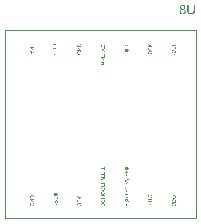
<source format=gbo>
%FSLAX25Y25*%
%MOIN*%
G70*
G01*
G75*
G04 Layer_Color=12566272*
%ADD10R,0.02362X0.03937*%
%ADD11R,0.03937X0.02756*%
%ADD12R,0.07480X0.03150*%
%ADD13R,0.03150X0.07480*%
%ADD14R,0.03150X0.09843*%
%ADD15R,0.02362X0.05906*%
%ADD16R,0.06299X0.01575*%
%ADD17R,0.02362X0.05118*%
%ADD18O,0.06496X0.02165*%
%ADD19O,0.02165X0.06496*%
%ADD20R,0.06299X0.07874*%
%ADD21R,0.02756X0.03937*%
%ADD22R,0.01969X0.03937*%
%ADD23C,0.00787*%
%ADD24C,0.05906*%
%ADD25R,0.05906X0.05906*%
%ADD26C,0.04724*%
%ADD27R,0.05906X0.05906*%
%ADD28C,0.07874*%
G04:AMPARAMS|DCode=29|XSize=78.74mil|YSize=78.74mil|CornerRadius=19.69mil|HoleSize=0mil|Usage=FLASHONLY|Rotation=270.000|XOffset=0mil|YOffset=0mil|HoleType=Round|Shape=RoundedRectangle|*
%AMROUNDEDRECTD29*
21,1,0.07874,0.03937,0,0,270.0*
21,1,0.03937,0.07874,0,0,270.0*
1,1,0.03937,-0.01969,-0.01969*
1,1,0.03937,-0.01969,0.01969*
1,1,0.03937,0.01969,0.01969*
1,1,0.03937,0.01969,-0.01969*
%
%ADD29ROUNDEDRECTD29*%
%ADD30C,0.02756*%
%ADD31R,0.04724X0.04724*%
%ADD32C,0.07874*%
%ADD33C,0.05906*%
%ADD34C,0.01000*%
%ADD35C,0.00984*%
%ADD36C,0.02362*%
%ADD37C,0.00394*%
%ADD38R,0.03162X0.04737*%
%ADD39R,0.04737X0.03556*%
%ADD40R,0.08280X0.03950*%
%ADD41R,0.03950X0.08280*%
%ADD42R,0.03950X0.10642*%
%ADD43R,0.03162X0.06706*%
%ADD44R,0.07099X0.02375*%
%ADD45R,0.03162X0.05918*%
%ADD46O,0.07296X0.02965*%
%ADD47O,0.02965X0.07296*%
%ADD48R,0.07099X0.08674*%
%ADD49R,0.03556X0.04737*%
%ADD50R,0.02769X0.04737*%
%ADD51C,0.06706*%
%ADD52R,0.06706X0.06706*%
%ADD53C,0.05524*%
%ADD54R,0.06706X0.06706*%
%ADD55C,0.08674*%
G04:AMPARAMS|DCode=56|XSize=86.74mil|YSize=86.74mil|CornerRadius=23.69mil|HoleSize=0mil|Usage=FLASHONLY|Rotation=270.000|XOffset=0mil|YOffset=0mil|HoleType=Round|Shape=RoundedRectangle|*
%AMROUNDEDRECTD56*
21,1,0.08674,0.03937,0,0,270.0*
21,1,0.03937,0.08674,0,0,270.0*
1,1,0.04737,-0.01969,-0.01969*
1,1,0.04737,-0.01969,0.01969*
1,1,0.04737,0.01969,0.01969*
1,1,0.04737,0.01969,-0.01969*
%
%ADD56ROUNDEDRECTD56*%
%ADD57C,0.00800*%
%ADD58C,0.03556*%
%ADD59R,0.05524X0.05524*%
G36*
X57363Y-89877D02*
X56102D01*
Y-89710D01*
X57363D01*
Y-89877D01*
D02*
G37*
G36*
Y-90973D02*
X56102D01*
Y-90806D01*
X56675D01*
Y-90214D01*
X56824D01*
Y-90806D01*
X57214D01*
Y-90122D01*
X57363D01*
Y-90973D01*
D02*
G37*
G36*
X56252Y-89256D02*
X57363D01*
Y-89423D01*
X56102D01*
Y-88636D01*
X56252D01*
Y-89256D01*
D02*
G37*
G36*
X57363Y-87940D02*
X56102D01*
Y-87773D01*
X56675D01*
Y-87181D01*
X56824D01*
Y-87773D01*
X57214D01*
Y-87089D01*
X57363D01*
Y-87940D01*
D02*
G37*
G36*
X57385Y-88208D02*
X56081Y-88573D01*
Y-88449D01*
X57385Y-88083D01*
Y-88208D01*
D02*
G37*
G36*
X56252Y-94735D02*
X57363D01*
Y-94902D01*
X56102D01*
Y-94115D01*
X56252D01*
Y-94735D01*
D02*
G37*
G36*
X56544Y-95268D02*
X56514Y-95276D01*
X56488Y-95284D01*
X56463Y-95294D01*
X56439Y-95304D01*
X56417Y-95315D01*
X56398Y-95325D01*
X56379Y-95337D01*
X56365Y-95348D01*
X56350Y-95358D01*
X56339Y-95368D01*
X56327Y-95378D01*
X56319Y-95384D01*
X56312Y-95391D01*
X56307Y-95396D01*
X56306Y-95399D01*
X56304Y-95401D01*
X56289Y-95419D01*
X56278Y-95438D01*
X56266Y-95458D01*
X56258Y-95480D01*
X56243Y-95519D01*
X56234Y-95557D01*
X56230Y-95573D01*
X56229Y-95589D01*
X56227Y-95603D01*
X56225Y-95616D01*
X56224Y-95626D01*
Y-95632D01*
Y-95637D01*
Y-95639D01*
X56227Y-95681D01*
X56234Y-95721D01*
X56242Y-95757D01*
X56253Y-95789D01*
X56265Y-95816D01*
X56270Y-95827D01*
X56273Y-95835D01*
X56278Y-95844D01*
X56279Y-95849D01*
X56283Y-95852D01*
Y-95853D01*
X56307Y-95888D01*
X56335Y-95917D01*
X56365Y-95942D01*
X56394Y-95963D01*
X56421Y-95980D01*
X56432Y-95985D01*
X56442Y-95990D01*
X56450Y-95995D01*
X56457Y-95998D01*
X56460Y-95999D01*
X56462D01*
X56507Y-96014D01*
X56557Y-96026D01*
X56603Y-96034D01*
X56647Y-96039D01*
X56666Y-96042D01*
X56685D01*
X56701Y-96044D01*
X56716Y-96045D01*
X56742D01*
X56788Y-96044D01*
X56832Y-96039D01*
X56873Y-96032D01*
X56911Y-96026D01*
X56926Y-96022D01*
X56940Y-96019D01*
X56954Y-96016D01*
X56965Y-96013D01*
X56973Y-96009D01*
X56980Y-96008D01*
X56983Y-96006D01*
X56985D01*
X57027Y-95990D01*
X57063Y-95968D01*
X57096Y-95945D01*
X57122Y-95922D01*
X57144Y-95903D01*
X57159Y-95886D01*
X57165Y-95880D01*
X57168Y-95875D01*
X57172Y-95872D01*
Y-95870D01*
X57185Y-95850D01*
X57195Y-95831D01*
X57213Y-95789D01*
X57226Y-95749D01*
X57234Y-95711D01*
X57236Y-95693D01*
X57239Y-95676D01*
X57240Y-95661D01*
Y-95650D01*
X57242Y-95640D01*
Y-95632D01*
Y-95627D01*
Y-95626D01*
X57239Y-95579D01*
X57232Y-95539D01*
X57222Y-95503D01*
X57211Y-95471D01*
X57198Y-95447D01*
X57193Y-95437D01*
X57188Y-95429D01*
X57185Y-95422D01*
X57182Y-95417D01*
X57178Y-95416D01*
Y-95414D01*
X57165Y-95399D01*
X57152Y-95384D01*
X57121Y-95358D01*
X57088Y-95337D01*
X57055Y-95319D01*
X57026Y-95304D01*
X57013Y-95299D01*
X57001Y-95294D01*
X56991Y-95291D01*
X56985Y-95288D01*
X56980Y-95286D01*
X56978D01*
X57017Y-95122D01*
X57049Y-95132D01*
X57080Y-95145D01*
X57108Y-95158D01*
X57134Y-95173D01*
X57157Y-95188D01*
X57180Y-95202D01*
X57200Y-95217D01*
X57218Y-95232D01*
X57234Y-95247D01*
X57249Y-95260D01*
X57260Y-95273D01*
X57270Y-95283D01*
X57278Y-95291D01*
X57283Y-95299D01*
X57287Y-95302D01*
X57288Y-95304D01*
X57305Y-95329D01*
X57321Y-95355D01*
X57332Y-95381D01*
X57344Y-95407D01*
X57354Y-95435D01*
X57362Y-95461D01*
X57373Y-95511D01*
X57377Y-95534D01*
X57380Y-95555D01*
X57382Y-95575D01*
X57383Y-95591D01*
X57385Y-95604D01*
Y-95614D01*
Y-95621D01*
Y-95622D01*
Y-95653D01*
X57382Y-95683D01*
X57373Y-95740D01*
X57360Y-95793D01*
X57354Y-95816D01*
X57347Y-95839D01*
X57339Y-95858D01*
X57332Y-95876D01*
X57326Y-95891D01*
X57319Y-95904D01*
X57314Y-95914D01*
X57311Y-95922D01*
X57309Y-95927D01*
X57308Y-95929D01*
X57293Y-95954D01*
X57277Y-95978D01*
X57240Y-96021D01*
X57205Y-96058D01*
X57168Y-96088D01*
X57150Y-96101D01*
X57136Y-96113D01*
X57121Y-96122D01*
X57109Y-96129D01*
X57099Y-96135D01*
X57091Y-96140D01*
X57086Y-96142D01*
X57085Y-96144D01*
X57057Y-96157D01*
X57027Y-96168D01*
X56970Y-96186D01*
X56912Y-96200D01*
X56885Y-96204D01*
X56858Y-96208D01*
X56834Y-96211D01*
X56813Y-96214D01*
X56793Y-96216D01*
X56775D01*
X56762Y-96218D01*
X56742D01*
X56676Y-96214D01*
X56612Y-96208D01*
X56585Y-96203D01*
X56557Y-96196D01*
X56530Y-96191D01*
X56506Y-96185D01*
X56483Y-96178D01*
X56463Y-96173D01*
X56447Y-96167D01*
X56432Y-96162D01*
X56421Y-96158D01*
X56411Y-96155D01*
X56406Y-96152D01*
X56404D01*
X56376Y-96139D01*
X56348Y-96124D01*
X56324Y-96109D01*
X56301Y-96093D01*
X56278Y-96077D01*
X56258Y-96060D01*
X56240Y-96045D01*
X56225Y-96029D01*
X56211Y-96014D01*
X56198Y-96001D01*
X56188Y-95988D01*
X56179Y-95978D01*
X56171Y-95968D01*
X56166Y-95962D01*
X56165Y-95958D01*
X56163Y-95957D01*
X56148Y-95932D01*
X56137Y-95906D01*
X56125Y-95878D01*
X56116Y-95850D01*
X56101Y-95794D01*
X56091Y-95742D01*
X56088Y-95717D01*
X56086Y-95696D01*
X56084Y-95675D01*
X56083Y-95658D01*
X56081Y-95644D01*
Y-95632D01*
Y-95626D01*
Y-95624D01*
X56083Y-95588D01*
X56086Y-95553D01*
X56091Y-95521D01*
X56098Y-95489D01*
X56106Y-95460D01*
X56116Y-95432D01*
X56124Y-95407D01*
X56135Y-95383D01*
X56145Y-95363D01*
X56153Y-95345D01*
X56163Y-95329D01*
X56171Y-95315D01*
X56178Y-95304D01*
X56183Y-95297D01*
X56186Y-95293D01*
X56188Y-95291D01*
X56209Y-95266D01*
X56232Y-95243D01*
X56257Y-95222D01*
X56283Y-95204D01*
X56309Y-95186D01*
X56334Y-95171D01*
X56360Y-95156D01*
X56384Y-95145D01*
X56409Y-95134D01*
X56430Y-95125D01*
X56450Y-95117D01*
X56467Y-95110D01*
X56481Y-95107D01*
X56493Y-95104D01*
X56499Y-95101D01*
X56501D01*
X56544Y-95268D01*
D02*
G37*
G36*
X56850Y-93433D02*
X57363Y-92903D01*
Y-93129D01*
X56739Y-93756D01*
X57363D01*
Y-93923D01*
X56102D01*
Y-93756D01*
X56539D01*
X56737Y-93551D01*
X56102Y-93102D01*
Y-92880D01*
X56850Y-93433D01*
D02*
G37*
G36*
X56544Y-91353D02*
X56514Y-91361D01*
X56488Y-91370D01*
X56463Y-91379D01*
X56439Y-91389D01*
X56417Y-91401D01*
X56398Y-91411D01*
X56379Y-91422D01*
X56365Y-91434D01*
X56350Y-91444D01*
X56339Y-91453D01*
X56327Y-91463D01*
X56319Y-91470D01*
X56312Y-91476D01*
X56307Y-91481D01*
X56306Y-91484D01*
X56304Y-91486D01*
X56289Y-91504D01*
X56278Y-91524D01*
X56266Y-91544D01*
X56258Y-91565D01*
X56243Y-91604D01*
X56234Y-91642D01*
X56230Y-91658D01*
X56229Y-91675D01*
X56227Y-91688D01*
X56225Y-91701D01*
X56224Y-91711D01*
Y-91717D01*
Y-91722D01*
Y-91724D01*
X56227Y-91767D01*
X56234Y-91806D01*
X56242Y-91842D01*
X56253Y-91875D01*
X56265Y-91901D01*
X56270Y-91913D01*
X56273Y-91921D01*
X56278Y-91929D01*
X56279Y-91934D01*
X56283Y-91937D01*
Y-91939D01*
X56307Y-91973D01*
X56335Y-92003D01*
X56365Y-92027D01*
X56394Y-92049D01*
X56421Y-92065D01*
X56432Y-92070D01*
X56442Y-92075D01*
X56450Y-92080D01*
X56457Y-92083D01*
X56460Y-92085D01*
X56462D01*
X56507Y-92099D01*
X56557Y-92111D01*
X56603Y-92119D01*
X56647Y-92124D01*
X56666Y-92127D01*
X56685D01*
X56701Y-92129D01*
X56716Y-92131D01*
X56742D01*
X56788Y-92129D01*
X56832Y-92124D01*
X56873Y-92118D01*
X56911Y-92111D01*
X56926Y-92108D01*
X56940Y-92104D01*
X56954Y-92101D01*
X56965Y-92098D01*
X56973Y-92095D01*
X56980Y-92093D01*
X56983Y-92091D01*
X56985D01*
X57027Y-92075D01*
X57063Y-92054D01*
X57096Y-92031D01*
X57122Y-92008D01*
X57144Y-91988D01*
X57159Y-91972D01*
X57165Y-91965D01*
X57168Y-91960D01*
X57172Y-91957D01*
Y-91955D01*
X57185Y-91935D01*
X57195Y-91916D01*
X57213Y-91875D01*
X57226Y-91834D01*
X57234Y-91796D01*
X57236Y-91778D01*
X57239Y-91762D01*
X57240Y-91747D01*
Y-91735D01*
X57242Y-91725D01*
Y-91717D01*
Y-91712D01*
Y-91711D01*
X57239Y-91665D01*
X57232Y-91624D01*
X57222Y-91588D01*
X57211Y-91557D01*
X57198Y-91532D01*
X57193Y-91522D01*
X57188Y-91514D01*
X57185Y-91507D01*
X57182Y-91502D01*
X57178Y-91501D01*
Y-91499D01*
X57165Y-91484D01*
X57152Y-91470D01*
X57121Y-91444D01*
X57088Y-91422D01*
X57055Y-91404D01*
X57026Y-91389D01*
X57013Y-91384D01*
X57001Y-91379D01*
X56991Y-91376D01*
X56985Y-91373D01*
X56980Y-91371D01*
X56978D01*
X57017Y-91207D01*
X57049Y-91217D01*
X57080Y-91230D01*
X57108Y-91243D01*
X57134Y-91258D01*
X57157Y-91273D01*
X57180Y-91288D01*
X57200Y-91302D01*
X57218Y-91317D01*
X57234Y-91332D01*
X57249Y-91345D01*
X57260Y-91358D01*
X57270Y-91368D01*
X57278Y-91376D01*
X57283Y-91384D01*
X57287Y-91388D01*
X57288Y-91389D01*
X57305Y-91414D01*
X57321Y-91440D01*
X57332Y-91466D01*
X57344Y-91493D01*
X57354Y-91521D01*
X57362Y-91547D01*
X57373Y-91596D01*
X57377Y-91619D01*
X57380Y-91640D01*
X57382Y-91660D01*
X57383Y-91676D01*
X57385Y-91689D01*
Y-91699D01*
Y-91706D01*
Y-91707D01*
Y-91739D01*
X57382Y-91768D01*
X57373Y-91826D01*
X57360Y-91878D01*
X57354Y-91901D01*
X57347Y-91924D01*
X57339Y-91944D01*
X57332Y-91962D01*
X57326Y-91976D01*
X57319Y-91990D01*
X57314Y-91999D01*
X57311Y-92008D01*
X57309Y-92013D01*
X57308Y-92014D01*
X57293Y-92039D01*
X57277Y-92063D01*
X57240Y-92106D01*
X57205Y-92144D01*
X57168Y-92173D01*
X57150Y-92186D01*
X57136Y-92198D01*
X57121Y-92208D01*
X57109Y-92214D01*
X57099Y-92221D01*
X57091Y-92226D01*
X57086Y-92227D01*
X57085Y-92229D01*
X57057Y-92242D01*
X57027Y-92254D01*
X56970Y-92272D01*
X56912Y-92285D01*
X56885Y-92290D01*
X56858Y-92293D01*
X56834Y-92296D01*
X56813Y-92299D01*
X56793Y-92301D01*
X56775D01*
X56762Y-92303D01*
X56742D01*
X56676Y-92299D01*
X56612Y-92293D01*
X56585Y-92288D01*
X56557Y-92282D01*
X56530Y-92277D01*
X56506Y-92270D01*
X56483Y-92264D01*
X56463Y-92259D01*
X56447Y-92252D01*
X56432Y-92247D01*
X56421Y-92244D01*
X56411Y-92241D01*
X56406Y-92237D01*
X56404D01*
X56376Y-92224D01*
X56348Y-92209D01*
X56324Y-92195D01*
X56301Y-92178D01*
X56278Y-92162D01*
X56258Y-92145D01*
X56240Y-92131D01*
X56225Y-92114D01*
X56211Y-92099D01*
X56198Y-92086D01*
X56188Y-92073D01*
X56179Y-92063D01*
X56171Y-92054D01*
X56166Y-92047D01*
X56165Y-92044D01*
X56163Y-92042D01*
X56148Y-92018D01*
X56137Y-91991D01*
X56125Y-91963D01*
X56116Y-91935D01*
X56101Y-91880D01*
X56091Y-91827D01*
X56088Y-91803D01*
X56086Y-91781D01*
X56084Y-91760D01*
X56083Y-91744D01*
X56081Y-91729D01*
Y-91717D01*
Y-91711D01*
Y-91709D01*
X56083Y-91673D01*
X56086Y-91639D01*
X56091Y-91606D01*
X56098Y-91575D01*
X56106Y-91545D01*
X56116Y-91517D01*
X56124Y-91493D01*
X56135Y-91468D01*
X56145Y-91448D01*
X56153Y-91430D01*
X56163Y-91414D01*
X56171Y-91401D01*
X56178Y-91389D01*
X56183Y-91383D01*
X56186Y-91378D01*
X56188Y-91376D01*
X56209Y-91352D01*
X56232Y-91329D01*
X56257Y-91307D01*
X56283Y-91289D01*
X56309Y-91271D01*
X56334Y-91256D01*
X56360Y-91242D01*
X56384Y-91230D01*
X56409Y-91219D01*
X56430Y-91211D01*
X56450Y-91202D01*
X56467Y-91196D01*
X56481Y-91193D01*
X56493Y-91189D01*
X56499Y-91186D01*
X56501D01*
X56544Y-91353D01*
D02*
G37*
G36*
X57385Y-92513D02*
X56081Y-92879D01*
Y-92754D01*
X57385Y-92388D01*
Y-92513D01*
D02*
G37*
G36*
X40984Y-96701D02*
X41009Y-96703D01*
X41030Y-96705D01*
X41045Y-96706D01*
X41056Y-96708D01*
X41063Y-96710D01*
X41065D01*
X41089Y-96716D01*
X41110Y-96723D01*
X41130Y-96731D01*
X41146Y-96737D01*
X41161Y-96746D01*
X41171Y-96752D01*
X41178Y-96755D01*
X41179Y-96757D01*
X41196Y-96772D01*
X41212Y-96788D01*
X41225Y-96805D01*
X41235Y-96821D01*
X41245Y-96837D01*
X41251Y-96849D01*
X41255Y-96857D01*
X41256Y-96860D01*
X41266Y-96887D01*
X41274Y-96913D01*
X41279Y-96939D01*
X41284Y-96962D01*
X41286Y-96983D01*
X41287Y-96998D01*
Y-97005D01*
Y-97010D01*
Y-97011D01*
Y-97013D01*
X41286Y-97047D01*
X41281Y-97080D01*
X41274Y-97110D01*
X41265Y-97137D01*
X41253Y-97164D01*
X41240Y-97187D01*
X41227Y-97208D01*
X41212Y-97228D01*
X41197Y-97246D01*
X41184Y-97261D01*
X41171Y-97272D01*
X41160Y-97284D01*
X41151Y-97292D01*
X41143Y-97297D01*
X41138Y-97300D01*
X41137Y-97302D01*
X41268D01*
Y-97441D01*
X40354D01*
Y-97287D01*
X40851D01*
X40882Y-97285D01*
X40912Y-97284D01*
X40938Y-97280D01*
X40963Y-97275D01*
X40984Y-97270D01*
X41004Y-97264D01*
X41020Y-97257D01*
X41037Y-97251D01*
X41050Y-97244D01*
X41060Y-97239D01*
X41069Y-97233D01*
X41076Y-97228D01*
X41083Y-97223D01*
X41086Y-97220D01*
X41089Y-97216D01*
X41110Y-97188D01*
X41127Y-97159D01*
X41138Y-97129D01*
X41145Y-97103D01*
X41150Y-97080D01*
X41151Y-97061D01*
X41153Y-97054D01*
Y-97049D01*
Y-97046D01*
Y-97044D01*
X41151Y-97023D01*
X41148Y-97001D01*
X41143Y-96983D01*
X41138Y-96969D01*
X41133Y-96956D01*
X41128Y-96946D01*
X41125Y-96939D01*
X41124Y-96938D01*
X41112Y-96921D01*
X41101Y-96908D01*
X41087Y-96896D01*
X41076Y-96888D01*
X41065Y-96882D01*
X41056Y-96877D01*
X41050Y-96873D01*
X41048D01*
X41028Y-96867D01*
X41007Y-96862D01*
X40984Y-96859D01*
X40961Y-96855D01*
X40942D01*
X40923Y-96854D01*
X40354D01*
Y-96700D01*
X40953D01*
X40984Y-96701D01*
D02*
G37*
G36*
X48976Y-94656D02*
X49490Y-94126D01*
Y-94353D01*
X48865Y-94979D01*
X49490D01*
Y-95147D01*
X48228D01*
Y-94979D01*
X48665D01*
X48863Y-94774D01*
X48228Y-94325D01*
Y-94103D01*
X48976Y-94656D01*
D02*
G37*
G36*
X40696Y-95548D02*
X40732Y-95573D01*
X40764Y-95598D01*
X40794Y-95621D01*
X40817Y-95642D01*
X40837Y-95661D01*
X40851Y-95675D01*
X40859Y-95684D01*
X40863Y-95686D01*
Y-95688D01*
X40874Y-95702D01*
X40886Y-95717D01*
X40907Y-95750D01*
X40915Y-95765D01*
X40922Y-95776D01*
X40925Y-95785D01*
X40927Y-95788D01*
X40932Y-95755D01*
X40938Y-95724D01*
X40946Y-95696D01*
X40955Y-95670D01*
X40964Y-95645D01*
X40974Y-95622D01*
X40984Y-95603D01*
X40994Y-95584D01*
X41004Y-95570D01*
X41014Y-95557D01*
X41022Y-95545D01*
X41028Y-95535D01*
X41035Y-95529D01*
X41040Y-95522D01*
X41041Y-95521D01*
X41043Y-95519D01*
X41061Y-95504D01*
X41079Y-95489D01*
X41099Y-95478D01*
X41117Y-95468D01*
X41155Y-95453D01*
X41191Y-95443D01*
X41222Y-95437D01*
X41235Y-95435D01*
X41247Y-95434D01*
X41256Y-95432D01*
X41269D01*
X41307Y-95434D01*
X41343Y-95440D01*
X41376Y-95448D01*
X41404Y-95458D01*
X41427Y-95468D01*
X41445Y-95476D01*
X41451Y-95480D01*
X41456Y-95483D01*
X41458Y-95484D01*
X41460D01*
X41489Y-95506D01*
X41515Y-95529D01*
X41537Y-95552D01*
X41553Y-95575D01*
X41566Y-95594D01*
X41574Y-95611D01*
X41578Y-95617D01*
X41579Y-95622D01*
X41581Y-95624D01*
Y-95626D01*
X41588Y-95642D01*
X41593Y-95661D01*
X41601Y-95702D01*
X41607Y-95745D01*
X41611Y-95786D01*
X41612Y-95806D01*
X41614Y-95824D01*
Y-95839D01*
X41616Y-95853D01*
Y-95865D01*
Y-95873D01*
Y-95880D01*
Y-95881D01*
Y-96441D01*
X40354D01*
Y-96273D01*
X40914D01*
Y-96080D01*
Y-96057D01*
X40912Y-96039D01*
Y-96022D01*
X40910Y-96009D01*
X40909Y-95999D01*
Y-95993D01*
X40907Y-95990D01*
Y-95988D01*
X40897Y-95960D01*
X40892Y-95947D01*
X40886Y-95935D01*
X40881Y-95926D01*
X40876Y-95919D01*
X40874Y-95914D01*
X40873Y-95912D01*
X40861Y-95898D01*
X40850Y-95883D01*
X40835Y-95868D01*
X40820Y-95855D01*
X40809Y-95844D01*
X40797Y-95835D01*
X40791Y-95829D01*
X40787Y-95827D01*
X40763Y-95807D01*
X40735Y-95788D01*
X40707Y-95768D01*
X40679Y-95749D01*
X40655Y-95732D01*
X40643Y-95724D01*
X40633Y-95717D01*
X40627Y-95712D01*
X40620Y-95709D01*
X40617Y-95706D01*
X40615D01*
X40354Y-95540D01*
Y-95330D01*
X40696Y-95548D01*
D02*
G37*
G36*
X40746Y-93051D02*
X40779Y-93057D01*
X40810Y-93065D01*
X40837Y-93075D01*
X40858Y-93087D01*
X40874Y-93095D01*
X40879Y-93098D01*
X40884Y-93102D01*
X40886Y-93103D01*
X40887D01*
X40915Y-93125D01*
X40942Y-93151D01*
X40963Y-93177D01*
X40982Y-93203D01*
X40997Y-93228D01*
X41007Y-93247D01*
X41012Y-93256D01*
X41015Y-93261D01*
X41017Y-93264D01*
Y-93265D01*
X41023Y-93280D01*
X41030Y-93298D01*
X41037Y-93320D01*
X41045Y-93341D01*
X41058Y-93387D01*
X41069Y-93433D01*
X41076Y-93456D01*
X41081Y-93475D01*
X41086Y-93495D01*
X41089Y-93511D01*
X41092Y-93525D01*
X41096Y-93536D01*
X41097Y-93543D01*
Y-93544D01*
X41105Y-93580D01*
X41114Y-93613D01*
X41122Y-93643D01*
X41130Y-93669D01*
X41138Y-93692D01*
X41145Y-93712D01*
X41153Y-93730D01*
X41160Y-93746D01*
X41164Y-93757D01*
X41169Y-93769D01*
X41174Y-93777D01*
X41179Y-93784D01*
X41181Y-93789D01*
X41184Y-93792D01*
X41186Y-93795D01*
X41204Y-93812D01*
X41222Y-93823D01*
X41240Y-93831D01*
X41258Y-93836D01*
X41274Y-93840D01*
X41286Y-93843D01*
X41297D01*
X41325Y-93840D01*
X41352Y-93831D01*
X41374Y-93822D01*
X41394Y-93808D01*
X41410Y-93795D01*
X41422Y-93785D01*
X41429Y-93777D01*
X41432Y-93774D01*
X41442Y-93761D01*
X41450Y-93744D01*
X41465Y-93710D01*
X41475Y-93674D01*
X41481Y-93638D01*
X41484Y-93605D01*
X41486Y-93592D01*
X41488Y-93579D01*
Y-93569D01*
Y-93561D01*
Y-93556D01*
Y-93554D01*
Y-93528D01*
X41484Y-93503D01*
X41483Y-93480D01*
X41478Y-93459D01*
X41473Y-93439D01*
X41468Y-93421D01*
X41463Y-93405D01*
X41458Y-93390D01*
X41451Y-93379D01*
X41447Y-93367D01*
X41442Y-93357D01*
X41437Y-93349D01*
X41432Y-93344D01*
X41430Y-93339D01*
X41427Y-93336D01*
X41402Y-93310D01*
X41373Y-93290D01*
X41343Y-93275D01*
X41315Y-93264D01*
X41289Y-93256D01*
X41278Y-93252D01*
X41268Y-93251D01*
X41260Y-93249D01*
X41253Y-93247D01*
X41248D01*
X41260Y-93087D01*
X41299Y-93090D01*
X41337Y-93098D01*
X41370Y-93108D01*
X41399Y-93120D01*
X41424Y-93131D01*
X41434Y-93136D01*
X41442Y-93139D01*
X41448Y-93144D01*
X41453Y-93146D01*
X41455Y-93149D01*
X41456D01*
X41488Y-93172D01*
X41515Y-93200D01*
X41538Y-93226D01*
X41557Y-93254D01*
X41571Y-93277D01*
X41583Y-93297D01*
X41586Y-93305D01*
X41589Y-93310D01*
X41591Y-93313D01*
Y-93315D01*
X41606Y-93356D01*
X41617Y-93398D01*
X41625Y-93439D01*
X41632Y-93477D01*
X41634Y-93495D01*
X41635Y-93511D01*
Y-93525D01*
X41637Y-93538D01*
Y-93548D01*
Y-93554D01*
Y-93559D01*
Y-93561D01*
X41635Y-93607D01*
X41630Y-93651D01*
X41622Y-93690D01*
X41616Y-93725D01*
X41611Y-93739D01*
X41607Y-93753D01*
X41602Y-93764D01*
X41599Y-93774D01*
X41598Y-93782D01*
X41594Y-93787D01*
X41593Y-93790D01*
Y-93792D01*
X41574Y-93828D01*
X41555Y-93861D01*
X41533Y-93887D01*
X41514Y-93910D01*
X41496Y-93926D01*
X41479Y-93940D01*
X41470Y-93946D01*
X41468Y-93949D01*
X41466D01*
X41435Y-93967D01*
X41404Y-93981D01*
X41374Y-93990D01*
X41347Y-93997D01*
X41322Y-94000D01*
X41304Y-94002D01*
X41297Y-94003D01*
X41287D01*
X41256Y-94002D01*
X41227Y-93997D01*
X41199Y-93990D01*
X41176Y-93982D01*
X41156Y-93974D01*
X41143Y-93967D01*
X41133Y-93963D01*
X41132Y-93961D01*
X41130D01*
X41105Y-93943D01*
X41083Y-93922D01*
X41063Y-93899D01*
X41046Y-93877D01*
X41032Y-93858D01*
X41022Y-93841D01*
X41019Y-93835D01*
X41015Y-93830D01*
X41014Y-93828D01*
Y-93826D01*
X41007Y-93812D01*
X40999Y-93795D01*
X40986Y-93759D01*
X40971Y-93718D01*
X40960Y-93679D01*
X40948Y-93641D01*
X40945Y-93626D01*
X40940Y-93612D01*
X40938Y-93600D01*
X40935Y-93592D01*
X40933Y-93585D01*
Y-93584D01*
X40925Y-93553D01*
X40918Y-93525D01*
X40912Y-93498D01*
X40907Y-93475D01*
X40900Y-93454D01*
X40896Y-93436D01*
X40892Y-93420D01*
X40887Y-93407D01*
X40884Y-93393D01*
X40881Y-93384D01*
X40879Y-93375D01*
X40876Y-93369D01*
X40874Y-93362D01*
X40873Y-93359D01*
X40861Y-93331D01*
X40848Y-93308D01*
X40837Y-93288D01*
X40825Y-93272D01*
X40815Y-93261D01*
X40807Y-93252D01*
X40800Y-93247D01*
X40799Y-93246D01*
X40782Y-93234D01*
X40764Y-93225D01*
X40746Y-93218D01*
X40730Y-93215D01*
X40717Y-93211D01*
X40705Y-93210D01*
X40696D01*
X40674Y-93211D01*
X40655Y-93215D01*
X40636Y-93221D01*
X40620Y-93228D01*
X40607Y-93234D01*
X40595Y-93241D01*
X40589Y-93244D01*
X40587Y-93246D01*
X40569Y-93261D01*
X40554Y-93279D01*
X40541Y-93297D01*
X40530Y-93315D01*
X40522Y-93331D01*
X40515Y-93344D01*
X40512Y-93352D01*
X40510Y-93354D01*
Y-93356D01*
X40500Y-93384D01*
X40494Y-93411D01*
X40489Y-93441D01*
X40486Y-93466D01*
X40484Y-93489D01*
X40482Y-93507D01*
Y-93513D01*
Y-93518D01*
Y-93521D01*
Y-93523D01*
X40484Y-93562D01*
X40487Y-93598D01*
X40494Y-93631D01*
X40500Y-93659D01*
X40507Y-93684D01*
X40510Y-93694D01*
X40513Y-93702D01*
X40515Y-93708D01*
X40517Y-93713D01*
X40518Y-93715D01*
Y-93717D01*
X40533Y-93746D01*
X40549Y-93772D01*
X40566Y-93794D01*
X40582Y-93812D01*
X40595Y-93825D01*
X40607Y-93835D01*
X40613Y-93841D01*
X40617Y-93843D01*
X40641Y-93856D01*
X40668Y-93867D01*
X40694Y-93877D01*
X40718Y-93884D01*
X40741Y-93889D01*
X40758Y-93892D01*
X40764D01*
X40769Y-93894D01*
X40774D01*
X40761Y-94051D01*
X40715Y-94048D01*
X40671Y-94040D01*
X40633Y-94028D01*
X40599Y-94015D01*
X40584Y-94008D01*
X40571Y-94003D01*
X40561Y-93997D01*
X40551Y-93992D01*
X40543Y-93989D01*
X40538Y-93985D01*
X40535Y-93982D01*
X40533D01*
X40499Y-93956D01*
X40468Y-93926D01*
X40441Y-93897D01*
X40420Y-93867D01*
X40404Y-93841D01*
X40397Y-93830D01*
X40392Y-93822D01*
X40387Y-93813D01*
X40384Y-93807D01*
X40382Y-93803D01*
Y-93802D01*
X40366Y-93756D01*
X40354Y-93708D01*
X40345Y-93659D01*
X40340Y-93615D01*
X40338Y-93594D01*
X40336Y-93576D01*
X40335Y-93557D01*
Y-93543D01*
X40333Y-93531D01*
Y-93523D01*
Y-93516D01*
Y-93515D01*
X40335Y-93466D01*
X40341Y-93420D01*
X40349Y-93379D01*
X40358Y-93344D01*
X40363Y-93328D01*
X40367Y-93315D01*
X40371Y-93303D01*
X40374Y-93292D01*
X40377Y-93285D01*
X40381Y-93279D01*
X40382Y-93275D01*
Y-93274D01*
X40402Y-93236D01*
X40425Y-93202D01*
X40448Y-93174D01*
X40469Y-93151D01*
X40489Y-93133D01*
X40505Y-93118D01*
X40512Y-93115D01*
X40517Y-93111D01*
X40518Y-93108D01*
X40520D01*
X40553Y-93088D01*
X40587Y-93074D01*
X40618Y-93064D01*
X40648Y-93056D01*
X40672Y-93052D01*
X40682Y-93051D01*
X40692D01*
X40699Y-93049D01*
X40709D01*
X40746Y-93051D01*
D02*
G37*
G36*
X40504Y-94999D02*
X40933D01*
Y-94304D01*
X41083D01*
Y-94999D01*
X41466D01*
Y-94256D01*
X41616D01*
Y-95166D01*
X40354D01*
Y-94226D01*
X40504D01*
Y-94999D01*
D02*
G37*
G36*
X57363Y-85769D02*
X56102D01*
Y-85602D01*
X57363D01*
Y-85769D01*
D02*
G37*
G36*
Y-86865D02*
X56102D01*
Y-86697D01*
X56675D01*
Y-86105D01*
X56824D01*
Y-86697D01*
X57214D01*
Y-86013D01*
X57363D01*
Y-86865D01*
D02*
G37*
G36*
Y-85403D02*
X57214D01*
Y-84988D01*
X56102D01*
Y-84821D01*
X57214D01*
Y-84406D01*
X57363D01*
Y-85403D01*
D02*
G37*
G36*
X48378Y-95958D02*
X49490D01*
Y-96126D01*
X48228D01*
Y-95338D01*
X48378D01*
Y-95958D01*
D02*
G37*
G36*
X48669Y-96491D02*
X48640Y-96500D01*
X48614Y-96508D01*
X48589Y-96518D01*
X48565Y-96527D01*
X48543Y-96539D01*
X48524Y-96549D01*
X48505Y-96560D01*
X48491Y-96572D01*
X48476Y-96582D01*
X48465Y-96591D01*
X48453Y-96601D01*
X48445Y-96608D01*
X48438Y-96614D01*
X48433Y-96619D01*
X48432Y-96623D01*
X48430Y-96624D01*
X48415Y-96642D01*
X48404Y-96662D01*
X48392Y-96682D01*
X48384Y-96703D01*
X48369Y-96742D01*
X48360Y-96780D01*
X48356Y-96796D01*
X48355Y-96813D01*
X48353Y-96826D01*
X48351Y-96839D01*
X48350Y-96849D01*
Y-96855D01*
Y-96860D01*
Y-96862D01*
X48353Y-96905D01*
X48360Y-96944D01*
X48368Y-96980D01*
X48379Y-97013D01*
X48391Y-97039D01*
X48396Y-97051D01*
X48399Y-97059D01*
X48404Y-97067D01*
X48406Y-97072D01*
X48409Y-97075D01*
Y-97077D01*
X48433Y-97111D01*
X48461Y-97141D01*
X48491Y-97165D01*
X48520Y-97187D01*
X48546Y-97203D01*
X48558Y-97208D01*
X48568Y-97213D01*
X48576Y-97218D01*
X48583Y-97221D01*
X48586Y-97223D01*
X48588D01*
X48633Y-97238D01*
X48683Y-97249D01*
X48729Y-97257D01*
X48773Y-97262D01*
X48792Y-97265D01*
X48811D01*
X48827Y-97267D01*
X48842Y-97269D01*
X48868D01*
X48914Y-97267D01*
X48958Y-97262D01*
X48999Y-97256D01*
X49037Y-97249D01*
X49052Y-97246D01*
X49066Y-97242D01*
X49079Y-97239D01*
X49091Y-97236D01*
X49099Y-97233D01*
X49106Y-97231D01*
X49109Y-97229D01*
X49111D01*
X49153Y-97213D01*
X49189Y-97192D01*
X49222Y-97169D01*
X49248Y-97146D01*
X49270Y-97126D01*
X49284Y-97110D01*
X49291Y-97103D01*
X49294Y-97098D01*
X49298Y-97095D01*
Y-97093D01*
X49311Y-97074D01*
X49321Y-97054D01*
X49339Y-97013D01*
X49352Y-96972D01*
X49360Y-96934D01*
X49362Y-96916D01*
X49365Y-96900D01*
X49367Y-96885D01*
Y-96873D01*
X49368Y-96864D01*
Y-96855D01*
Y-96851D01*
Y-96849D01*
X49365Y-96803D01*
X49358Y-96762D01*
X49349Y-96726D01*
X49337Y-96695D01*
X49324Y-96670D01*
X49319Y-96660D01*
X49314Y-96652D01*
X49311Y-96646D01*
X49308Y-96641D01*
X49304Y-96639D01*
Y-96637D01*
X49291Y-96623D01*
X49278Y-96608D01*
X49247Y-96582D01*
X49214Y-96560D01*
X49181Y-96542D01*
X49152Y-96527D01*
X49139Y-96523D01*
X49127Y-96518D01*
X49117Y-96514D01*
X49111Y-96511D01*
X49106Y-96509D01*
X49104D01*
X49143Y-96345D01*
X49175Y-96355D01*
X49206Y-96368D01*
X49234Y-96381D01*
X49260Y-96396D01*
X49283Y-96411D01*
X49306Y-96426D01*
X49325Y-96441D01*
X49344Y-96455D01*
X49360Y-96470D01*
X49375Y-96483D01*
X49386Y-96496D01*
X49396Y-96506D01*
X49404Y-96514D01*
X49409Y-96523D01*
X49413Y-96526D01*
X49414Y-96527D01*
X49431Y-96552D01*
X49447Y-96578D01*
X49458Y-96605D01*
X49470Y-96631D01*
X49480Y-96659D01*
X49488Y-96685D01*
X49499Y-96734D01*
X49503Y-96757D01*
X49506Y-96778D01*
X49508Y-96798D01*
X49509Y-96815D01*
X49511Y-96828D01*
Y-96837D01*
Y-96844D01*
Y-96846D01*
Y-96877D01*
X49508Y-96906D01*
X49499Y-96964D01*
X49486Y-97016D01*
X49480Y-97039D01*
X49473Y-97062D01*
X49465Y-97082D01*
X49458Y-97100D01*
X49452Y-97115D01*
X49445Y-97128D01*
X49440Y-97137D01*
X49437Y-97146D01*
X49435Y-97151D01*
X49434Y-97152D01*
X49419Y-97177D01*
X49403Y-97202D01*
X49367Y-97244D01*
X49330Y-97282D01*
X49294Y-97311D01*
X49276Y-97325D01*
X49262Y-97336D01*
X49247Y-97346D01*
X49235Y-97352D01*
X49226Y-97359D01*
X49217Y-97364D01*
X49212Y-97365D01*
X49211Y-97367D01*
X49183Y-97380D01*
X49153Y-97392D01*
X49096Y-97410D01*
X49038Y-97423D01*
X49011Y-97428D01*
X48984Y-97431D01*
X48960Y-97434D01*
X48939Y-97438D01*
X48919Y-97439D01*
X48901D01*
X48888Y-97441D01*
X48868D01*
X48802Y-97438D01*
X48738Y-97431D01*
X48711Y-97426D01*
X48683Y-97420D01*
X48656Y-97415D01*
X48632Y-97408D01*
X48609Y-97402D01*
X48589Y-97397D01*
X48573Y-97390D01*
X48558Y-97385D01*
X48546Y-97382D01*
X48537Y-97379D01*
X48532Y-97375D01*
X48530D01*
X48502Y-97362D01*
X48474Y-97347D01*
X48450Y-97333D01*
X48427Y-97316D01*
X48404Y-97300D01*
X48384Y-97284D01*
X48366Y-97269D01*
X48351Y-97252D01*
X48337Y-97238D01*
X48324Y-97224D01*
X48314Y-97211D01*
X48305Y-97202D01*
X48297Y-97192D01*
X48292Y-97185D01*
X48291Y-97182D01*
X48289Y-97180D01*
X48274Y-97156D01*
X48263Y-97129D01*
X48251Y-97101D01*
X48241Y-97074D01*
X48227Y-97018D01*
X48217Y-96965D01*
X48214Y-96941D01*
X48212Y-96919D01*
X48210Y-96898D01*
X48209Y-96882D01*
X48207Y-96867D01*
Y-96855D01*
Y-96849D01*
Y-96847D01*
X48209Y-96811D01*
X48212Y-96777D01*
X48217Y-96744D01*
X48224Y-96713D01*
X48232Y-96683D01*
X48241Y-96655D01*
X48250Y-96631D01*
X48261Y-96606D01*
X48271Y-96587D01*
X48279Y-96569D01*
X48289Y-96552D01*
X48297Y-96539D01*
X48304Y-96527D01*
X48309Y-96521D01*
X48312Y-96516D01*
X48314Y-96514D01*
X48335Y-96490D01*
X48358Y-96467D01*
X48382Y-96446D01*
X48409Y-96427D01*
X48435Y-96409D01*
X48460Y-96395D01*
X48486Y-96380D01*
X48510Y-96368D01*
X48535Y-96357D01*
X48556Y-96349D01*
X48576Y-96341D01*
X48592Y-96334D01*
X48607Y-96331D01*
X48619Y-96327D01*
X48625Y-96324D01*
X48627D01*
X48669Y-96491D01*
D02*
G37*
G36*
X56799Y-96399D02*
X56857Y-96406D01*
X56883Y-96409D01*
X56908Y-96414D01*
X56931Y-96419D01*
X56952Y-96422D01*
X56972Y-96427D01*
X56988Y-96432D01*
X57003Y-96437D01*
X57016Y-96441D01*
X57026Y-96444D01*
X57032Y-96447D01*
X57037Y-96449D01*
X57039D01*
X57086Y-96468D01*
X57127Y-96493D01*
X57165Y-96518D01*
X57196Y-96542D01*
X57209Y-96554D01*
X57221Y-96564D01*
X57231Y-96573D01*
X57239Y-96582D01*
X57245Y-96588D01*
X57250Y-96593D01*
X57252Y-96596D01*
X57254Y-96598D01*
X57277Y-96627D01*
X57296Y-96659D01*
X57311Y-96690D01*
X57324Y-96719D01*
X57332Y-96744D01*
X57336Y-96755D01*
X57339Y-96765D01*
X57341Y-96772D01*
X57342Y-96778D01*
X57344Y-96782D01*
Y-96783D01*
X57350Y-96815D01*
X57355Y-96851D01*
X57359Y-96888D01*
X57362Y-96924D01*
Y-96956D01*
X57363Y-96970D01*
Y-96982D01*
Y-96992D01*
Y-97000D01*
Y-97005D01*
Y-97006D01*
Y-97441D01*
X56102D01*
Y-96987D01*
X56104Y-96946D01*
X56106Y-96906D01*
X56109Y-96872D01*
X56114Y-96842D01*
X56117Y-96818D01*
X56119Y-96808D01*
X56120Y-96800D01*
X56122Y-96793D01*
Y-96788D01*
X56124Y-96787D01*
Y-96785D01*
X56132Y-96754D01*
X56142Y-96724D01*
X56153Y-96698D01*
X56163Y-96677D01*
X56171Y-96659D01*
X56179Y-96646D01*
X56184Y-96637D01*
X56186Y-96634D01*
X56204Y-96611D01*
X56222Y-96588D01*
X56242Y-96569D01*
X56260Y-96552D01*
X56276Y-96537D01*
X56289Y-96527D01*
X56298Y-96519D01*
X56301Y-96518D01*
X56329Y-96500D01*
X56360Y-96482D01*
X56391Y-96467D01*
X56421Y-96455D01*
X56445Y-96446D01*
X56457Y-96442D01*
X56467Y-96439D01*
X56473Y-96436D01*
X56480Y-96434D01*
X56483Y-96432D01*
X56485D01*
X56527Y-96421D01*
X56571Y-96413D01*
X56614Y-96406D01*
X56653Y-96403D01*
X56672Y-96401D01*
X56688Y-96399D01*
X56703D01*
X56714Y-96398D01*
X56739D01*
X56799Y-96399D01*
D02*
G37*
G36*
X71883Y-93549D02*
X71901Y-93587D01*
X71921Y-93623D01*
X71941Y-93656D01*
X71957Y-93684D01*
X71965Y-93697D01*
X71972Y-93707D01*
X71977Y-93715D01*
X71982Y-93721D01*
X71983Y-93725D01*
X71985Y-93726D01*
X72021Y-93694D01*
X72057Y-93664D01*
X72093Y-93639D01*
X72128Y-93620D01*
X72155Y-93603D01*
X72169Y-93597D01*
X72178Y-93592D01*
X72188Y-93589D01*
X72195Y-93585D01*
X72198Y-93584D01*
X72200D01*
X72247Y-93567D01*
X72297Y-93556D01*
X72344Y-93548D01*
X72387Y-93543D01*
X72406Y-93539D01*
X72424Y-93538D01*
X72441D01*
X72454Y-93536D01*
X72515D01*
X72549Y-93539D01*
X72613Y-93548D01*
X72642Y-93553D01*
X72669Y-93559D01*
X72695Y-93566D01*
X72720Y-93572D01*
X72741Y-93580D01*
X72759Y-93587D01*
X72777Y-93594D01*
X72790Y-93598D01*
X72802Y-93603D01*
X72810Y-93607D01*
X72815Y-93608D01*
X72816Y-93610D01*
X72869Y-93641D01*
X72894Y-93657D01*
X72916Y-93674D01*
X72936Y-93692D01*
X72956Y-93710D01*
X72974Y-93728D01*
X72989Y-93744D01*
X73003Y-93761D01*
X73015Y-93775D01*
X73025Y-93790D01*
X73035Y-93802D01*
X73041Y-93812D01*
X73046Y-93818D01*
X73048Y-93823D01*
X73049Y-93825D01*
X73064Y-93851D01*
X73077Y-93879D01*
X73089Y-93905D01*
X73098Y-93933D01*
X73113Y-93985D01*
X73123Y-94033D01*
X73126Y-94056D01*
X73128Y-94076D01*
X73130Y-94094D01*
X73131Y-94108D01*
X73133Y-94122D01*
Y-94130D01*
Y-94136D01*
Y-94138D01*
X73131Y-94171D01*
X73130Y-94202D01*
X73120Y-94261D01*
X73115Y-94287D01*
X73108Y-94314D01*
X73100Y-94338D01*
X73093Y-94359D01*
X73085Y-94381D01*
X73079Y-94397D01*
X73071Y-94414D01*
X73066Y-94427D01*
X73061Y-94437D01*
X73056Y-94445D01*
X73054Y-94450D01*
X73053Y-94451D01*
X73036Y-94476D01*
X73020Y-94500D01*
X72982Y-94543D01*
X72943Y-94581D01*
X72905Y-94610D01*
X72887Y-94623D01*
X72870Y-94635D01*
X72856Y-94645D01*
X72843Y-94651D01*
X72833Y-94658D01*
X72825Y-94663D01*
X72820Y-94664D01*
X72818Y-94666D01*
X72789Y-94679D01*
X72759Y-94691D01*
X72702Y-94710D01*
X72644Y-94723D01*
X72618Y-94728D01*
X72592Y-94732D01*
X72569Y-94735D01*
X72547Y-94738D01*
X72528Y-94740D01*
X72511D01*
X72498Y-94741D01*
X72480D01*
X72446Y-94740D01*
X72411Y-94738D01*
X72349Y-94730D01*
X72320Y-94725D01*
X72292Y-94719D01*
X72265Y-94712D01*
X72241Y-94704D01*
X72219Y-94697D01*
X72200Y-94691D01*
X72183Y-94684D01*
X72169Y-94679D01*
X72157Y-94674D01*
X72149Y-94671D01*
X72144Y-94668D01*
X72142D01*
X72090Y-94636D01*
X72065Y-94620D01*
X72044Y-94602D01*
X72023Y-94584D01*
X72003Y-94566D01*
X71987Y-94550D01*
X71970Y-94532D01*
X71957Y-94515D01*
X71946Y-94500D01*
X71934Y-94487D01*
X71926Y-94476D01*
X71919Y-94466D01*
X71914Y-94459D01*
X71913Y-94454D01*
X71911Y-94453D01*
X71896Y-94427D01*
X71885Y-94399D01*
X71873Y-94372D01*
X71864Y-94346D01*
X71849Y-94294D01*
X71839Y-94246D01*
X71836Y-94223D01*
X71834Y-94204D01*
X71832Y-94187D01*
X71831Y-94172D01*
X71829Y-94159D01*
Y-94151D01*
Y-94145D01*
Y-94143D01*
X71831Y-94112D01*
X71832Y-94081D01*
X71841Y-94023D01*
X71847Y-93995D01*
X71854Y-93969D01*
X71860Y-93946D01*
X71868Y-93923D01*
X71875Y-93903D01*
X71882Y-93885D01*
X71888Y-93871D01*
X71895Y-93858D01*
X71900Y-93846D01*
X71903Y-93840D01*
X71906Y-93835D01*
Y-93833D01*
X71870Y-93782D01*
X71839Y-93735D01*
X71813Y-93689D01*
X71791Y-93648D01*
X71783Y-93630D01*
X71775Y-93613D01*
X71768Y-93598D01*
X71763Y-93585D01*
X71759Y-93576D01*
X71755Y-93569D01*
X71754Y-93564D01*
Y-93562D01*
X71868Y-93511D01*
X71883Y-93549D01*
D02*
G37*
G36*
X72192Y-95060D02*
X72228Y-95084D01*
X72260Y-95109D01*
X72290Y-95132D01*
X72313Y-95153D01*
X72333Y-95173D01*
X72347Y-95186D01*
X72356Y-95196D01*
X72359Y-95197D01*
Y-95199D01*
X72370Y-95214D01*
X72382Y-95229D01*
X72403Y-95261D01*
X72411Y-95276D01*
X72418Y-95288D01*
X72421Y-95296D01*
X72423Y-95299D01*
X72428Y-95266D01*
X72434Y-95235D01*
X72443Y-95207D01*
X72451Y-95181D01*
X72461Y-95156D01*
X72470Y-95134D01*
X72480Y-95114D01*
X72490Y-95096D01*
X72500Y-95081D01*
X72510Y-95068D01*
X72518Y-95056D01*
X72524Y-95047D01*
X72531Y-95040D01*
X72536Y-95033D01*
X72538Y-95032D01*
X72539Y-95030D01*
X72557Y-95015D01*
X72575Y-95001D01*
X72595Y-94989D01*
X72613Y-94979D01*
X72651Y-94964D01*
X72687Y-94955D01*
X72718Y-94948D01*
X72731Y-94946D01*
X72743Y-94945D01*
X72752Y-94943D01*
X72765D01*
X72803Y-94945D01*
X72839Y-94951D01*
X72872Y-94960D01*
X72900Y-94969D01*
X72923Y-94979D01*
X72941Y-94987D01*
X72948Y-94991D01*
X72953Y-94994D01*
X72954Y-94996D01*
X72956D01*
X72985Y-95017D01*
X73011Y-95040D01*
X73033Y-95063D01*
X73049Y-95086D01*
X73062Y-95106D01*
X73071Y-95122D01*
X73074Y-95129D01*
X73075Y-95134D01*
X73077Y-95135D01*
Y-95137D01*
X73084Y-95153D01*
X73089Y-95173D01*
X73097Y-95214D01*
X73103Y-95257D01*
X73107Y-95297D01*
X73108Y-95317D01*
X73110Y-95335D01*
Y-95350D01*
X73112Y-95365D01*
Y-95376D01*
Y-95384D01*
Y-95391D01*
Y-95393D01*
Y-95952D01*
X71850D01*
Y-95785D01*
X72410D01*
Y-95591D01*
Y-95568D01*
X72408Y-95550D01*
Y-95534D01*
X72406Y-95521D01*
X72405Y-95511D01*
Y-95504D01*
X72403Y-95501D01*
Y-95499D01*
X72393Y-95471D01*
X72388Y-95458D01*
X72382Y-95447D01*
X72377Y-95437D01*
X72372Y-95430D01*
X72370Y-95425D01*
X72369Y-95424D01*
X72357Y-95409D01*
X72346Y-95394D01*
X72331Y-95380D01*
X72316Y-95366D01*
X72305Y-95355D01*
X72293Y-95347D01*
X72287Y-95340D01*
X72283Y-95338D01*
X72259Y-95319D01*
X72231Y-95299D01*
X72203Y-95279D01*
X72175Y-95260D01*
X72150Y-95243D01*
X72139Y-95235D01*
X72129Y-95229D01*
X72123Y-95224D01*
X72116Y-95220D01*
X72113Y-95217D01*
X72111D01*
X71850Y-95051D01*
Y-94841D01*
X72192Y-95060D01*
D02*
G37*
G36*
X65238Y-97441D02*
X63976D01*
Y-97274D01*
X64549D01*
Y-96682D01*
X64698D01*
Y-97274D01*
X65088D01*
Y-96590D01*
X65238D01*
Y-97441D01*
D02*
G37*
G36*
X64724Y-94715D02*
X65238Y-94186D01*
Y-94412D01*
X64613Y-95038D01*
X65238D01*
Y-95206D01*
X63976D01*
Y-95038D01*
X64413D01*
X64611Y-94833D01*
X63976Y-94384D01*
Y-94163D01*
X64724Y-94715D01*
D02*
G37*
G36*
X64368Y-95429D02*
X64401Y-95435D01*
X64432Y-95443D01*
X64459Y-95453D01*
X64480Y-95465D01*
X64496Y-95473D01*
X64501Y-95476D01*
X64506Y-95480D01*
X64508Y-95481D01*
X64509D01*
X64537Y-95503D01*
X64564Y-95529D01*
X64585Y-95555D01*
X64605Y-95581D01*
X64619Y-95606D01*
X64629Y-95626D01*
X64634Y-95634D01*
X64637Y-95639D01*
X64639Y-95642D01*
Y-95644D01*
X64645Y-95658D01*
X64652Y-95676D01*
X64659Y-95698D01*
X64667Y-95719D01*
X64680Y-95765D01*
X64691Y-95811D01*
X64698Y-95834D01*
X64703Y-95853D01*
X64708Y-95873D01*
X64711Y-95890D01*
X64714Y-95903D01*
X64718Y-95914D01*
X64719Y-95921D01*
Y-95922D01*
X64727Y-95958D01*
X64736Y-95991D01*
X64744Y-96021D01*
X64752Y-96047D01*
X64760Y-96070D01*
X64767Y-96090D01*
X64775Y-96108D01*
X64782Y-96124D01*
X64787Y-96135D01*
X64792Y-96147D01*
X64796Y-96155D01*
X64801Y-96162D01*
X64803Y-96167D01*
X64806Y-96170D01*
X64808Y-96173D01*
X64826Y-96190D01*
X64844Y-96201D01*
X64862Y-96209D01*
X64880Y-96214D01*
X64896Y-96218D01*
X64908Y-96221D01*
X64919D01*
X64947Y-96218D01*
X64973Y-96209D01*
X64996Y-96200D01*
X65016Y-96186D01*
X65033Y-96173D01*
X65044Y-96163D01*
X65051Y-96155D01*
X65054Y-96152D01*
X65064Y-96139D01*
X65072Y-96122D01*
X65087Y-96088D01*
X65096Y-96052D01*
X65103Y-96016D01*
X65106Y-95983D01*
X65108Y-95970D01*
X65110Y-95957D01*
Y-95947D01*
Y-95939D01*
Y-95934D01*
Y-95932D01*
Y-95906D01*
X65106Y-95881D01*
X65105Y-95858D01*
X65100Y-95837D01*
X65095Y-95817D01*
X65090Y-95799D01*
X65085Y-95783D01*
X65080Y-95768D01*
X65074Y-95757D01*
X65069Y-95745D01*
X65064Y-95735D01*
X65059Y-95727D01*
X65054Y-95722D01*
X65052Y-95717D01*
X65049Y-95714D01*
X65024Y-95688D01*
X64995Y-95668D01*
X64965Y-95653D01*
X64937Y-95642D01*
X64911Y-95634D01*
X64900Y-95630D01*
X64890Y-95629D01*
X64882Y-95627D01*
X64875Y-95626D01*
X64870D01*
X64882Y-95465D01*
X64921Y-95468D01*
X64959Y-95476D01*
X64992Y-95486D01*
X65021Y-95498D01*
X65046Y-95509D01*
X65056Y-95514D01*
X65064Y-95517D01*
X65070Y-95522D01*
X65075Y-95524D01*
X65077Y-95527D01*
X65079D01*
X65110Y-95550D01*
X65137Y-95578D01*
X65161Y-95604D01*
X65179Y-95632D01*
X65193Y-95655D01*
X65205Y-95675D01*
X65208Y-95683D01*
X65211Y-95688D01*
X65213Y-95691D01*
Y-95693D01*
X65228Y-95734D01*
X65239Y-95776D01*
X65247Y-95817D01*
X65254Y-95855D01*
X65256Y-95873D01*
X65257Y-95890D01*
Y-95903D01*
X65259Y-95916D01*
Y-95926D01*
Y-95932D01*
Y-95937D01*
Y-95939D01*
X65257Y-95985D01*
X65252Y-96029D01*
X65244Y-96068D01*
X65238Y-96103D01*
X65233Y-96118D01*
X65229Y-96131D01*
X65224Y-96142D01*
X65221Y-96152D01*
X65219Y-96160D01*
X65216Y-96165D01*
X65215Y-96168D01*
Y-96170D01*
X65197Y-96206D01*
X65177Y-96239D01*
X65156Y-96265D01*
X65136Y-96288D01*
X65118Y-96304D01*
X65101Y-96318D01*
X65092Y-96324D01*
X65090Y-96327D01*
X65088D01*
X65057Y-96345D01*
X65026Y-96359D01*
X64996Y-96368D01*
X64969Y-96375D01*
X64944Y-96378D01*
X64926Y-96380D01*
X64919Y-96381D01*
X64910D01*
X64878Y-96380D01*
X64849Y-96375D01*
X64821Y-96368D01*
X64798Y-96360D01*
X64778Y-96352D01*
X64765Y-96345D01*
X64755Y-96341D01*
X64754Y-96339D01*
X64752D01*
X64727Y-96321D01*
X64705Y-96299D01*
X64685Y-96276D01*
X64669Y-96255D01*
X64654Y-96236D01*
X64644Y-96219D01*
X64641Y-96213D01*
X64637Y-96208D01*
X64636Y-96206D01*
Y-96204D01*
X64629Y-96190D01*
X64621Y-96173D01*
X64608Y-96137D01*
X64593Y-96096D01*
X64582Y-96057D01*
X64570Y-96019D01*
X64567Y-96004D01*
X64562Y-95990D01*
X64560Y-95978D01*
X64557Y-95970D01*
X64555Y-95963D01*
Y-95962D01*
X64547Y-95930D01*
X64541Y-95903D01*
X64534Y-95876D01*
X64529Y-95853D01*
X64522Y-95832D01*
X64518Y-95814D01*
X64514Y-95798D01*
X64509Y-95785D01*
X64506Y-95771D01*
X64503Y-95762D01*
X64501Y-95753D01*
X64498Y-95747D01*
X64496Y-95740D01*
X64495Y-95737D01*
X64483Y-95709D01*
X64470Y-95686D01*
X64459Y-95666D01*
X64447Y-95650D01*
X64437Y-95639D01*
X64429Y-95630D01*
X64423Y-95626D01*
X64421Y-95624D01*
X64404Y-95612D01*
X64386Y-95603D01*
X64368Y-95596D01*
X64352Y-95593D01*
X64339Y-95589D01*
X64327Y-95588D01*
X64318D01*
X64296Y-95589D01*
X64276Y-95593D01*
X64258Y-95599D01*
X64242Y-95606D01*
X64229Y-95612D01*
X64218Y-95619D01*
X64211Y-95622D01*
X64209Y-95624D01*
X64191Y-95639D01*
X64176Y-95657D01*
X64163Y-95675D01*
X64152Y-95693D01*
X64144Y-95709D01*
X64137Y-95722D01*
X64134Y-95730D01*
X64132Y-95732D01*
Y-95734D01*
X64122Y-95762D01*
X64116Y-95789D01*
X64111Y-95819D01*
X64108Y-95844D01*
X64106Y-95867D01*
X64104Y-95885D01*
Y-95891D01*
Y-95896D01*
Y-95899D01*
Y-95901D01*
X64106Y-95940D01*
X64109Y-95976D01*
X64116Y-96009D01*
X64122Y-96037D01*
X64129Y-96062D01*
X64132Y-96072D01*
X64135Y-96080D01*
X64137Y-96086D01*
X64139Y-96091D01*
X64140Y-96093D01*
Y-96095D01*
X64155Y-96124D01*
X64172Y-96150D01*
X64188Y-96172D01*
X64204Y-96190D01*
X64218Y-96203D01*
X64229Y-96213D01*
X64236Y-96219D01*
X64239Y-96221D01*
X64263Y-96234D01*
X64290Y-96245D01*
X64316Y-96255D01*
X64341Y-96262D01*
X64363Y-96267D01*
X64380Y-96270D01*
X64386D01*
X64391Y-96272D01*
X64396D01*
X64383Y-96429D01*
X64337Y-96426D01*
X64293Y-96418D01*
X64255Y-96406D01*
X64221Y-96393D01*
X64206Y-96386D01*
X64193Y-96381D01*
X64183Y-96375D01*
X64173Y-96370D01*
X64165Y-96367D01*
X64160Y-96364D01*
X64157Y-96360D01*
X64155D01*
X64121Y-96334D01*
X64090Y-96304D01*
X64063Y-96275D01*
X64042Y-96245D01*
X64026Y-96219D01*
X64019Y-96208D01*
X64014Y-96200D01*
X64009Y-96191D01*
X64006Y-96185D01*
X64004Y-96181D01*
Y-96180D01*
X63988Y-96134D01*
X63976Y-96086D01*
X63967Y-96037D01*
X63962Y-95993D01*
X63960Y-95972D01*
X63958Y-95954D01*
X63957Y-95935D01*
Y-95921D01*
X63955Y-95909D01*
Y-95901D01*
Y-95894D01*
Y-95893D01*
X63957Y-95844D01*
X63963Y-95798D01*
X63972Y-95757D01*
X63980Y-95722D01*
X63985Y-95706D01*
X63990Y-95693D01*
X63993Y-95681D01*
X63996Y-95670D01*
X63999Y-95663D01*
X64003Y-95657D01*
X64004Y-95653D01*
Y-95652D01*
X64024Y-95614D01*
X64047Y-95579D01*
X64070Y-95552D01*
X64091Y-95529D01*
X64111Y-95511D01*
X64127Y-95496D01*
X64134Y-95493D01*
X64139Y-95489D01*
X64140Y-95486D01*
X64142D01*
X64175Y-95466D01*
X64209Y-95452D01*
X64240Y-95442D01*
X64270Y-95434D01*
X64295Y-95430D01*
X64304Y-95429D01*
X64314D01*
X64321Y-95427D01*
X64331D01*
X64368Y-95429D01*
D02*
G37*
G36*
X80421Y-95170D02*
X80479Y-95176D01*
X80505Y-95179D01*
X80530Y-95184D01*
X80553Y-95189D01*
X80574Y-95192D01*
X80594Y-95197D01*
X80610Y-95202D01*
X80625Y-95207D01*
X80638Y-95211D01*
X80648Y-95214D01*
X80654Y-95217D01*
X80659Y-95219D01*
X80661D01*
X80708Y-95238D01*
X80749Y-95263D01*
X80787Y-95288D01*
X80818Y-95312D01*
X80831Y-95324D01*
X80843Y-95334D01*
X80853Y-95343D01*
X80861Y-95352D01*
X80867Y-95358D01*
X80872Y-95363D01*
X80874Y-95366D01*
X80876Y-95368D01*
X80899Y-95398D01*
X80918Y-95429D01*
X80933Y-95460D01*
X80946Y-95489D01*
X80954Y-95514D01*
X80958Y-95525D01*
X80961Y-95535D01*
X80963Y-95542D01*
X80964Y-95548D01*
X80966Y-95552D01*
Y-95553D01*
X80972Y-95584D01*
X80977Y-95621D01*
X80981Y-95658D01*
X80984Y-95694D01*
Y-95726D01*
X80986Y-95740D01*
Y-95752D01*
Y-95762D01*
Y-95770D01*
Y-95775D01*
Y-95776D01*
Y-96211D01*
X79724D01*
Y-95757D01*
X79726Y-95716D01*
X79728Y-95676D01*
X79731Y-95642D01*
X79736Y-95612D01*
X79739Y-95588D01*
X79741Y-95578D01*
X79742Y-95570D01*
X79744Y-95563D01*
Y-95558D01*
X79746Y-95557D01*
Y-95555D01*
X79754Y-95524D01*
X79764Y-95494D01*
X79775Y-95468D01*
X79785Y-95447D01*
X79793Y-95429D01*
X79801Y-95416D01*
X79806Y-95407D01*
X79808Y-95404D01*
X79826Y-95381D01*
X79844Y-95358D01*
X79864Y-95338D01*
X79882Y-95322D01*
X79898Y-95307D01*
X79911Y-95297D01*
X79920Y-95289D01*
X79923Y-95288D01*
X79951Y-95270D01*
X79982Y-95252D01*
X80013Y-95237D01*
X80043Y-95225D01*
X80067Y-95215D01*
X80079Y-95212D01*
X80089Y-95209D01*
X80095Y-95206D01*
X80102Y-95204D01*
X80105Y-95202D01*
X80107D01*
X80149Y-95191D01*
X80194Y-95183D01*
X80236Y-95176D01*
X80275Y-95173D01*
X80294Y-95171D01*
X80310Y-95170D01*
X80325D01*
X80336Y-95168D01*
X80361D01*
X80421Y-95170D01*
D02*
G37*
G36*
X80116Y-96441D02*
X80149Y-96447D01*
X80180Y-96455D01*
X80207Y-96465D01*
X80228Y-96477D01*
X80244Y-96485D01*
X80249Y-96488D01*
X80254Y-96491D01*
X80256Y-96493D01*
X80257D01*
X80285Y-96514D01*
X80312Y-96541D01*
X80333Y-96567D01*
X80352Y-96593D01*
X80367Y-96618D01*
X80377Y-96637D01*
X80382Y-96646D01*
X80385Y-96650D01*
X80387Y-96654D01*
Y-96655D01*
X80394Y-96670D01*
X80400Y-96688D01*
X80407Y-96710D01*
X80415Y-96731D01*
X80428Y-96777D01*
X80440Y-96823D01*
X80446Y-96846D01*
X80451Y-96865D01*
X80456Y-96885D01*
X80459Y-96901D01*
X80462Y-96914D01*
X80466Y-96926D01*
X80467Y-96933D01*
Y-96934D01*
X80475Y-96970D01*
X80484Y-97003D01*
X80492Y-97033D01*
X80500Y-97059D01*
X80508Y-97082D01*
X80515Y-97101D01*
X80523Y-97119D01*
X80530Y-97136D01*
X80535Y-97147D01*
X80540Y-97159D01*
X80544Y-97167D01*
X80549Y-97174D01*
X80551Y-97179D01*
X80554Y-97182D01*
X80556Y-97185D01*
X80574Y-97202D01*
X80592Y-97213D01*
X80610Y-97221D01*
X80628Y-97226D01*
X80645Y-97229D01*
X80656Y-97233D01*
X80667D01*
X80695Y-97229D01*
X80722Y-97221D01*
X80744Y-97211D01*
X80764Y-97198D01*
X80781Y-97185D01*
X80792Y-97175D01*
X80799Y-97167D01*
X80802Y-97164D01*
X80812Y-97151D01*
X80820Y-97134D01*
X80835Y-97100D01*
X80845Y-97064D01*
X80851Y-97028D01*
X80854Y-96995D01*
X80856Y-96982D01*
X80858Y-96969D01*
Y-96959D01*
Y-96951D01*
Y-96946D01*
Y-96944D01*
Y-96918D01*
X80854Y-96893D01*
X80853Y-96870D01*
X80848Y-96849D01*
X80843Y-96829D01*
X80838Y-96811D01*
X80833Y-96795D01*
X80828Y-96780D01*
X80822Y-96769D01*
X80817Y-96757D01*
X80812Y-96747D01*
X80807Y-96739D01*
X80802Y-96734D01*
X80800Y-96729D01*
X80797Y-96726D01*
X80772Y-96700D01*
X80743Y-96680D01*
X80713Y-96665D01*
X80686Y-96654D01*
X80659Y-96646D01*
X80648Y-96642D01*
X80638Y-96641D01*
X80630Y-96639D01*
X80623Y-96637D01*
X80618D01*
X80630Y-96477D01*
X80669Y-96480D01*
X80707Y-96488D01*
X80740Y-96498D01*
X80769Y-96509D01*
X80794Y-96521D01*
X80804Y-96526D01*
X80812Y-96529D01*
X80818Y-96534D01*
X80823Y-96536D01*
X80825Y-96539D01*
X80826D01*
X80858Y-96562D01*
X80886Y-96590D01*
X80909Y-96616D01*
X80927Y-96644D01*
X80941Y-96667D01*
X80953Y-96687D01*
X80956Y-96695D01*
X80959Y-96700D01*
X80961Y-96703D01*
Y-96705D01*
X80976Y-96746D01*
X80987Y-96788D01*
X80995Y-96829D01*
X81002Y-96867D01*
X81004Y-96885D01*
X81005Y-96901D01*
Y-96914D01*
X81007Y-96928D01*
Y-96938D01*
Y-96944D01*
Y-96949D01*
Y-96951D01*
X81005Y-96996D01*
X81000Y-97041D01*
X80992Y-97080D01*
X80986Y-97115D01*
X80981Y-97129D01*
X80977Y-97142D01*
X80972Y-97154D01*
X80969Y-97164D01*
X80968Y-97172D01*
X80964Y-97177D01*
X80963Y-97180D01*
Y-97182D01*
X80945Y-97218D01*
X80925Y-97251D01*
X80904Y-97277D01*
X80884Y-97300D01*
X80866Y-97316D01*
X80849Y-97329D01*
X80840Y-97336D01*
X80838Y-97339D01*
X80836D01*
X80805Y-97357D01*
X80774Y-97370D01*
X80744Y-97380D01*
X80717Y-97387D01*
X80692Y-97390D01*
X80674Y-97392D01*
X80667Y-97393D01*
X80658D01*
X80626Y-97392D01*
X80597Y-97387D01*
X80569Y-97380D01*
X80546Y-97372D01*
X80526Y-97364D01*
X80513Y-97357D01*
X80503Y-97352D01*
X80502Y-97351D01*
X80500D01*
X80475Y-97333D01*
X80453Y-97311D01*
X80433Y-97288D01*
X80417Y-97267D01*
X80402Y-97247D01*
X80392Y-97231D01*
X80389Y-97224D01*
X80385Y-97220D01*
X80384Y-97218D01*
Y-97216D01*
X80377Y-97202D01*
X80369Y-97185D01*
X80356Y-97149D01*
X80341Y-97108D01*
X80330Y-97069D01*
X80318Y-97031D01*
X80315Y-97016D01*
X80310Y-97001D01*
X80308Y-96990D01*
X80305Y-96982D01*
X80303Y-96975D01*
Y-96974D01*
X80295Y-96942D01*
X80289Y-96914D01*
X80282Y-96888D01*
X80277Y-96865D01*
X80271Y-96844D01*
X80266Y-96826D01*
X80262Y-96810D01*
X80257Y-96796D01*
X80254Y-96783D01*
X80251Y-96773D01*
X80249Y-96765D01*
X80246Y-96759D01*
X80244Y-96752D01*
X80243Y-96749D01*
X80231Y-96721D01*
X80218Y-96698D01*
X80207Y-96678D01*
X80195Y-96662D01*
X80185Y-96650D01*
X80177Y-96642D01*
X80171Y-96637D01*
X80169Y-96636D01*
X80152Y-96624D01*
X80134Y-96614D01*
X80116Y-96608D01*
X80100Y-96605D01*
X80087Y-96601D01*
X80075Y-96600D01*
X80066D01*
X80044Y-96601D01*
X80024Y-96605D01*
X80006Y-96611D01*
X79990Y-96618D01*
X79977Y-96624D01*
X79966Y-96631D01*
X79959Y-96634D01*
X79957Y-96636D01*
X79939Y-96650D01*
X79924Y-96668D01*
X79911Y-96687D01*
X79900Y-96705D01*
X79892Y-96721D01*
X79885Y-96734D01*
X79882Y-96742D01*
X79880Y-96744D01*
Y-96746D01*
X79870Y-96773D01*
X79864Y-96801D01*
X79859Y-96831D01*
X79856Y-96855D01*
X79854Y-96878D01*
X79852Y-96896D01*
Y-96903D01*
Y-96908D01*
Y-96911D01*
Y-96913D01*
X79854Y-96952D01*
X79857Y-96988D01*
X79864Y-97021D01*
X79870Y-97049D01*
X79877Y-97074D01*
X79880Y-97083D01*
X79883Y-97092D01*
X79885Y-97098D01*
X79887Y-97103D01*
X79888Y-97105D01*
Y-97106D01*
X79903Y-97136D01*
X79920Y-97162D01*
X79936Y-97184D01*
X79952Y-97202D01*
X79966Y-97215D01*
X79977Y-97224D01*
X79984Y-97231D01*
X79987Y-97233D01*
X80011Y-97246D01*
X80038Y-97257D01*
X80064Y-97267D01*
X80089Y-97274D01*
X80111Y-97279D01*
X80128Y-97282D01*
X80134D01*
X80139Y-97284D01*
X80144D01*
X80131Y-97441D01*
X80085Y-97438D01*
X80041Y-97430D01*
X80003Y-97418D01*
X79969Y-97405D01*
X79954Y-97398D01*
X79941Y-97393D01*
X79931Y-97387D01*
X79921Y-97382D01*
X79913Y-97379D01*
X79908Y-97375D01*
X79905Y-97372D01*
X79903D01*
X79869Y-97346D01*
X79838Y-97316D01*
X79811Y-97287D01*
X79790Y-97257D01*
X79774Y-97231D01*
X79767Y-97220D01*
X79762Y-97211D01*
X79757Y-97203D01*
X79754Y-97197D01*
X79752Y-97193D01*
Y-97192D01*
X79736Y-97146D01*
X79724Y-97098D01*
X79715Y-97049D01*
X79710Y-97005D01*
X79708Y-96983D01*
X79706Y-96965D01*
X79705Y-96947D01*
Y-96933D01*
X79703Y-96921D01*
Y-96913D01*
Y-96906D01*
Y-96905D01*
X79705Y-96855D01*
X79711Y-96810D01*
X79720Y-96769D01*
X79728Y-96734D01*
X79733Y-96718D01*
X79738Y-96705D01*
X79741Y-96693D01*
X79744Y-96682D01*
X79747Y-96675D01*
X79751Y-96668D01*
X79752Y-96665D01*
Y-96664D01*
X79772Y-96626D01*
X79795Y-96591D01*
X79818Y-96564D01*
X79839Y-96541D01*
X79859Y-96523D01*
X79875Y-96508D01*
X79882Y-96504D01*
X79887Y-96501D01*
X79888Y-96498D01*
X79890D01*
X79923Y-96478D01*
X79957Y-96464D01*
X79988Y-96454D01*
X80018Y-96446D01*
X80043Y-96442D01*
X80052Y-96441D01*
X80062D01*
X80069Y-96439D01*
X80079D01*
X80116Y-96441D01*
D02*
G37*
G36*
X80421Y-93787D02*
X80485Y-93795D01*
X80515Y-93800D01*
X80543Y-93807D01*
X80569Y-93813D01*
X80592Y-93820D01*
X80613Y-93828D01*
X80633Y-93835D01*
X80649Y-93841D01*
X80664Y-93846D01*
X80676Y-93851D01*
X80684Y-93854D01*
X80689Y-93856D01*
X80690Y-93858D01*
X80743Y-93889D01*
X80768Y-93905D01*
X80790Y-93922D01*
X80810Y-93940D01*
X80830Y-93958D01*
X80848Y-93976D01*
X80863Y-93992D01*
X80877Y-94008D01*
X80889Y-94023D01*
X80899Y-94038D01*
X80909Y-94049D01*
X80915Y-94059D01*
X80920Y-94066D01*
X80922Y-94071D01*
X80923Y-94072D01*
X80938Y-94099D01*
X80951Y-94126D01*
X80963Y-94153D01*
X80972Y-94181D01*
X80987Y-94233D01*
X80997Y-94281D01*
X81000Y-94304D01*
X81002Y-94323D01*
X81004Y-94341D01*
X81005Y-94356D01*
X81007Y-94369D01*
Y-94377D01*
Y-94384D01*
Y-94386D01*
X81005Y-94435D01*
X80999Y-94481D01*
X80990Y-94525D01*
X80979Y-94566D01*
X80966Y-94605D01*
X80951Y-94642D01*
X80935Y-94674D01*
X80918Y-94704D01*
X80900Y-94730D01*
X80886Y-94755D01*
X80869Y-94774D01*
X80856Y-94791D01*
X80845Y-94804D01*
X80836Y-94814D01*
X80830Y-94820D01*
X80828Y-94822D01*
X80794Y-94851D01*
X80756Y-94878D01*
X80717Y-94899D01*
X80677Y-94919D01*
X80636Y-94935D01*
X80595Y-94948D01*
X80556Y-94960D01*
X80516Y-94968D01*
X80480Y-94974D01*
X80446Y-94981D01*
X80417Y-94984D01*
X80390Y-94986D01*
X80367Y-94987D01*
X80351Y-94989D01*
X80338D01*
X80307Y-94987D01*
X80277Y-94986D01*
X80218Y-94978D01*
X80166Y-94966D01*
X80141Y-94960D01*
X80118Y-94953D01*
X80098Y-94946D01*
X80079Y-94940D01*
X80062Y-94933D01*
X80049Y-94928D01*
X80038Y-94924D01*
X80029Y-94920D01*
X80024Y-94917D01*
X80023D01*
X79970Y-94888D01*
X79923Y-94853D01*
X79903Y-94837D01*
X79883Y-94819D01*
X79865Y-94801D01*
X79849Y-94784D01*
X79836Y-94768D01*
X79823Y-94753D01*
X79813Y-94740D01*
X79805Y-94728D01*
X79797Y-94719D01*
X79792Y-94712D01*
X79790Y-94707D01*
X79788Y-94705D01*
X79774Y-94679D01*
X79760Y-94651D01*
X79749Y-94625D01*
X79739Y-94597D01*
X79724Y-94543D01*
X79715Y-94494D01*
X79710Y-94471D01*
X79708Y-94451D01*
X79706Y-94433D01*
X79705Y-94417D01*
X79703Y-94405D01*
Y-94396D01*
Y-94389D01*
Y-94387D01*
X79705Y-94356D01*
X79706Y-94327D01*
X79715Y-94271D01*
X79728Y-94218D01*
X79734Y-94195D01*
X79742Y-94172D01*
X79749Y-94153D01*
X79756Y-94135D01*
X79762Y-94120D01*
X79769Y-94107D01*
X79774Y-94097D01*
X79777Y-94089D01*
X79780Y-94084D01*
Y-94082D01*
X79795Y-94056D01*
X79811Y-94031D01*
X79849Y-93987D01*
X79887Y-93949D01*
X79905Y-93933D01*
X79923Y-93918D01*
X79941Y-93905D01*
X79956Y-93894D01*
X79970Y-93885D01*
X79984Y-93877D01*
X79993Y-93871D01*
X80002Y-93866D01*
X80006Y-93864D01*
X80008Y-93862D01*
X80038Y-93849D01*
X80067Y-93836D01*
X80126Y-93817D01*
X80184Y-93803D01*
X80212Y-93799D01*
X80238Y-93794D01*
X80262Y-93790D01*
X80284Y-93787D01*
X80303Y-93785D01*
X80320D01*
X80335Y-93784D01*
X80387D01*
X80421Y-93787D01*
D02*
G37*
G36*
X73112Y-96414D02*
X71850D01*
Y-96247D01*
X73112D01*
Y-96414D01*
D02*
G37*
G36*
X72480Y-96701D02*
X72505Y-96703D01*
X72526Y-96705D01*
X72541Y-96706D01*
X72552Y-96708D01*
X72559Y-96710D01*
X72561D01*
X72585Y-96716D01*
X72606Y-96723D01*
X72626Y-96731D01*
X72642Y-96737D01*
X72657Y-96746D01*
X72667Y-96752D01*
X72674Y-96755D01*
X72675Y-96757D01*
X72692Y-96772D01*
X72708Y-96788D01*
X72721Y-96805D01*
X72731Y-96821D01*
X72741Y-96837D01*
X72747Y-96849D01*
X72751Y-96857D01*
X72752Y-96860D01*
X72762Y-96887D01*
X72771Y-96913D01*
X72775Y-96939D01*
X72780Y-96962D01*
X72782Y-96983D01*
X72784Y-96998D01*
Y-97005D01*
Y-97010D01*
Y-97011D01*
Y-97013D01*
X72782Y-97047D01*
X72777Y-97080D01*
X72771Y-97110D01*
X72761Y-97137D01*
X72749Y-97164D01*
X72736Y-97187D01*
X72723Y-97208D01*
X72708Y-97228D01*
X72693Y-97246D01*
X72680Y-97261D01*
X72667Y-97272D01*
X72656Y-97284D01*
X72648Y-97292D01*
X72639Y-97297D01*
X72634Y-97300D01*
X72633Y-97302D01*
X72764D01*
Y-97441D01*
X71850D01*
Y-97287D01*
X72347D01*
X72378Y-97285D01*
X72408Y-97284D01*
X72434Y-97280D01*
X72459Y-97275D01*
X72480Y-97270D01*
X72500Y-97264D01*
X72516Y-97257D01*
X72533Y-97251D01*
X72546Y-97244D01*
X72556Y-97239D01*
X72566Y-97233D01*
X72572Y-97228D01*
X72579Y-97223D01*
X72582Y-97220D01*
X72585Y-97216D01*
X72606Y-97188D01*
X72623Y-97159D01*
X72634Y-97129D01*
X72641Y-97103D01*
X72646Y-97080D01*
X72648Y-97061D01*
X72649Y-97054D01*
Y-97049D01*
Y-97046D01*
Y-97044D01*
X72648Y-97023D01*
X72644Y-97001D01*
X72639Y-96983D01*
X72634Y-96969D01*
X72629Y-96956D01*
X72624Y-96946D01*
X72621Y-96939D01*
X72620Y-96938D01*
X72608Y-96921D01*
X72597Y-96908D01*
X72584Y-96896D01*
X72572Y-96888D01*
X72561Y-96882D01*
X72552Y-96877D01*
X72546Y-96873D01*
X72544D01*
X72524Y-96867D01*
X72503Y-96862D01*
X72480Y-96859D01*
X72457Y-96855D01*
X72438D01*
X72420Y-96854D01*
X71850D01*
Y-96700D01*
X72449D01*
X72480Y-96701D01*
D02*
G37*
G36*
X64606Y-87630D02*
X64631Y-87632D01*
X64652Y-87634D01*
X64667Y-87635D01*
X64678Y-87637D01*
X64685Y-87639D01*
X64687D01*
X64711Y-87645D01*
X64732Y-87652D01*
X64752Y-87660D01*
X64768Y-87666D01*
X64783Y-87675D01*
X64793Y-87681D01*
X64800Y-87685D01*
X64801Y-87686D01*
X64818Y-87701D01*
X64834Y-87717D01*
X64847Y-87734D01*
X64857Y-87750D01*
X64867Y-87767D01*
X64873Y-87778D01*
X64877Y-87786D01*
X64878Y-87789D01*
X64888Y-87816D01*
X64896Y-87842D01*
X64901Y-87868D01*
X64906Y-87891D01*
X64908Y-87912D01*
X64910Y-87927D01*
Y-87934D01*
Y-87939D01*
Y-87940D01*
Y-87942D01*
X64908Y-87976D01*
X64903Y-88009D01*
X64896Y-88039D01*
X64887Y-88067D01*
X64875Y-88093D01*
X64862Y-88116D01*
X64849Y-88137D01*
X64834Y-88157D01*
X64819Y-88175D01*
X64806Y-88190D01*
X64793Y-88201D01*
X64782Y-88213D01*
X64773Y-88221D01*
X64765Y-88226D01*
X64760Y-88229D01*
X64759Y-88231D01*
X64890D01*
Y-88370D01*
X63976D01*
Y-88216D01*
X64473D01*
X64504Y-88214D01*
X64534Y-88213D01*
X64560Y-88209D01*
X64585Y-88204D01*
X64606Y-88200D01*
X64626Y-88193D01*
X64642Y-88186D01*
X64659Y-88180D01*
X64672Y-88173D01*
X64682Y-88168D01*
X64691Y-88162D01*
X64698Y-88157D01*
X64705Y-88152D01*
X64708Y-88149D01*
X64711Y-88145D01*
X64732Y-88118D01*
X64749Y-88088D01*
X64760Y-88059D01*
X64767Y-88032D01*
X64772Y-88009D01*
X64773Y-87990D01*
X64775Y-87983D01*
Y-87978D01*
Y-87975D01*
Y-87973D01*
X64773Y-87952D01*
X64770Y-87931D01*
X64765Y-87912D01*
X64760Y-87898D01*
X64755Y-87885D01*
X64750Y-87875D01*
X64747Y-87868D01*
X64746Y-87867D01*
X64734Y-87850D01*
X64723Y-87837D01*
X64710Y-87826D01*
X64698Y-87817D01*
X64687Y-87811D01*
X64678Y-87806D01*
X64672Y-87803D01*
X64670D01*
X64650Y-87796D01*
X64629Y-87791D01*
X64606Y-87788D01*
X64583Y-87785D01*
X64564D01*
X64546Y-87783D01*
X63976D01*
Y-87629D01*
X64575D01*
X64606Y-87630D01*
D02*
G37*
G36*
X65259Y-88610D02*
X63955Y-88975D01*
Y-88851D01*
X65259Y-88485D01*
Y-88610D01*
D02*
G37*
G36*
X65238Y-87363D02*
X63976D01*
Y-87196D01*
X64549D01*
Y-86604D01*
X64698D01*
Y-87196D01*
X65088D01*
Y-86512D01*
X65238D01*
Y-87363D01*
D02*
G37*
G36*
X64368Y-84275D02*
X64401Y-84282D01*
X64432Y-84290D01*
X64459Y-84300D01*
X64480Y-84311D01*
X64496Y-84319D01*
X64501Y-84323D01*
X64506Y-84326D01*
X64508Y-84328D01*
X64509D01*
X64537Y-84349D01*
X64564Y-84375D01*
X64585Y-84401D01*
X64605Y-84427D01*
X64619Y-84452D01*
X64629Y-84472D01*
X64634Y-84480D01*
X64637Y-84485D01*
X64639Y-84488D01*
Y-84490D01*
X64645Y-84505D01*
X64652Y-84523D01*
X64659Y-84544D01*
X64667Y-84565D01*
X64680Y-84611D01*
X64691Y-84657D01*
X64698Y-84680D01*
X64703Y-84700D01*
X64708Y-84720D01*
X64711Y-84736D01*
X64714Y-84749D01*
X64718Y-84760D01*
X64719Y-84767D01*
Y-84769D01*
X64727Y-84805D01*
X64736Y-84838D01*
X64744Y-84867D01*
X64752Y-84893D01*
X64760Y-84916D01*
X64767Y-84936D01*
X64775Y-84954D01*
X64782Y-84970D01*
X64787Y-84982D01*
X64792Y-84993D01*
X64796Y-85001D01*
X64801Y-85008D01*
X64803Y-85013D01*
X64806Y-85016D01*
X64808Y-85020D01*
X64826Y-85036D01*
X64844Y-85048D01*
X64862Y-85056D01*
X64880Y-85061D01*
X64896Y-85064D01*
X64908Y-85067D01*
X64919D01*
X64947Y-85064D01*
X64973Y-85056D01*
X64996Y-85046D01*
X65016Y-85033D01*
X65033Y-85020D01*
X65044Y-85010D01*
X65051Y-85001D01*
X65054Y-84998D01*
X65064Y-84985D01*
X65072Y-84969D01*
X65087Y-84934D01*
X65096Y-84898D01*
X65103Y-84862D01*
X65106Y-84829D01*
X65108Y-84816D01*
X65110Y-84803D01*
Y-84793D01*
Y-84785D01*
Y-84780D01*
Y-84778D01*
Y-84752D01*
X65106Y-84728D01*
X65105Y-84705D01*
X65100Y-84683D01*
X65095Y-84664D01*
X65090Y-84646D01*
X65085Y-84629D01*
X65080Y-84614D01*
X65074Y-84603D01*
X65069Y-84592D01*
X65064Y-84582D01*
X65059Y-84574D01*
X65054Y-84569D01*
X65052Y-84564D01*
X65049Y-84560D01*
X65024Y-84534D01*
X64995Y-84514D01*
X64965Y-84500D01*
X64937Y-84488D01*
X64911Y-84480D01*
X64900Y-84477D01*
X64890Y-84475D01*
X64882Y-84474D01*
X64875Y-84472D01*
X64870D01*
X64882Y-84311D01*
X64921Y-84314D01*
X64959Y-84323D01*
X64992Y-84332D01*
X65021Y-84344D01*
X65046Y-84355D01*
X65056Y-84360D01*
X65064Y-84364D01*
X65070Y-84368D01*
X65075Y-84370D01*
X65077Y-84373D01*
X65079D01*
X65110Y-84396D01*
X65137Y-84424D01*
X65161Y-84451D01*
X65179Y-84478D01*
X65193Y-84501D01*
X65205Y-84521D01*
X65208Y-84529D01*
X65211Y-84534D01*
X65213Y-84537D01*
Y-84539D01*
X65228Y-84580D01*
X65239Y-84623D01*
X65247Y-84664D01*
X65254Y-84701D01*
X65256Y-84720D01*
X65257Y-84736D01*
Y-84749D01*
X65259Y-84762D01*
Y-84772D01*
Y-84778D01*
Y-84783D01*
Y-84785D01*
X65257Y-84831D01*
X65252Y-84875D01*
X65244Y-84915D01*
X65238Y-84949D01*
X65233Y-84964D01*
X65229Y-84977D01*
X65224Y-84988D01*
X65221Y-84998D01*
X65219Y-85006D01*
X65216Y-85011D01*
X65215Y-85015D01*
Y-85016D01*
X65197Y-85052D01*
X65177Y-85085D01*
X65156Y-85111D01*
X65136Y-85134D01*
X65118Y-85151D01*
X65101Y-85164D01*
X65092Y-85171D01*
X65090Y-85174D01*
X65088D01*
X65057Y-85192D01*
X65026Y-85205D01*
X64996Y-85215D01*
X64969Y-85221D01*
X64944Y-85225D01*
X64926Y-85226D01*
X64919Y-85228D01*
X64910D01*
X64878Y-85226D01*
X64849Y-85221D01*
X64821Y-85215D01*
X64798Y-85207D01*
X64778Y-85198D01*
X64765Y-85192D01*
X64755Y-85187D01*
X64754Y-85185D01*
X64752D01*
X64727Y-85167D01*
X64705Y-85146D01*
X64685Y-85123D01*
X64669Y-85102D01*
X64654Y-85082D01*
X64644Y-85066D01*
X64641Y-85059D01*
X64637Y-85054D01*
X64636Y-85052D01*
Y-85051D01*
X64629Y-85036D01*
X64621Y-85020D01*
X64608Y-84983D01*
X64593Y-84943D01*
X64582Y-84903D01*
X64570Y-84865D01*
X64567Y-84851D01*
X64562Y-84836D01*
X64560Y-84824D01*
X64557Y-84816D01*
X64555Y-84810D01*
Y-84808D01*
X64547Y-84777D01*
X64541Y-84749D01*
X64534Y-84723D01*
X64529Y-84700D01*
X64522Y-84679D01*
X64518Y-84660D01*
X64514Y-84644D01*
X64509Y-84631D01*
X64506Y-84618D01*
X64503Y-84608D01*
X64501Y-84600D01*
X64498Y-84593D01*
X64496Y-84587D01*
X64495Y-84583D01*
X64483Y-84556D01*
X64470Y-84532D01*
X64459Y-84513D01*
X64447Y-84496D01*
X64437Y-84485D01*
X64429Y-84477D01*
X64423Y-84472D01*
X64421Y-84470D01*
X64404Y-84459D01*
X64386Y-84449D01*
X64368Y-84442D01*
X64352Y-84439D01*
X64339Y-84436D01*
X64327Y-84434D01*
X64318D01*
X64296Y-84436D01*
X64276Y-84439D01*
X64258Y-84446D01*
X64242Y-84452D01*
X64229Y-84459D01*
X64218Y-84465D01*
X64211Y-84469D01*
X64209Y-84470D01*
X64191Y-84485D01*
X64176Y-84503D01*
X64163Y-84521D01*
X64152Y-84539D01*
X64144Y-84556D01*
X64137Y-84569D01*
X64134Y-84577D01*
X64132Y-84578D01*
Y-84580D01*
X64122Y-84608D01*
X64116Y-84636D01*
X64111Y-84665D01*
X64108Y-84690D01*
X64106Y-84713D01*
X64104Y-84731D01*
Y-84737D01*
Y-84742D01*
Y-84746D01*
Y-84747D01*
X64106Y-84787D01*
X64109Y-84823D01*
X64116Y-84856D01*
X64122Y-84883D01*
X64129Y-84908D01*
X64132Y-84918D01*
X64135Y-84926D01*
X64137Y-84933D01*
X64139Y-84938D01*
X64140Y-84939D01*
Y-84941D01*
X64155Y-84970D01*
X64172Y-84997D01*
X64188Y-85018D01*
X64204Y-85036D01*
X64218Y-85049D01*
X64229Y-85059D01*
X64236Y-85066D01*
X64239Y-85067D01*
X64263Y-85080D01*
X64290Y-85092D01*
X64316Y-85102D01*
X64341Y-85108D01*
X64363Y-85113D01*
X64380Y-85116D01*
X64386D01*
X64391Y-85118D01*
X64396D01*
X64383Y-85275D01*
X64337Y-85272D01*
X64293Y-85264D01*
X64255Y-85252D01*
X64221Y-85239D01*
X64206Y-85233D01*
X64193Y-85228D01*
X64183Y-85221D01*
X64173Y-85216D01*
X64165Y-85213D01*
X64160Y-85210D01*
X64157Y-85207D01*
X64155D01*
X64121Y-85180D01*
X64090Y-85151D01*
X64063Y-85121D01*
X64042Y-85092D01*
X64026Y-85066D01*
X64019Y-85054D01*
X64014Y-85046D01*
X64009Y-85038D01*
X64006Y-85031D01*
X64004Y-85028D01*
Y-85026D01*
X63988Y-84980D01*
X63976Y-84933D01*
X63967Y-84883D01*
X63962Y-84839D01*
X63960Y-84818D01*
X63958Y-84800D01*
X63957Y-84782D01*
Y-84767D01*
X63955Y-84756D01*
Y-84747D01*
Y-84741D01*
Y-84739D01*
X63957Y-84690D01*
X63963Y-84644D01*
X63972Y-84603D01*
X63980Y-84569D01*
X63985Y-84552D01*
X63990Y-84539D01*
X63993Y-84528D01*
X63996Y-84516D01*
X63999Y-84510D01*
X64003Y-84503D01*
X64004Y-84500D01*
Y-84498D01*
X64024Y-84460D01*
X64047Y-84426D01*
X64070Y-84398D01*
X64091Y-84375D01*
X64111Y-84357D01*
X64127Y-84342D01*
X64134Y-84339D01*
X64139Y-84336D01*
X64140Y-84332D01*
X64142D01*
X64175Y-84313D01*
X64209Y-84298D01*
X64240Y-84288D01*
X64270Y-84280D01*
X64295Y-84277D01*
X64304Y-84275D01*
X64314D01*
X64321Y-84273D01*
X64331D01*
X64368Y-84275D01*
D02*
G37*
G36*
X65238Y-86287D02*
X63976D01*
Y-86120D01*
X64549D01*
Y-85528D01*
X64698D01*
Y-86120D01*
X65088D01*
Y-85436D01*
X65238D01*
Y-86287D01*
D02*
G37*
G36*
X64673Y-92495D02*
X64731Y-92501D01*
X64757Y-92505D01*
X64782Y-92510D01*
X64805Y-92514D01*
X64826Y-92518D01*
X64846Y-92523D01*
X64862Y-92528D01*
X64877Y-92532D01*
X64890Y-92536D01*
X64900Y-92539D01*
X64906Y-92542D01*
X64911Y-92544D01*
X64913D01*
X64960Y-92564D01*
X65001Y-92588D01*
X65039Y-92613D01*
X65070Y-92637D01*
X65083Y-92649D01*
X65095Y-92659D01*
X65105Y-92669D01*
X65113Y-92677D01*
X65119Y-92683D01*
X65124Y-92688D01*
X65126Y-92691D01*
X65128Y-92693D01*
X65151Y-92723D01*
X65170Y-92754D01*
X65185Y-92785D01*
X65198Y-92814D01*
X65206Y-92839D01*
X65210Y-92851D01*
X65213Y-92860D01*
X65215Y-92867D01*
X65216Y-92874D01*
X65218Y-92877D01*
Y-92879D01*
X65224Y-92910D01*
X65229Y-92946D01*
X65233Y-92983D01*
X65236Y-93019D01*
Y-93051D01*
X65238Y-93065D01*
Y-93077D01*
Y-93087D01*
Y-93095D01*
Y-93100D01*
Y-93102D01*
Y-93536D01*
X63976D01*
Y-93082D01*
X63978Y-93041D01*
X63980Y-93002D01*
X63983Y-92967D01*
X63988Y-92937D01*
X63991Y-92913D01*
X63993Y-92903D01*
X63994Y-92895D01*
X63996Y-92888D01*
Y-92883D01*
X63998Y-92882D01*
Y-92880D01*
X64006Y-92849D01*
X64016Y-92819D01*
X64027Y-92793D01*
X64037Y-92772D01*
X64045Y-92754D01*
X64053Y-92741D01*
X64058Y-92733D01*
X64060Y-92729D01*
X64078Y-92706D01*
X64096Y-92683D01*
X64116Y-92664D01*
X64134Y-92647D01*
X64150Y-92633D01*
X64163Y-92623D01*
X64172Y-92614D01*
X64175Y-92613D01*
X64203Y-92595D01*
X64234Y-92577D01*
X64265Y-92562D01*
X64295Y-92550D01*
X64319Y-92541D01*
X64331Y-92537D01*
X64341Y-92534D01*
X64347Y-92531D01*
X64354Y-92529D01*
X64357Y-92528D01*
X64359D01*
X64401Y-92516D01*
X64445Y-92508D01*
X64488Y-92501D01*
X64527Y-92498D01*
X64546Y-92496D01*
X64562Y-92495D01*
X64577D01*
X64588Y-92493D01*
X64613D01*
X64673Y-92495D01*
D02*
G37*
G36*
X65259Y-93795D02*
X63955Y-94161D01*
Y-94036D01*
X65259Y-93671D01*
Y-93795D01*
D02*
G37*
G36*
X65238Y-91739D02*
Y-91921D01*
X63976Y-92401D01*
Y-92226D01*
X64359Y-92088D01*
Y-91560D01*
X63976Y-91414D01*
Y-91225D01*
X65238Y-91739D01*
D02*
G37*
G36*
Y-89489D02*
Y-89671D01*
X63976Y-90151D01*
Y-89976D01*
X64359Y-89838D01*
Y-89310D01*
X63976Y-89164D01*
Y-88975D01*
X65238Y-89489D01*
D02*
G37*
G36*
Y-91184D02*
X65088D01*
Y-90769D01*
X63976D01*
Y-90602D01*
X65088D01*
Y-90187D01*
X65238D01*
Y-91184D01*
D02*
G37*
G36*
X57363Y-43399D02*
X56102D01*
Y-43232D01*
X57363D01*
Y-43399D01*
D02*
G37*
G36*
X56799Y-43658D02*
X56857Y-43665D01*
X56883Y-43668D01*
X56908Y-43673D01*
X56931Y-43678D01*
X56952Y-43681D01*
X56972Y-43686D01*
X56988Y-43691D01*
X57003Y-43696D01*
X57016Y-43699D01*
X57026Y-43703D01*
X57032Y-43706D01*
X57037Y-43707D01*
X57039D01*
X57086Y-43727D01*
X57127Y-43752D01*
X57165Y-43776D01*
X57196Y-43801D01*
X57209Y-43812D01*
X57221Y-43822D01*
X57231Y-43832D01*
X57239Y-43840D01*
X57245Y-43847D01*
X57250Y-43852D01*
X57252Y-43855D01*
X57254Y-43857D01*
X57277Y-43886D01*
X57296Y-43917D01*
X57311Y-43949D01*
X57324Y-43978D01*
X57332Y-44003D01*
X57336Y-44014D01*
X57339Y-44024D01*
X57341Y-44030D01*
X57342Y-44037D01*
X57344Y-44040D01*
Y-44042D01*
X57350Y-44073D01*
X57355Y-44109D01*
X57359Y-44147D01*
X57362Y-44183D01*
Y-44214D01*
X57363Y-44229D01*
Y-44240D01*
Y-44250D01*
Y-44258D01*
Y-44263D01*
Y-44265D01*
Y-44700D01*
X56102D01*
Y-44245D01*
X56104Y-44204D01*
X56106Y-44165D01*
X56109Y-44131D01*
X56114Y-44101D01*
X56117Y-44076D01*
X56119Y-44067D01*
X56120Y-44058D01*
X56122Y-44052D01*
Y-44047D01*
X56124Y-44045D01*
Y-44044D01*
X56132Y-44012D01*
X56142Y-43983D01*
X56153Y-43957D01*
X56163Y-43935D01*
X56171Y-43917D01*
X56179Y-43904D01*
X56184Y-43896D01*
X56186Y-43893D01*
X56204Y-43870D01*
X56222Y-43847D01*
X56242Y-43827D01*
X56260Y-43811D01*
X56276Y-43796D01*
X56289Y-43786D01*
X56298Y-43778D01*
X56301Y-43776D01*
X56329Y-43758D01*
X56360Y-43740D01*
X56391Y-43725D01*
X56421Y-43714D01*
X56445Y-43704D01*
X56457Y-43701D01*
X56467Y-43698D01*
X56473Y-43694D01*
X56480Y-43693D01*
X56483Y-43691D01*
X56485D01*
X56527Y-43679D01*
X56571Y-43671D01*
X56614Y-43665D01*
X56653Y-43661D01*
X56672Y-43660D01*
X56688Y-43658D01*
X56703D01*
X56714Y-43657D01*
X56739D01*
X56799Y-43658D01*
D02*
G37*
G36*
X64673D02*
X64731Y-43665D01*
X64757Y-43668D01*
X64782Y-43673D01*
X64805Y-43678D01*
X64826Y-43681D01*
X64846Y-43686D01*
X64862Y-43691D01*
X64877Y-43696D01*
X64890Y-43699D01*
X64900Y-43703D01*
X64906Y-43706D01*
X64911Y-43707D01*
X64913D01*
X64960Y-43727D01*
X65001Y-43752D01*
X65039Y-43776D01*
X65070Y-43801D01*
X65083Y-43812D01*
X65095Y-43822D01*
X65105Y-43832D01*
X65113Y-43840D01*
X65119Y-43847D01*
X65124Y-43852D01*
X65126Y-43855D01*
X65128Y-43857D01*
X65151Y-43886D01*
X65170Y-43917D01*
X65185Y-43949D01*
X65198Y-43978D01*
X65206Y-44003D01*
X65210Y-44014D01*
X65213Y-44024D01*
X65215Y-44030D01*
X65216Y-44037D01*
X65218Y-44040D01*
Y-44042D01*
X65224Y-44073D01*
X65229Y-44109D01*
X65233Y-44147D01*
X65236Y-44183D01*
Y-44214D01*
X65238Y-44229D01*
Y-44240D01*
Y-44250D01*
Y-44258D01*
Y-44263D01*
Y-44265D01*
Y-44700D01*
X63976D01*
Y-44245D01*
X63978Y-44204D01*
X63980Y-44165D01*
X63983Y-44131D01*
X63988Y-44101D01*
X63991Y-44076D01*
X63993Y-44067D01*
X63994Y-44058D01*
X63996Y-44052D01*
Y-44047D01*
X63998Y-44045D01*
Y-44044D01*
X64006Y-44012D01*
X64016Y-43983D01*
X64027Y-43957D01*
X64037Y-43935D01*
X64045Y-43917D01*
X64053Y-43904D01*
X64058Y-43896D01*
X64060Y-43893D01*
X64078Y-43870D01*
X64096Y-43847D01*
X64116Y-43827D01*
X64134Y-43811D01*
X64150Y-43796D01*
X64163Y-43786D01*
X64172Y-43778D01*
X64175Y-43776D01*
X64203Y-43758D01*
X64234Y-43740D01*
X64265Y-43725D01*
X64295Y-43714D01*
X64319Y-43704D01*
X64331Y-43701D01*
X64341Y-43698D01*
X64347Y-43694D01*
X64354Y-43693D01*
X64357Y-43691D01*
X64359D01*
X64401Y-43679D01*
X64445Y-43671D01*
X64488Y-43665D01*
X64527Y-43661D01*
X64546Y-43660D01*
X64562Y-43658D01*
X64577D01*
X64588Y-43657D01*
X64613D01*
X64673Y-43658D01*
D02*
G37*
G36*
X64368Y-44929D02*
X64401Y-44936D01*
X64432Y-44944D01*
X64459Y-44954D01*
X64480Y-44965D01*
X64496Y-44973D01*
X64501Y-44977D01*
X64506Y-44980D01*
X64508Y-44982D01*
X64509D01*
X64537Y-45003D01*
X64564Y-45029D01*
X64585Y-45055D01*
X64605Y-45082D01*
X64619Y-45106D01*
X64629Y-45126D01*
X64634Y-45134D01*
X64637Y-45139D01*
X64639Y-45142D01*
Y-45144D01*
X64645Y-45159D01*
X64652Y-45177D01*
X64659Y-45198D01*
X64667Y-45219D01*
X64680Y-45265D01*
X64691Y-45311D01*
X64698Y-45334D01*
X64703Y-45354D01*
X64708Y-45374D01*
X64711Y-45390D01*
X64714Y-45403D01*
X64718Y-45415D01*
X64719Y-45421D01*
Y-45423D01*
X64727Y-45459D01*
X64736Y-45492D01*
X64744Y-45521D01*
X64752Y-45548D01*
X64760Y-45570D01*
X64767Y-45590D01*
X64775Y-45608D01*
X64782Y-45625D01*
X64787Y-45636D01*
X64792Y-45647D01*
X64796Y-45656D01*
X64801Y-45662D01*
X64803Y-45667D01*
X64806Y-45671D01*
X64808Y-45674D01*
X64826Y-45690D01*
X64844Y-45702D01*
X64862Y-45710D01*
X64880Y-45715D01*
X64896Y-45718D01*
X64908Y-45721D01*
X64919D01*
X64947Y-45718D01*
X64973Y-45710D01*
X64996Y-45700D01*
X65016Y-45687D01*
X65033Y-45674D01*
X65044Y-45664D01*
X65051Y-45656D01*
X65054Y-45652D01*
X65064Y-45639D01*
X65072Y-45623D01*
X65087Y-45588D01*
X65096Y-45552D01*
X65103Y-45516D01*
X65106Y-45483D01*
X65108Y-45470D01*
X65110Y-45457D01*
Y-45447D01*
Y-45439D01*
Y-45434D01*
Y-45433D01*
Y-45406D01*
X65106Y-45382D01*
X65105Y-45359D01*
X65100Y-45338D01*
X65095Y-45318D01*
X65090Y-45300D01*
X65085Y-45283D01*
X65080Y-45269D01*
X65074Y-45257D01*
X65069Y-45246D01*
X65064Y-45236D01*
X65059Y-45228D01*
X65054Y-45223D01*
X65052Y-45218D01*
X65049Y-45215D01*
X65024Y-45188D01*
X64995Y-45169D01*
X64965Y-45154D01*
X64937Y-45142D01*
X64911Y-45134D01*
X64900Y-45131D01*
X64890Y-45129D01*
X64882Y-45128D01*
X64875Y-45126D01*
X64870D01*
X64882Y-44965D01*
X64921Y-44969D01*
X64959Y-44977D01*
X64992Y-44987D01*
X65021Y-44998D01*
X65046Y-45009D01*
X65056Y-45015D01*
X65064Y-45018D01*
X65070Y-45023D01*
X65075Y-45024D01*
X65077Y-45028D01*
X65079D01*
X65110Y-45050D01*
X65137Y-45078D01*
X65161Y-45105D01*
X65179Y-45132D01*
X65193Y-45156D01*
X65205Y-45175D01*
X65208Y-45183D01*
X65211Y-45188D01*
X65213Y-45192D01*
Y-45193D01*
X65228Y-45234D01*
X65239Y-45277D01*
X65247Y-45318D01*
X65254Y-45356D01*
X65256Y-45374D01*
X65257Y-45390D01*
Y-45403D01*
X65259Y-45416D01*
Y-45426D01*
Y-45433D01*
Y-45438D01*
Y-45439D01*
X65257Y-45485D01*
X65252Y-45529D01*
X65244Y-45569D01*
X65238Y-45603D01*
X65233Y-45618D01*
X65229Y-45631D01*
X65224Y-45643D01*
X65221Y-45652D01*
X65219Y-45661D01*
X65216Y-45665D01*
X65215Y-45669D01*
Y-45671D01*
X65197Y-45706D01*
X65177Y-45739D01*
X65156Y-45766D01*
X65136Y-45788D01*
X65118Y-45805D01*
X65101Y-45818D01*
X65092Y-45825D01*
X65090Y-45828D01*
X65088D01*
X65057Y-45846D01*
X65026Y-45859D01*
X64996Y-45869D01*
X64969Y-45875D01*
X64944Y-45879D01*
X64926Y-45880D01*
X64919Y-45882D01*
X64910D01*
X64878Y-45880D01*
X64849Y-45875D01*
X64821Y-45869D01*
X64798Y-45861D01*
X64778Y-45853D01*
X64765Y-45846D01*
X64755Y-45841D01*
X64754Y-45839D01*
X64752D01*
X64727Y-45821D01*
X64705Y-45800D01*
X64685Y-45777D01*
X64669Y-45756D01*
X64654Y-45736D01*
X64644Y-45720D01*
X64641Y-45713D01*
X64637Y-45708D01*
X64636Y-45706D01*
Y-45705D01*
X64629Y-45690D01*
X64621Y-45674D01*
X64608Y-45638D01*
X64593Y-45597D01*
X64582Y-45557D01*
X64570Y-45520D01*
X64567Y-45505D01*
X64562Y-45490D01*
X64560Y-45479D01*
X64557Y-45470D01*
X64555Y-45464D01*
Y-45462D01*
X64547Y-45431D01*
X64541Y-45403D01*
X64534Y-45377D01*
X64529Y-45354D01*
X64522Y-45333D01*
X64518Y-45315D01*
X64514Y-45298D01*
X64509Y-45285D01*
X64506Y-45272D01*
X64503Y-45262D01*
X64501Y-45254D01*
X64498Y-45247D01*
X64496Y-45241D01*
X64495Y-45237D01*
X64483Y-45210D01*
X64470Y-45187D01*
X64459Y-45167D01*
X64447Y-45151D01*
X64437Y-45139D01*
X64429Y-45131D01*
X64423Y-45126D01*
X64421Y-45124D01*
X64404Y-45113D01*
X64386Y-45103D01*
X64368Y-45096D01*
X64352Y-45093D01*
X64339Y-45090D01*
X64327Y-45088D01*
X64318D01*
X64296Y-45090D01*
X64276Y-45093D01*
X64258Y-45100D01*
X64242Y-45106D01*
X64229Y-45113D01*
X64218Y-45119D01*
X64211Y-45123D01*
X64209Y-45124D01*
X64191Y-45139D01*
X64176Y-45157D01*
X64163Y-45175D01*
X64152Y-45193D01*
X64144Y-45210D01*
X64137Y-45223D01*
X64134Y-45231D01*
X64132Y-45233D01*
Y-45234D01*
X64122Y-45262D01*
X64116Y-45290D01*
X64111Y-45320D01*
X64108Y-45344D01*
X64106Y-45367D01*
X64104Y-45385D01*
Y-45392D01*
Y-45397D01*
Y-45400D01*
Y-45401D01*
X64106Y-45441D01*
X64109Y-45477D01*
X64116Y-45510D01*
X64122Y-45538D01*
X64129Y-45562D01*
X64132Y-45572D01*
X64135Y-45580D01*
X64137Y-45587D01*
X64139Y-45592D01*
X64140Y-45593D01*
Y-45595D01*
X64155Y-45625D01*
X64172Y-45651D01*
X64188Y-45672D01*
X64204Y-45690D01*
X64218Y-45703D01*
X64229Y-45713D01*
X64236Y-45720D01*
X64239Y-45721D01*
X64263Y-45734D01*
X64290Y-45746D01*
X64316Y-45756D01*
X64341Y-45762D01*
X64363Y-45767D01*
X64380Y-45770D01*
X64386D01*
X64391Y-45772D01*
X64396D01*
X64383Y-45930D01*
X64337Y-45926D01*
X64293Y-45918D01*
X64255Y-45907D01*
X64221Y-45893D01*
X64206Y-45887D01*
X64193Y-45882D01*
X64183Y-45875D01*
X64173Y-45871D01*
X64165Y-45867D01*
X64160Y-45864D01*
X64157Y-45861D01*
X64155D01*
X64121Y-45834D01*
X64090Y-45805D01*
X64063Y-45775D01*
X64042Y-45746D01*
X64026Y-45720D01*
X64019Y-45708D01*
X64014Y-45700D01*
X64009Y-45692D01*
X64006Y-45685D01*
X64004Y-45682D01*
Y-45680D01*
X63988Y-45634D01*
X63976Y-45587D01*
X63967Y-45538D01*
X63962Y-45493D01*
X63960Y-45472D01*
X63958Y-45454D01*
X63957Y-45436D01*
Y-45421D01*
X63955Y-45410D01*
Y-45401D01*
Y-45395D01*
Y-45393D01*
X63957Y-45344D01*
X63963Y-45298D01*
X63972Y-45257D01*
X63980Y-45223D01*
X63985Y-45206D01*
X63990Y-45193D01*
X63993Y-45182D01*
X63996Y-45170D01*
X63999Y-45164D01*
X64003Y-45157D01*
X64004Y-45154D01*
Y-45152D01*
X64024Y-45114D01*
X64047Y-45080D01*
X64070Y-45052D01*
X64091Y-45029D01*
X64111Y-45011D01*
X64127Y-44996D01*
X64134Y-44993D01*
X64139Y-44990D01*
X64140Y-44987D01*
X64142D01*
X64175Y-44967D01*
X64209Y-44952D01*
X64240Y-44942D01*
X64270Y-44934D01*
X64295Y-44931D01*
X64304Y-44929D01*
X64314D01*
X64321Y-44927D01*
X64331D01*
X64368Y-44929D01*
D02*
G37*
G36*
X57363Y-45018D02*
X56447Y-45359D01*
X56409Y-45374D01*
X56371Y-45387D01*
X56335Y-45398D01*
X56304Y-45408D01*
X56278Y-45416D01*
X56268Y-45419D01*
X56258Y-45423D01*
X56250Y-45425D01*
X56245Y-45426D01*
X56242Y-45428D01*
X56240D01*
X56276Y-45438D01*
X56314Y-45449D01*
X56348Y-45461D01*
X56379Y-45470D01*
X56407Y-45480D01*
X56419Y-45483D01*
X56429Y-45487D01*
X56435Y-45490D01*
X56442Y-45492D01*
X56445Y-45493D01*
X56447D01*
X57363Y-45821D01*
Y-46003D01*
X56102Y-45515D01*
Y-45341D01*
X57363Y-44849D01*
Y-45018D01*
D02*
G37*
G36*
Y-47879D02*
X56373D01*
X57363Y-48542D01*
Y-48713D01*
X56102D01*
Y-48552D01*
X57091D01*
X56102Y-47891D01*
Y-47719D01*
X57363D01*
Y-47879D01*
D02*
G37*
G36*
Y-49172D02*
X56102D01*
Y-49005D01*
X57363D01*
Y-49172D01*
D02*
G37*
G36*
X57385Y-46133D02*
X56081Y-46499D01*
Y-46374D01*
X57385Y-46008D01*
Y-46133D01*
D02*
G37*
G36*
X57363Y-47534D02*
X57214D01*
Y-47119D01*
X56102D01*
Y-46951D01*
X57214D01*
Y-46536D01*
X57363D01*
Y-47534D01*
D02*
G37*
G36*
X65238Y-43399D02*
X63976D01*
Y-43232D01*
X65238D01*
Y-43399D01*
D02*
G37*
G36*
X79874Y-43852D02*
X80986D01*
Y-44019D01*
X79724D01*
Y-43232D01*
X79874D01*
Y-43852D01*
D02*
G37*
G36*
Y-45016D02*
X80303D01*
Y-44321D01*
X80453D01*
Y-45016D01*
X80836D01*
Y-44273D01*
X80986D01*
Y-45183D01*
X79724D01*
Y-44244D01*
X79874D01*
Y-45016D01*
D02*
G37*
G36*
X87344Y-32140D02*
Y-32230D01*
X87340Y-32317D01*
X87332Y-32399D01*
X87324Y-32476D01*
X87315Y-32546D01*
X87307Y-32612D01*
X87295Y-32669D01*
X87283Y-32722D01*
X87274Y-32772D01*
X87262Y-32813D01*
X87254Y-32849D01*
X87242Y-32878D01*
X87238Y-32903D01*
X87229Y-32919D01*
X87225Y-32927D01*
Y-32932D01*
X87172Y-33034D01*
X87110Y-33120D01*
X87045Y-33198D01*
X86979Y-33260D01*
X86918Y-33309D01*
X86869Y-33342D01*
X86852Y-33354D01*
X86836Y-33362D01*
X86827Y-33370D01*
X86823D01*
X86713Y-33419D01*
X86590Y-33456D01*
X86471Y-33485D01*
X86356Y-33501D01*
X86303Y-33510D01*
X86253Y-33514D01*
X86208Y-33518D01*
X86172D01*
X86139Y-33522D01*
X86098D01*
X86016Y-33518D01*
X85934Y-33514D01*
X85860Y-33505D01*
X85790Y-33493D01*
X85725Y-33481D01*
X85667Y-33469D01*
X85610Y-33452D01*
X85561Y-33436D01*
X85515Y-33419D01*
X85474Y-33403D01*
X85442Y-33391D01*
X85413Y-33378D01*
X85392Y-33366D01*
X85376Y-33358D01*
X85368Y-33350D01*
X85364D01*
X85315Y-33317D01*
X85265Y-33280D01*
X85183Y-33202D01*
X85118Y-33128D01*
X85065Y-33055D01*
X85023Y-32993D01*
X85007Y-32964D01*
X84995Y-32940D01*
X84987Y-32923D01*
X84978Y-32907D01*
X84974Y-32899D01*
Y-32895D01*
X84954Y-32841D01*
X84937Y-32784D01*
X84909Y-32661D01*
X84892Y-32534D01*
X84876Y-32411D01*
X84872Y-32357D01*
X84868Y-32304D01*
Y-32259D01*
X84864Y-32218D01*
Y-32185D01*
Y-32161D01*
Y-32144D01*
Y-32140D01*
Y-30316D01*
X85282D01*
Y-32136D01*
X85286Y-32243D01*
X85290Y-32341D01*
X85298Y-32431D01*
X85311Y-32513D01*
X85327Y-32587D01*
X85343Y-32653D01*
X85360Y-32710D01*
X85380Y-32759D01*
X85397Y-32805D01*
X85417Y-32841D01*
X85434Y-32874D01*
X85446Y-32899D01*
X85462Y-32915D01*
X85470Y-32927D01*
X85474Y-32936D01*
X85479Y-32940D01*
X85520Y-32977D01*
X85565Y-33005D01*
X85614Y-33034D01*
X85663Y-33059D01*
X85774Y-33095D01*
X85880Y-33120D01*
X85930Y-33128D01*
X85979Y-33132D01*
X86024Y-33136D01*
X86061Y-33141D01*
X86089Y-33145D01*
X86135D01*
X86233Y-33141D01*
X86319Y-33128D01*
X86397Y-33112D01*
X86463Y-33091D01*
X86516Y-33075D01*
X86557Y-33059D01*
X86581Y-33046D01*
X86586Y-33042D01*
X86590D01*
X86655Y-32997D01*
X86709Y-32952D01*
X86754Y-32899D01*
X86791Y-32854D01*
X86819Y-32809D01*
X86836Y-32776D01*
X86848Y-32751D01*
X86852Y-32747D01*
Y-32743D01*
X86864Y-32702D01*
X86877Y-32661D01*
X86893Y-32567D01*
X86910Y-32464D01*
X86918Y-32366D01*
Y-32321D01*
X86922Y-32276D01*
Y-32239D01*
X86926Y-32202D01*
Y-32177D01*
Y-32153D01*
Y-32140D01*
Y-32136D01*
Y-30316D01*
X87344D01*
Y-32140D01*
D02*
G37*
G36*
X83371Y-30307D02*
X83445Y-30312D01*
X83511Y-30324D01*
X83572Y-30340D01*
X83630Y-30357D01*
X83687Y-30377D01*
X83736Y-30402D01*
X83777Y-30422D01*
X83818Y-30443D01*
X83855Y-30468D01*
X83884Y-30488D01*
X83908Y-30504D01*
X83929Y-30521D01*
X83941Y-30529D01*
X83949Y-30537D01*
X83953Y-30541D01*
X83999Y-30586D01*
X84035Y-30632D01*
X84068Y-30681D01*
X84097Y-30730D01*
X84117Y-30779D01*
X84138Y-30828D01*
X84167Y-30918D01*
X84187Y-30996D01*
X84191Y-31033D01*
X84195Y-31062D01*
X84199Y-31087D01*
Y-31103D01*
Y-31115D01*
Y-31119D01*
X84195Y-31201D01*
X84183Y-31275D01*
X84162Y-31341D01*
X84142Y-31398D01*
X84122Y-31443D01*
X84101Y-31480D01*
X84089Y-31501D01*
X84085Y-31509D01*
X84035Y-31566D01*
X83982Y-31620D01*
X83921Y-31661D01*
X83863Y-31697D01*
X83810Y-31726D01*
X83769Y-31747D01*
X83753Y-31755D01*
X83740Y-31759D01*
X83732Y-31763D01*
X83728D01*
X83830Y-31796D01*
X83916Y-31837D01*
X83994Y-31886D01*
X84056Y-31931D01*
X84105Y-31976D01*
X84142Y-32013D01*
X84162Y-32038D01*
X84171Y-32042D01*
Y-32046D01*
X84224Y-32128D01*
X84261Y-32214D01*
X84290Y-32296D01*
X84306Y-32378D01*
X84318Y-32452D01*
X84322Y-32480D01*
Y-32505D01*
X84326Y-32530D01*
Y-32546D01*
Y-32554D01*
Y-32558D01*
X84322Y-32632D01*
X84314Y-32706D01*
X84302Y-32776D01*
X84281Y-32841D01*
X84261Y-32903D01*
X84236Y-32960D01*
X84212Y-33009D01*
X84183Y-33059D01*
X84158Y-33100D01*
X84134Y-33136D01*
X84109Y-33169D01*
X84089Y-33198D01*
X84068Y-33219D01*
X84056Y-33235D01*
X84048Y-33243D01*
X84044Y-33247D01*
X83986Y-33296D01*
X83929Y-33338D01*
X83867Y-33374D01*
X83806Y-33407D01*
X83740Y-33432D01*
X83679Y-33456D01*
X83560Y-33489D01*
X83502Y-33497D01*
X83453Y-33505D01*
X83408Y-33514D01*
X83367Y-33518D01*
X83334Y-33522D01*
X83289D01*
X83203Y-33518D01*
X83125Y-33510D01*
X83047Y-33497D01*
X82978Y-33477D01*
X82908Y-33456D01*
X82846Y-33436D01*
X82793Y-33411D01*
X82740Y-33382D01*
X82695Y-33358D01*
X82654Y-33333D01*
X82621Y-33313D01*
X82592Y-33288D01*
X82568Y-33272D01*
X82551Y-33260D01*
X82543Y-33251D01*
X82539Y-33247D01*
X82490Y-33194D01*
X82445Y-33141D01*
X82408Y-33083D01*
X82371Y-33026D01*
X82346Y-32969D01*
X82322Y-32911D01*
X82301Y-32858D01*
X82289Y-32805D01*
X82276Y-32755D01*
X82268Y-32714D01*
X82260Y-32673D01*
X82256Y-32636D01*
X82252Y-32608D01*
Y-32587D01*
Y-32575D01*
Y-32571D01*
X82260Y-32464D01*
X82276Y-32366D01*
X82301Y-32280D01*
X82326Y-32206D01*
X82354Y-32149D01*
X82367Y-32124D01*
X82379Y-32103D01*
X82391Y-32087D01*
X82395Y-32075D01*
X82404Y-32070D01*
Y-32066D01*
X82465Y-31993D01*
X82535Y-31931D01*
X82609Y-31878D01*
X82682Y-31837D01*
X82748Y-31804D01*
X82773Y-31792D01*
X82797Y-31780D01*
X82818Y-31771D01*
X82834Y-31767D01*
X82842Y-31763D01*
X82846D01*
X82764Y-31726D01*
X82695Y-31685D01*
X82633Y-31644D01*
X82584Y-31603D01*
X82547Y-31566D01*
X82518Y-31538D01*
X82502Y-31521D01*
X82498Y-31513D01*
X82457Y-31447D01*
X82428Y-31382D01*
X82408Y-31320D01*
X82395Y-31259D01*
X82383Y-31205D01*
X82379Y-31164D01*
Y-31148D01*
Y-31136D01*
Y-31132D01*
Y-31128D01*
X82383Y-31066D01*
X82391Y-31005D01*
X82404Y-30947D01*
X82420Y-30890D01*
X82461Y-30791D01*
X82506Y-30705D01*
X82531Y-30672D01*
X82551Y-30640D01*
X82576Y-30611D01*
X82592Y-30586D01*
X82609Y-30570D01*
X82621Y-30558D01*
X82629Y-30549D01*
X82633Y-30545D01*
X82682Y-30504D01*
X82732Y-30463D01*
X82789Y-30435D01*
X82842Y-30406D01*
X82900Y-30381D01*
X82953Y-30361D01*
X83060Y-30332D01*
X83109Y-30324D01*
X83154Y-30316D01*
X83195Y-30312D01*
X83228Y-30307D01*
X83256Y-30303D01*
X83297D01*
X83371Y-30307D01*
D02*
G37*
G36*
X80116Y-45416D02*
X80149Y-45423D01*
X80180Y-45431D01*
X80207Y-45441D01*
X80228Y-45452D01*
X80244Y-45461D01*
X80249Y-45464D01*
X80254Y-45467D01*
X80256Y-45469D01*
X80257D01*
X80285Y-45490D01*
X80312Y-45516D01*
X80333Y-45542D01*
X80352Y-45569D01*
X80367Y-45593D01*
X80377Y-45613D01*
X80382Y-45621D01*
X80385Y-45626D01*
X80387Y-45630D01*
Y-45631D01*
X80394Y-45646D01*
X80400Y-45664D01*
X80407Y-45685D01*
X80415Y-45706D01*
X80428Y-45753D01*
X80440Y-45798D01*
X80446Y-45821D01*
X80451Y-45841D01*
X80456Y-45861D01*
X80459Y-45877D01*
X80462Y-45890D01*
X80466Y-45902D01*
X80467Y-45908D01*
Y-45910D01*
X80475Y-45946D01*
X80484Y-45979D01*
X80492Y-46008D01*
X80500Y-46035D01*
X80508Y-46058D01*
X80515Y-46077D01*
X80523Y-46095D01*
X80530Y-46112D01*
X80535Y-46123D01*
X80540Y-46135D01*
X80544Y-46143D01*
X80549Y-46149D01*
X80551Y-46154D01*
X80554Y-46158D01*
X80556Y-46161D01*
X80574Y-46177D01*
X80592Y-46189D01*
X80610Y-46197D01*
X80628Y-46202D01*
X80645Y-46205D01*
X80656Y-46208D01*
X80667D01*
X80695Y-46205D01*
X80722Y-46197D01*
X80744Y-46187D01*
X80764Y-46174D01*
X80781Y-46161D01*
X80792Y-46151D01*
X80799Y-46143D01*
X80802Y-46139D01*
X80812Y-46126D01*
X80820Y-46110D01*
X80835Y-46075D01*
X80845Y-46040D01*
X80851Y-46003D01*
X80854Y-45971D01*
X80856Y-45957D01*
X80858Y-45944D01*
Y-45935D01*
Y-45926D01*
Y-45921D01*
Y-45920D01*
Y-45893D01*
X80854Y-45869D01*
X80853Y-45846D01*
X80848Y-45825D01*
X80843Y-45805D01*
X80838Y-45787D01*
X80833Y-45770D01*
X80828Y-45756D01*
X80822Y-45744D01*
X80817Y-45733D01*
X80812Y-45723D01*
X80807Y-45715D01*
X80802Y-45710D01*
X80800Y-45705D01*
X80797Y-45702D01*
X80772Y-45675D01*
X80743Y-45656D01*
X80713Y-45641D01*
X80686Y-45630D01*
X80659Y-45621D01*
X80648Y-45618D01*
X80638Y-45616D01*
X80630Y-45615D01*
X80623Y-45613D01*
X80618D01*
X80630Y-45452D01*
X80669Y-45456D01*
X80707Y-45464D01*
X80740Y-45474D01*
X80769Y-45485D01*
X80794Y-45497D01*
X80804Y-45502D01*
X80812Y-45505D01*
X80818Y-45510D01*
X80823Y-45511D01*
X80825Y-45515D01*
X80826D01*
X80858Y-45538D01*
X80886Y-45566D01*
X80909Y-45592D01*
X80927Y-45620D01*
X80941Y-45643D01*
X80953Y-45662D01*
X80956Y-45671D01*
X80959Y-45675D01*
X80961Y-45679D01*
Y-45680D01*
X80976Y-45721D01*
X80987Y-45764D01*
X80995Y-45805D01*
X81002Y-45843D01*
X81004Y-45861D01*
X81005Y-45877D01*
Y-45890D01*
X81007Y-45903D01*
Y-45913D01*
Y-45920D01*
Y-45925D01*
Y-45926D01*
X81005Y-45972D01*
X81000Y-46016D01*
X80992Y-46056D01*
X80986Y-46090D01*
X80981Y-46105D01*
X80977Y-46118D01*
X80972Y-46130D01*
X80969Y-46139D01*
X80968Y-46148D01*
X80964Y-46153D01*
X80963Y-46156D01*
Y-46158D01*
X80945Y-46194D01*
X80925Y-46226D01*
X80904Y-46253D01*
X80884Y-46276D01*
X80866Y-46292D01*
X80849Y-46305D01*
X80840Y-46312D01*
X80838Y-46315D01*
X80836D01*
X80805Y-46333D01*
X80774Y-46346D01*
X80744Y-46356D01*
X80717Y-46363D01*
X80692Y-46366D01*
X80674Y-46367D01*
X80667Y-46369D01*
X80658D01*
X80626Y-46367D01*
X80597Y-46363D01*
X80569Y-46356D01*
X80546Y-46348D01*
X80526Y-46340D01*
X80513Y-46333D01*
X80503Y-46328D01*
X80502Y-46327D01*
X80500D01*
X80475Y-46308D01*
X80453Y-46287D01*
X80433Y-46264D01*
X80417Y-46243D01*
X80402Y-46223D01*
X80392Y-46207D01*
X80389Y-46200D01*
X80385Y-46195D01*
X80384Y-46194D01*
Y-46192D01*
X80377Y-46177D01*
X80369Y-46161D01*
X80356Y-46125D01*
X80341Y-46084D01*
X80330Y-46044D01*
X80318Y-46007D01*
X80315Y-45992D01*
X80310Y-45977D01*
X80308Y-45966D01*
X80305Y-45957D01*
X80303Y-45951D01*
Y-45949D01*
X80295Y-45918D01*
X80289Y-45890D01*
X80282Y-45864D01*
X80277Y-45841D01*
X80271Y-45820D01*
X80266Y-45802D01*
X80262Y-45785D01*
X80257Y-45772D01*
X80254Y-45759D01*
X80251Y-45749D01*
X80249Y-45741D01*
X80246Y-45734D01*
X80244Y-45728D01*
X80243Y-45725D01*
X80231Y-45697D01*
X80218Y-45674D01*
X80207Y-45654D01*
X80195Y-45638D01*
X80185Y-45626D01*
X80177Y-45618D01*
X80171Y-45613D01*
X80169Y-45611D01*
X80152Y-45600D01*
X80134Y-45590D01*
X80116Y-45584D01*
X80100Y-45580D01*
X80087Y-45577D01*
X80075Y-45575D01*
X80066D01*
X80044Y-45577D01*
X80024Y-45580D01*
X80006Y-45587D01*
X79990Y-45593D01*
X79977Y-45600D01*
X79966Y-45606D01*
X79959Y-45610D01*
X79957Y-45611D01*
X79939Y-45626D01*
X79924Y-45644D01*
X79911Y-45662D01*
X79900Y-45680D01*
X79892Y-45697D01*
X79885Y-45710D01*
X79882Y-45718D01*
X79880Y-45720D01*
Y-45721D01*
X79870Y-45749D01*
X79864Y-45777D01*
X79859Y-45807D01*
X79856Y-45831D01*
X79854Y-45854D01*
X79852Y-45872D01*
Y-45879D01*
Y-45884D01*
Y-45887D01*
Y-45889D01*
X79854Y-45928D01*
X79857Y-45964D01*
X79864Y-45997D01*
X79870Y-46025D01*
X79877Y-46049D01*
X79880Y-46059D01*
X79883Y-46067D01*
X79885Y-46074D01*
X79887Y-46079D01*
X79888Y-46080D01*
Y-46082D01*
X79903Y-46112D01*
X79920Y-46138D01*
X79936Y-46159D01*
X79952Y-46177D01*
X79966Y-46190D01*
X79977Y-46200D01*
X79984Y-46207D01*
X79987Y-46208D01*
X80011Y-46222D01*
X80038Y-46233D01*
X80064Y-46243D01*
X80089Y-46249D01*
X80111Y-46254D01*
X80128Y-46258D01*
X80134D01*
X80139Y-46259D01*
X80144D01*
X80131Y-46417D01*
X80085Y-46413D01*
X80041Y-46405D01*
X80003Y-46394D01*
X79969Y-46381D01*
X79954Y-46374D01*
X79941Y-46369D01*
X79931Y-46363D01*
X79921Y-46358D01*
X79913Y-46354D01*
X79908Y-46351D01*
X79905Y-46348D01*
X79903D01*
X79869Y-46321D01*
X79838Y-46292D01*
X79811Y-46262D01*
X79790Y-46233D01*
X79774Y-46207D01*
X79767Y-46195D01*
X79762Y-46187D01*
X79757Y-46179D01*
X79754Y-46172D01*
X79752Y-46169D01*
Y-46167D01*
X79736Y-46121D01*
X79724Y-46074D01*
X79715Y-46025D01*
X79710Y-45980D01*
X79708Y-45959D01*
X79706Y-45941D01*
X79705Y-45923D01*
Y-45908D01*
X79703Y-45897D01*
Y-45889D01*
Y-45882D01*
Y-45880D01*
X79705Y-45831D01*
X79711Y-45785D01*
X79720Y-45744D01*
X79728Y-45710D01*
X79733Y-45693D01*
X79738Y-45680D01*
X79741Y-45669D01*
X79744Y-45657D01*
X79747Y-45651D01*
X79751Y-45644D01*
X79752Y-45641D01*
Y-45639D01*
X79772Y-45602D01*
X79795Y-45567D01*
X79818Y-45539D01*
X79839Y-45516D01*
X79859Y-45498D01*
X79875Y-45483D01*
X79882Y-45480D01*
X79887Y-45477D01*
X79888Y-45474D01*
X79890D01*
X79923Y-45454D01*
X79957Y-45439D01*
X79988Y-45429D01*
X80018Y-45421D01*
X80043Y-45418D01*
X80052Y-45416D01*
X80062D01*
X80069Y-45415D01*
X80079D01*
X80116Y-45416D01*
D02*
G37*
G36*
X72292Y-44640D02*
X72262Y-44649D01*
X72236Y-44657D01*
X72211Y-44667D01*
X72187Y-44677D01*
X72165Y-44688D01*
X72146Y-44698D01*
X72128Y-44709D01*
X72113Y-44721D01*
X72098Y-44731D01*
X72087Y-44741D01*
X72075Y-44750D01*
X72067Y-44757D01*
X72060Y-44763D01*
X72055Y-44769D01*
X72054Y-44772D01*
X72052Y-44773D01*
X72037Y-44791D01*
X72026Y-44811D01*
X72014Y-44831D01*
X72006Y-44852D01*
X71991Y-44892D01*
X71982Y-44929D01*
X71978Y-44946D01*
X71977Y-44962D01*
X71975Y-44975D01*
X71973Y-44988D01*
X71972Y-44998D01*
Y-45005D01*
Y-45009D01*
Y-45011D01*
X71975Y-45054D01*
X71982Y-45093D01*
X71990Y-45129D01*
X72001Y-45162D01*
X72013Y-45188D01*
X72018Y-45200D01*
X72021Y-45208D01*
X72026Y-45216D01*
X72027Y-45221D01*
X72031Y-45224D01*
Y-45226D01*
X72055Y-45261D01*
X72083Y-45290D01*
X72113Y-45315D01*
X72142Y-45336D01*
X72169Y-45352D01*
X72180Y-45357D01*
X72190Y-45362D01*
X72198Y-45367D01*
X72205Y-45370D01*
X72208Y-45372D01*
X72210D01*
X72255Y-45387D01*
X72305Y-45398D01*
X72351Y-45406D01*
X72395Y-45411D01*
X72415Y-45415D01*
X72433D01*
X72449Y-45416D01*
X72464Y-45418D01*
X72490D01*
X72536Y-45416D01*
X72580Y-45411D01*
X72621Y-45405D01*
X72659Y-45398D01*
X72674Y-45395D01*
X72689Y-45392D01*
X72702Y-45388D01*
X72713Y-45385D01*
X72721Y-45382D01*
X72728Y-45380D01*
X72731Y-45379D01*
X72733D01*
X72775Y-45362D01*
X72812Y-45341D01*
X72844Y-45318D01*
X72870Y-45295D01*
X72892Y-45275D01*
X72907Y-45259D01*
X72913Y-45252D01*
X72916Y-45247D01*
X72920Y-45244D01*
Y-45242D01*
X72933Y-45223D01*
X72943Y-45203D01*
X72961Y-45162D01*
X72974Y-45121D01*
X72982Y-45083D01*
X72984Y-45065D01*
X72987Y-45049D01*
X72989Y-45034D01*
Y-45023D01*
X72990Y-45013D01*
Y-45005D01*
Y-45000D01*
Y-44998D01*
X72987Y-44952D01*
X72980Y-44911D01*
X72970Y-44875D01*
X72959Y-44844D01*
X72946Y-44819D01*
X72941Y-44809D01*
X72936Y-44801D01*
X72933Y-44795D01*
X72930Y-44790D01*
X72926Y-44788D01*
Y-44787D01*
X72913Y-44772D01*
X72900Y-44757D01*
X72869Y-44731D01*
X72836Y-44709D01*
X72803Y-44691D01*
X72774Y-44677D01*
X72761Y-44672D01*
X72749Y-44667D01*
X72739Y-44664D01*
X72733Y-44660D01*
X72728Y-44659D01*
X72726D01*
X72765Y-44495D01*
X72797Y-44504D01*
X72828Y-44517D01*
X72856Y-44531D01*
X72882Y-44545D01*
X72905Y-44560D01*
X72928Y-44575D01*
X72948Y-44590D01*
X72966Y-44605D01*
X72982Y-44619D01*
X72997Y-44632D01*
X73008Y-44646D01*
X73018Y-44655D01*
X73026Y-44664D01*
X73031Y-44672D01*
X73035Y-44675D01*
X73036Y-44677D01*
X73053Y-44701D01*
X73069Y-44728D01*
X73080Y-44754D01*
X73092Y-44780D01*
X73102Y-44808D01*
X73110Y-44834D01*
X73121Y-44883D01*
X73125Y-44906D01*
X73128Y-44927D01*
X73130Y-44947D01*
X73131Y-44964D01*
X73133Y-44977D01*
Y-44987D01*
Y-44993D01*
Y-44995D01*
Y-45026D01*
X73130Y-45055D01*
X73121Y-45113D01*
X73108Y-45165D01*
X73102Y-45188D01*
X73095Y-45211D01*
X73087Y-45231D01*
X73080Y-45249D01*
X73074Y-45264D01*
X73067Y-45277D01*
X73062Y-45287D01*
X73059Y-45295D01*
X73058Y-45300D01*
X73056Y-45301D01*
X73041Y-45326D01*
X73025Y-45351D01*
X72989Y-45393D01*
X72953Y-45431D01*
X72916Y-45461D01*
X72898Y-45474D01*
X72884Y-45485D01*
X72869Y-45495D01*
X72857Y-45502D01*
X72847Y-45508D01*
X72839Y-45513D01*
X72834Y-45515D01*
X72833Y-45516D01*
X72805Y-45529D01*
X72775Y-45541D01*
X72718Y-45559D01*
X72661Y-45572D01*
X72633Y-45577D01*
X72606Y-45580D01*
X72582Y-45584D01*
X72561Y-45587D01*
X72541Y-45588D01*
X72523D01*
X72510Y-45590D01*
X72490D01*
X72424Y-45587D01*
X72360Y-45580D01*
X72333Y-45575D01*
X72305Y-45569D01*
X72278Y-45564D01*
X72254Y-45557D01*
X72231Y-45551D01*
X72211Y-45546D01*
X72195Y-45539D01*
X72180Y-45534D01*
X72169Y-45531D01*
X72159Y-45528D01*
X72154Y-45524D01*
X72152D01*
X72124Y-45511D01*
X72096Y-45497D01*
X72072Y-45482D01*
X72049Y-45465D01*
X72026Y-45449D01*
X72006Y-45433D01*
X71988Y-45418D01*
X71973Y-45401D01*
X71959Y-45387D01*
X71946Y-45374D01*
X71936Y-45360D01*
X71927Y-45351D01*
X71919Y-45341D01*
X71914Y-45334D01*
X71913Y-45331D01*
X71911Y-45329D01*
X71896Y-45305D01*
X71885Y-45278D01*
X71873Y-45251D01*
X71864Y-45223D01*
X71849Y-45167D01*
X71839Y-45114D01*
X71836Y-45090D01*
X71834Y-45069D01*
X71832Y-45047D01*
X71831Y-45031D01*
X71829Y-45016D01*
Y-45005D01*
Y-44998D01*
Y-44996D01*
X71831Y-44960D01*
X71834Y-44926D01*
X71839Y-44893D01*
X71846Y-44862D01*
X71854Y-44832D01*
X71864Y-44804D01*
X71872Y-44780D01*
X71883Y-44755D01*
X71893Y-44736D01*
X71901Y-44718D01*
X71911Y-44701D01*
X71919Y-44688D01*
X71926Y-44677D01*
X71931Y-44670D01*
X71934Y-44665D01*
X71936Y-44664D01*
X71957Y-44639D01*
X71980Y-44616D01*
X72005Y-44595D01*
X72031Y-44577D01*
X72057Y-44559D01*
X72082Y-44544D01*
X72108Y-44529D01*
X72132Y-44517D01*
X72157Y-44506D01*
X72178Y-44498D01*
X72198Y-44490D01*
X72215Y-44483D01*
X72229Y-44480D01*
X72241Y-44477D01*
X72247Y-44473D01*
X72249D01*
X72292Y-44640D01*
D02*
G37*
G36*
X72242Y-45770D02*
X72275Y-45777D01*
X72306Y-45785D01*
X72333Y-45795D01*
X72354Y-45807D01*
X72370Y-45815D01*
X72375Y-45818D01*
X72380Y-45821D01*
X72382Y-45823D01*
X72383D01*
X72411Y-45844D01*
X72438Y-45871D01*
X72459Y-45897D01*
X72478Y-45923D01*
X72493Y-45948D01*
X72503Y-45967D01*
X72508Y-45976D01*
X72511Y-45980D01*
X72513Y-45984D01*
Y-45985D01*
X72519Y-46000D01*
X72526Y-46018D01*
X72533Y-46040D01*
X72541Y-46061D01*
X72554Y-46107D01*
X72566Y-46153D01*
X72572Y-46176D01*
X72577Y-46195D01*
X72582Y-46215D01*
X72585Y-46231D01*
X72588Y-46244D01*
X72592Y-46256D01*
X72593Y-46262D01*
Y-46264D01*
X72601Y-46300D01*
X72610Y-46333D01*
X72618Y-46363D01*
X72626Y-46389D01*
X72634Y-46412D01*
X72641Y-46431D01*
X72649Y-46450D01*
X72656Y-46466D01*
X72661Y-46477D01*
X72666Y-46489D01*
X72670Y-46497D01*
X72675Y-46504D01*
X72677Y-46508D01*
X72680Y-46512D01*
X72682Y-46515D01*
X72700Y-46532D01*
X72718Y-46543D01*
X72736Y-46551D01*
X72754Y-46556D01*
X72771Y-46559D01*
X72782Y-46563D01*
X72793D01*
X72821Y-46559D01*
X72847Y-46551D01*
X72870Y-46541D01*
X72890Y-46528D01*
X72907Y-46515D01*
X72918Y-46505D01*
X72925Y-46497D01*
X72928Y-46494D01*
X72938Y-46481D01*
X72946Y-46464D01*
X72961Y-46430D01*
X72970Y-46394D01*
X72977Y-46358D01*
X72980Y-46325D01*
X72982Y-46312D01*
X72984Y-46299D01*
Y-46289D01*
Y-46281D01*
Y-46276D01*
Y-46274D01*
Y-46248D01*
X72980Y-46223D01*
X72979Y-46200D01*
X72974Y-46179D01*
X72969Y-46159D01*
X72964Y-46141D01*
X72959Y-46125D01*
X72954Y-46110D01*
X72948Y-46099D01*
X72943Y-46087D01*
X72938Y-46077D01*
X72933Y-46069D01*
X72928Y-46064D01*
X72926Y-46059D01*
X72923Y-46056D01*
X72898Y-46030D01*
X72869Y-46010D01*
X72839Y-45995D01*
X72812Y-45984D01*
X72785Y-45976D01*
X72774Y-45972D01*
X72764Y-45971D01*
X72756Y-45969D01*
X72749Y-45967D01*
X72744D01*
X72756Y-45807D01*
X72795Y-45810D01*
X72833Y-45818D01*
X72866Y-45828D01*
X72895Y-45839D01*
X72920Y-45851D01*
X72930Y-45856D01*
X72938Y-45859D01*
X72944Y-45864D01*
X72949Y-45866D01*
X72951Y-45869D01*
X72953D01*
X72984Y-45892D01*
X73011Y-45920D01*
X73035Y-45946D01*
X73053Y-45974D01*
X73067Y-45997D01*
X73079Y-46016D01*
X73082Y-46025D01*
X73085Y-46030D01*
X73087Y-46033D01*
Y-46035D01*
X73102Y-46075D01*
X73113Y-46118D01*
X73121Y-46159D01*
X73128Y-46197D01*
X73130Y-46215D01*
X73131Y-46231D01*
Y-46244D01*
X73133Y-46258D01*
Y-46267D01*
Y-46274D01*
Y-46279D01*
Y-46281D01*
X73131Y-46327D01*
X73126Y-46371D01*
X73118Y-46410D01*
X73112Y-46444D01*
X73107Y-46459D01*
X73103Y-46472D01*
X73098Y-46484D01*
X73095Y-46494D01*
X73093Y-46502D01*
X73090Y-46507D01*
X73089Y-46510D01*
Y-46512D01*
X73071Y-46548D01*
X73051Y-46581D01*
X73030Y-46607D01*
X73010Y-46630D01*
X72992Y-46646D01*
X72975Y-46659D01*
X72966Y-46666D01*
X72964Y-46669D01*
X72962D01*
X72931Y-46687D01*
X72900Y-46700D01*
X72870Y-46710D01*
X72843Y-46717D01*
X72818Y-46720D01*
X72800Y-46722D01*
X72793Y-46723D01*
X72784D01*
X72752Y-46722D01*
X72723Y-46717D01*
X72695Y-46710D01*
X72672Y-46702D01*
X72652Y-46694D01*
X72639Y-46687D01*
X72629Y-46682D01*
X72628Y-46681D01*
X72626D01*
X72601Y-46663D01*
X72579Y-46641D01*
X72559Y-46618D01*
X72543Y-46597D01*
X72528Y-46577D01*
X72518Y-46561D01*
X72515Y-46554D01*
X72511Y-46549D01*
X72510Y-46548D01*
Y-46546D01*
X72503Y-46532D01*
X72495Y-46515D01*
X72482Y-46479D01*
X72467Y-46438D01*
X72456Y-46399D01*
X72444Y-46361D01*
X72441Y-46346D01*
X72436Y-46331D01*
X72434Y-46320D01*
X72431Y-46312D01*
X72429Y-46305D01*
Y-46303D01*
X72421Y-46272D01*
X72415Y-46244D01*
X72408Y-46218D01*
X72403Y-46195D01*
X72396Y-46174D01*
X72392Y-46156D01*
X72388Y-46139D01*
X72383Y-46126D01*
X72380Y-46113D01*
X72377Y-46103D01*
X72375Y-46095D01*
X72372Y-46089D01*
X72370Y-46082D01*
X72369Y-46079D01*
X72357Y-46051D01*
X72344Y-46028D01*
X72333Y-46008D01*
X72321Y-45992D01*
X72311Y-45980D01*
X72303Y-45972D01*
X72297Y-45967D01*
X72295Y-45966D01*
X72278Y-45954D01*
X72260Y-45944D01*
X72242Y-45938D01*
X72226Y-45935D01*
X72213Y-45931D01*
X72201Y-45930D01*
X72192D01*
X72170Y-45931D01*
X72150Y-45935D01*
X72132Y-45941D01*
X72116Y-45948D01*
X72103Y-45954D01*
X72092Y-45961D01*
X72085Y-45964D01*
X72083Y-45966D01*
X72065Y-45980D01*
X72050Y-45998D01*
X72037Y-46016D01*
X72026Y-46035D01*
X72018Y-46051D01*
X72011Y-46064D01*
X72008Y-46072D01*
X72006Y-46074D01*
Y-46075D01*
X71996Y-46103D01*
X71990Y-46131D01*
X71985Y-46161D01*
X71982Y-46185D01*
X71980Y-46208D01*
X71978Y-46226D01*
Y-46233D01*
Y-46238D01*
Y-46241D01*
Y-46243D01*
X71980Y-46282D01*
X71983Y-46318D01*
X71990Y-46351D01*
X71996Y-46379D01*
X72003Y-46404D01*
X72006Y-46413D01*
X72009Y-46422D01*
X72011Y-46428D01*
X72013Y-46433D01*
X72014Y-46435D01*
Y-46436D01*
X72029Y-46466D01*
X72046Y-46492D01*
X72062Y-46513D01*
X72078Y-46532D01*
X72092Y-46545D01*
X72103Y-46554D01*
X72110Y-46561D01*
X72113Y-46563D01*
X72137Y-46576D01*
X72164Y-46587D01*
X72190Y-46597D01*
X72215Y-46604D01*
X72237Y-46608D01*
X72254Y-46612D01*
X72260D01*
X72265Y-46613D01*
X72270D01*
X72257Y-46771D01*
X72211Y-46768D01*
X72167Y-46759D01*
X72129Y-46748D01*
X72095Y-46735D01*
X72080Y-46728D01*
X72067Y-46723D01*
X72057Y-46717D01*
X72047Y-46712D01*
X72039Y-46709D01*
X72034Y-46705D01*
X72031Y-46702D01*
X72029D01*
X71995Y-46676D01*
X71964Y-46646D01*
X71937Y-46617D01*
X71916Y-46587D01*
X71900Y-46561D01*
X71893Y-46549D01*
X71888Y-46541D01*
X71883Y-46533D01*
X71880Y-46527D01*
X71878Y-46523D01*
Y-46522D01*
X71862Y-46476D01*
X71850Y-46428D01*
X71841Y-46379D01*
X71836Y-46335D01*
X71834Y-46313D01*
X71832Y-46295D01*
X71831Y-46277D01*
Y-46262D01*
X71829Y-46251D01*
Y-46243D01*
Y-46236D01*
Y-46235D01*
X71831Y-46185D01*
X71837Y-46139D01*
X71846Y-46099D01*
X71854Y-46064D01*
X71859Y-46048D01*
X71864Y-46035D01*
X71867Y-46023D01*
X71870Y-46012D01*
X71873Y-46005D01*
X71877Y-45998D01*
X71878Y-45995D01*
Y-45994D01*
X71898Y-45956D01*
X71921Y-45921D01*
X71944Y-45893D01*
X71965Y-45871D01*
X71985Y-45853D01*
X72001Y-45838D01*
X72008Y-45834D01*
X72013Y-45831D01*
X72014Y-45828D01*
X72016D01*
X72049Y-45808D01*
X72083Y-45794D01*
X72114Y-45784D01*
X72144Y-45775D01*
X72169Y-45772D01*
X72178Y-45770D01*
X72188D01*
X72195Y-45769D01*
X72205D01*
X72242Y-45770D01*
D02*
G37*
G36*
X80354Y-46620D02*
X80379Y-46622D01*
X80400Y-46623D01*
X80415Y-46625D01*
X80426Y-46627D01*
X80433Y-46628D01*
X80435D01*
X80459Y-46635D01*
X80480Y-46641D01*
X80500Y-46650D01*
X80516Y-46656D01*
X80531Y-46664D01*
X80541Y-46671D01*
X80548Y-46674D01*
X80549Y-46676D01*
X80566Y-46690D01*
X80582Y-46707D01*
X80595Y-46723D01*
X80605Y-46740D01*
X80615Y-46756D01*
X80621Y-46768D01*
X80625Y-46776D01*
X80626Y-46779D01*
X80636Y-46805D01*
X80645Y-46832D01*
X80649Y-46858D01*
X80654Y-46881D01*
X80656Y-46902D01*
X80658Y-46917D01*
Y-46923D01*
Y-46928D01*
Y-46930D01*
Y-46932D01*
X80656Y-46966D01*
X80651Y-46999D01*
X80645Y-47028D01*
X80635Y-47056D01*
X80623Y-47082D01*
X80610Y-47106D01*
X80597Y-47127D01*
X80582Y-47146D01*
X80567Y-47164D01*
X80554Y-47179D01*
X80541Y-47191D01*
X80530Y-47202D01*
X80522Y-47210D01*
X80513Y-47215D01*
X80508Y-47219D01*
X80507Y-47220D01*
X80638D01*
Y-47360D01*
X79724D01*
Y-47205D01*
X80221D01*
X80252Y-47204D01*
X80282Y-47202D01*
X80308Y-47199D01*
X80333Y-47194D01*
X80354Y-47189D01*
X80374Y-47183D01*
X80390Y-47176D01*
X80407Y-47169D01*
X80420Y-47163D01*
X80430Y-47158D01*
X80440Y-47151D01*
X80446Y-47146D01*
X80453Y-47142D01*
X80456Y-47138D01*
X80459Y-47135D01*
X80480Y-47107D01*
X80497Y-47078D01*
X80508Y-47048D01*
X80515Y-47022D01*
X80520Y-46999D01*
X80522Y-46979D01*
X80523Y-46973D01*
Y-46968D01*
Y-46964D01*
Y-46963D01*
X80522Y-46942D01*
X80518Y-46920D01*
X80513Y-46902D01*
X80508Y-46887D01*
X80503Y-46874D01*
X80498Y-46864D01*
X80495Y-46858D01*
X80494Y-46856D01*
X80482Y-46840D01*
X80471Y-46827D01*
X80458Y-46815D01*
X80446Y-46807D01*
X80435Y-46800D01*
X80426Y-46795D01*
X80420Y-46792D01*
X80418D01*
X80398Y-46786D01*
X80377Y-46781D01*
X80354Y-46777D01*
X80331Y-46774D01*
X80312D01*
X80294Y-46773D01*
X79724D01*
Y-46618D01*
X80323D01*
X80354Y-46620D01*
D02*
G37*
G36*
X72598Y-43784D02*
X73112Y-43255D01*
Y-43481D01*
X72487Y-44107D01*
X73112D01*
Y-44275D01*
X71850D01*
Y-44107D01*
X72287D01*
X72485Y-43903D01*
X71850Y-43453D01*
Y-43232D01*
X72598Y-43784D01*
D02*
G37*
G36*
X33742Y-44229D02*
X33592D01*
Y-43814D01*
X32480D01*
Y-43647D01*
X33592D01*
Y-43232D01*
X33742D01*
Y-44229D01*
D02*
G37*
G36*
Y-44575D02*
X32751D01*
X33742Y-45237D01*
Y-45408D01*
X32480D01*
Y-45247D01*
X33469D01*
X32480Y-44586D01*
Y-44414D01*
X33742D01*
Y-44575D01*
D02*
G37*
G36*
X40658Y-44704D02*
X40715Y-44710D01*
X40741Y-44714D01*
X40766Y-44719D01*
X40789Y-44723D01*
X40810Y-44727D01*
X40830Y-44732D01*
X40846Y-44736D01*
X40861Y-44741D01*
X40874Y-44745D01*
X40884Y-44748D01*
X40890Y-44751D01*
X40895Y-44753D01*
X40897D01*
X40945Y-44773D01*
X40986Y-44797D01*
X41023Y-44822D01*
X41054Y-44846D01*
X41068Y-44858D01*
X41079Y-44868D01*
X41089Y-44877D01*
X41097Y-44886D01*
X41104Y-44892D01*
X41109Y-44897D01*
X41110Y-44901D01*
X41112Y-44902D01*
X41135Y-44932D01*
X41155Y-44963D01*
X41169Y-44994D01*
X41183Y-45024D01*
X41191Y-45048D01*
X41194Y-45060D01*
X41197Y-45069D01*
X41199Y-45076D01*
X41201Y-45083D01*
X41202Y-45086D01*
Y-45088D01*
X41209Y-45119D01*
X41214Y-45155D01*
X41217Y-45192D01*
X41220Y-45228D01*
Y-45260D01*
X41222Y-45274D01*
Y-45286D01*
Y-45296D01*
Y-45304D01*
Y-45309D01*
Y-45311D01*
Y-45745D01*
X39961D01*
Y-45291D01*
X39962Y-45250D01*
X39964Y-45210D01*
X39967Y-45176D01*
X39972Y-45147D01*
X39975Y-45122D01*
X39977Y-45112D01*
X39979Y-45104D01*
X39980Y-45097D01*
Y-45092D01*
X39982Y-45091D01*
Y-45089D01*
X39990Y-45058D01*
X40000Y-45028D01*
X40012Y-45002D01*
X40021Y-44981D01*
X40029Y-44963D01*
X40038Y-44950D01*
X40043Y-44941D01*
X40044Y-44938D01*
X40062Y-44915D01*
X40080Y-44892D01*
X40100Y-44873D01*
X40118Y-44856D01*
X40135Y-44841D01*
X40148Y-44832D01*
X40156Y-44823D01*
X40159Y-44822D01*
X40187Y-44804D01*
X40218Y-44786D01*
X40249Y-44771D01*
X40279Y-44759D01*
X40303Y-44750D01*
X40315Y-44746D01*
X40325Y-44743D01*
X40331Y-44740D01*
X40338Y-44738D01*
X40341Y-44736D01*
X40343D01*
X40385Y-44725D01*
X40430Y-44717D01*
X40472Y-44710D01*
X40512Y-44707D01*
X40530Y-44705D01*
X40546Y-44704D01*
X40561D01*
X40572Y-44702D01*
X40597D01*
X40658Y-44704D01*
D02*
G37*
G36*
X41222Y-46063D02*
X40305Y-46404D01*
X40267Y-46419D01*
X40230Y-46432D01*
X40194Y-46444D01*
X40162Y-46454D01*
X40136Y-46462D01*
X40126Y-46465D01*
X40116Y-46468D01*
X40108Y-46470D01*
X40103Y-46472D01*
X40100Y-46473D01*
X40098D01*
X40135Y-46483D01*
X40172Y-46495D01*
X40207Y-46506D01*
X40238Y-46516D01*
X40266Y-46526D01*
X40277Y-46529D01*
X40287Y-46532D01*
X40294Y-46536D01*
X40300Y-46537D01*
X40303Y-46539D01*
X40305D01*
X41222Y-46867D01*
Y-47049D01*
X39961Y-46560D01*
Y-46386D01*
X41222Y-45894D01*
Y-46063D01*
D02*
G37*
G36*
X33742Y-95197D02*
X32751D01*
X33742Y-95860D01*
Y-96031D01*
X32480D01*
Y-95870D01*
X33469D01*
X32480Y-95209D01*
Y-95037D01*
X33742D01*
Y-95197D01*
D02*
G37*
G36*
X33123Y-96810D02*
X32974D01*
Y-96439D01*
X32738D01*
X32720Y-96462D01*
X32703Y-96487D01*
X32689Y-96513D01*
X32675Y-96537D01*
X32664Y-96560D01*
X32656Y-96580D01*
X32654Y-96587D01*
X32651Y-96591D01*
X32649Y-96595D01*
Y-96596D01*
X32636Y-96636D01*
X32626Y-96673D01*
X32618Y-96708D01*
X32613Y-96741D01*
X32610Y-96769D01*
Y-96780D01*
X32608Y-96790D01*
Y-96796D01*
Y-96803D01*
Y-96806D01*
Y-96808D01*
X32610Y-96854D01*
X32616Y-96898D01*
X32625Y-96938D01*
X32636Y-96972D01*
X32641Y-96988D01*
X32646Y-97001D01*
X32649Y-97014D01*
X32654Y-97024D01*
X32658Y-97033D01*
X32661Y-97039D01*
X32662Y-97042D01*
Y-97044D01*
X32685Y-97083D01*
X32712Y-97116D01*
X32741Y-97146D01*
X32767Y-97169D01*
X32792Y-97187D01*
X32803Y-97195D01*
X32813Y-97200D01*
X32820Y-97205D01*
X32826Y-97208D01*
X32830Y-97211D01*
X32831D01*
X32876Y-97231D01*
X32923Y-97244D01*
X32971Y-97254D01*
X33015Y-97262D01*
X33035Y-97264D01*
X33054Y-97265D01*
X33071Y-97267D01*
X33086D01*
X33097Y-97269D01*
X33113D01*
X33164Y-97267D01*
X33212Y-97261D01*
X33254Y-97254D01*
X33292Y-97244D01*
X33309Y-97241D01*
X33323Y-97236D01*
X33336Y-97233D01*
X33348Y-97228D01*
X33356Y-97226D01*
X33363Y-97223D01*
X33366Y-97221D01*
X33368D01*
X33392Y-97210D01*
X33417Y-97197D01*
X33438Y-97184D01*
X33456Y-97172D01*
X33471Y-97161D01*
X33482Y-97151D01*
X33489Y-97144D01*
X33492Y-97142D01*
X33512Y-97123D01*
X33532Y-97100D01*
X33546Y-97077D01*
X33560Y-97056D01*
X33571Y-97038D01*
X33577Y-97021D01*
X33582Y-97011D01*
X33584Y-97010D01*
Y-97008D01*
X33595Y-96975D01*
X33605Y-96942D01*
X33612Y-96908D01*
X33615Y-96877D01*
X33619Y-96851D01*
Y-96839D01*
X33620Y-96829D01*
Y-96821D01*
Y-96815D01*
Y-96811D01*
Y-96810D01*
X33619Y-96775D01*
X33615Y-96742D01*
X33609Y-96713D01*
X33604Y-96688D01*
X33597Y-96667D01*
X33591Y-96650D01*
X33587Y-96641D01*
X33586Y-96639D01*
Y-96637D01*
X33573Y-96609D01*
X33558Y-96585D01*
X33543Y-96564D01*
X33530Y-96547D01*
X33517Y-96534D01*
X33507Y-96524D01*
X33500Y-96518D01*
X33497Y-96516D01*
X33476Y-96501D01*
X33451Y-96487D01*
X33425Y-96475D01*
X33402Y-96465D01*
X33379Y-96457D01*
X33363Y-96450D01*
X33356Y-96449D01*
X33351Y-96447D01*
X33348Y-96446D01*
X33346D01*
X33387Y-96295D01*
X33433Y-96308D01*
X33474Y-96324D01*
X33509Y-96339D01*
X33538Y-96355D01*
X33563Y-96370D01*
X33573Y-96375D01*
X33579Y-96381D01*
X33586Y-96385D01*
X33591Y-96388D01*
X33592Y-96391D01*
X33594D01*
X33622Y-96416D01*
X33646Y-96444D01*
X33668Y-96473D01*
X33686Y-96501D01*
X33699Y-96526D01*
X33704Y-96536D01*
X33709Y-96545D01*
X33712Y-96554D01*
X33715Y-96559D01*
X33717Y-96562D01*
Y-96564D01*
X33732Y-96606D01*
X33743Y-96649D01*
X33751Y-96690D01*
X33758Y-96729D01*
X33759Y-96746D01*
X33761Y-96762D01*
Y-96775D01*
X33763Y-96788D01*
Y-96798D01*
Y-96805D01*
Y-96810D01*
Y-96811D01*
X33761Y-96846D01*
X33759Y-96878D01*
X33751Y-96942D01*
X33745Y-96972D01*
X33738Y-96998D01*
X33732Y-97024D01*
X33724Y-97047D01*
X33717Y-97069D01*
X33709Y-97088D01*
X33702Y-97105D01*
X33697Y-97118D01*
X33691Y-97129D01*
X33687Y-97137D01*
X33686Y-97142D01*
X33684Y-97144D01*
X33669Y-97170D01*
X33651Y-97195D01*
X33615Y-97239D01*
X33595Y-97259D01*
X33576Y-97277D01*
X33556Y-97293D01*
X33536Y-97308D01*
X33518Y-97321D01*
X33502Y-97333D01*
X33487Y-97343D01*
X33474Y-97351D01*
X33463Y-97357D01*
X33454Y-97362D01*
X33450Y-97364D01*
X33448Y-97365D01*
X33418Y-97379D01*
X33387Y-97390D01*
X33327Y-97410D01*
X33269Y-97423D01*
X33241Y-97428D01*
X33217Y-97431D01*
X33192Y-97434D01*
X33171Y-97438D01*
X33151Y-97439D01*
X33135D01*
X33122Y-97441D01*
X33103D01*
X33069Y-97439D01*
X33036Y-97438D01*
X32972Y-97430D01*
X32943Y-97423D01*
X32917Y-97416D01*
X32890Y-97410D01*
X32866Y-97402D01*
X32844Y-97395D01*
X32825Y-97388D01*
X32808Y-97382D01*
X32794Y-97375D01*
X32782Y-97370D01*
X32774Y-97367D01*
X32769Y-97364D01*
X32767D01*
X32739Y-97349D01*
X32715Y-97333D01*
X32690Y-97315D01*
X32669Y-97295D01*
X32648Y-97277D01*
X32630Y-97257D01*
X32612Y-97239D01*
X32597Y-97221D01*
X32584Y-97203D01*
X32570Y-97188D01*
X32561Y-97174D01*
X32552Y-97161D01*
X32546Y-97151D01*
X32541Y-97142D01*
X32539Y-97137D01*
X32538Y-97136D01*
X32525Y-97106D01*
X32511Y-97077D01*
X32492Y-97019D01*
X32479Y-96962D01*
X32474Y-96936D01*
X32469Y-96910D01*
X32466Y-96887D01*
X32464Y-96865D01*
X32461Y-96846D01*
Y-96829D01*
X32459Y-96816D01*
Y-96806D01*
Y-96800D01*
Y-96798D01*
X32461Y-96747D01*
X32467Y-96698D01*
X32475Y-96652D01*
X32484Y-96611D01*
X32489Y-96595D01*
X32493Y-96578D01*
X32497Y-96564D01*
X32500Y-96552D01*
X32503Y-96542D01*
X32507Y-96536D01*
X32508Y-96531D01*
Y-96529D01*
X32528Y-96480D01*
X32552Y-96434D01*
X32576Y-96391D01*
X32600Y-96352D01*
X32612Y-96336D01*
X32621Y-96321D01*
X32630Y-96308D01*
X32638Y-96296D01*
X32644Y-96286D01*
X32649Y-96280D01*
X32653Y-96276D01*
X32654Y-96275D01*
X33123D01*
Y-96810D01*
D02*
G37*
G36*
X33742Y-46056D02*
Y-46238D01*
X32480Y-46718D01*
Y-46543D01*
X32862Y-46405D01*
Y-45877D01*
X32480Y-45731D01*
Y-45542D01*
X33742Y-46056D01*
D02*
G37*
G36*
X33177Y-93715D02*
X33235Y-93721D01*
X33261Y-93725D01*
X33286Y-93730D01*
X33309Y-93735D01*
X33330Y-93738D01*
X33349Y-93743D01*
X33366Y-93748D01*
X33381Y-93753D01*
X33394Y-93756D01*
X33404Y-93759D01*
X33410Y-93762D01*
X33415Y-93764D01*
X33417D01*
X33464Y-93784D01*
X33505Y-93808D01*
X33543Y-93833D01*
X33574Y-93858D01*
X33587Y-93869D01*
X33599Y-93879D01*
X33609Y-93889D01*
X33617Y-93897D01*
X33623Y-93903D01*
X33628Y-93908D01*
X33630Y-93912D01*
X33632Y-93913D01*
X33655Y-93943D01*
X33674Y-93974D01*
X33689Y-94005D01*
X33702Y-94035D01*
X33710Y-94059D01*
X33714Y-94071D01*
X33717Y-94081D01*
X33718Y-94087D01*
X33720Y-94094D01*
X33722Y-94097D01*
Y-94099D01*
X33728Y-94130D01*
X33733Y-94166D01*
X33737Y-94204D01*
X33740Y-94240D01*
Y-94271D01*
X33742Y-94286D01*
Y-94297D01*
Y-94307D01*
Y-94315D01*
Y-94320D01*
Y-94322D01*
Y-94756D01*
X32480D01*
Y-94302D01*
X32482Y-94261D01*
X32484Y-94222D01*
X32487Y-94187D01*
X32492Y-94158D01*
X32495Y-94133D01*
X32497Y-94123D01*
X32498Y-94115D01*
X32500Y-94108D01*
Y-94103D01*
X32502Y-94102D01*
Y-94100D01*
X32510Y-94069D01*
X32520Y-94040D01*
X32531Y-94013D01*
X32541Y-93992D01*
X32549Y-93974D01*
X32557Y-93961D01*
X32562Y-93953D01*
X32564Y-93949D01*
X32582Y-93926D01*
X32600Y-93903D01*
X32620Y-93884D01*
X32638Y-93867D01*
X32654Y-93853D01*
X32667Y-93843D01*
X32675Y-93835D01*
X32679Y-93833D01*
X32707Y-93815D01*
X32738Y-93797D01*
X32769Y-93782D01*
X32798Y-93771D01*
X32823Y-93761D01*
X32835Y-93757D01*
X32844Y-93754D01*
X32851Y-93751D01*
X32857Y-93749D01*
X32861Y-93748D01*
X32862D01*
X32905Y-93736D01*
X32949Y-93728D01*
X32992Y-93721D01*
X33031Y-93718D01*
X33049Y-93717D01*
X33066Y-93715D01*
X33081D01*
X33092Y-93713D01*
X33117D01*
X33177Y-93715D01*
D02*
G37*
G36*
X40658Y-43431D02*
X40715Y-43438D01*
X40741Y-43441D01*
X40766Y-43446D01*
X40789Y-43451D01*
X40810Y-43454D01*
X40830Y-43459D01*
X40846Y-43464D01*
X40861Y-43469D01*
X40874Y-43472D01*
X40884Y-43475D01*
X40890Y-43479D01*
X40895Y-43480D01*
X40897D01*
X40945Y-43500D01*
X40986Y-43525D01*
X41023Y-43549D01*
X41054Y-43574D01*
X41068Y-43585D01*
X41079Y-43595D01*
X41089Y-43605D01*
X41097Y-43613D01*
X41104Y-43620D01*
X41109Y-43625D01*
X41110Y-43628D01*
X41112Y-43630D01*
X41135Y-43659D01*
X41155Y-43690D01*
X41169Y-43721D01*
X41183Y-43751D01*
X41191Y-43775D01*
X41194Y-43787D01*
X41197Y-43797D01*
X41199Y-43803D01*
X41201Y-43810D01*
X41202Y-43813D01*
Y-43815D01*
X41209Y-43846D01*
X41214Y-43882D01*
X41217Y-43920D01*
X41220Y-43956D01*
Y-43987D01*
X41222Y-44002D01*
Y-44013D01*
Y-44023D01*
Y-44031D01*
Y-44036D01*
Y-44038D01*
Y-44472D01*
X39961D01*
Y-44018D01*
X39962Y-43977D01*
X39964Y-43938D01*
X39967Y-43903D01*
X39972Y-43874D01*
X39975Y-43849D01*
X39977Y-43839D01*
X39979Y-43831D01*
X39980Y-43825D01*
Y-43820D01*
X39982Y-43818D01*
Y-43816D01*
X39990Y-43785D01*
X40000Y-43756D01*
X40012Y-43729D01*
X40021Y-43708D01*
X40029Y-43690D01*
X40038Y-43677D01*
X40043Y-43669D01*
X40044Y-43666D01*
X40062Y-43643D01*
X40080Y-43620D01*
X40100Y-43600D01*
X40118Y-43584D01*
X40135Y-43569D01*
X40148Y-43559D01*
X40156Y-43551D01*
X40159Y-43549D01*
X40187Y-43531D01*
X40218Y-43513D01*
X40249Y-43498D01*
X40279Y-43487D01*
X40303Y-43477D01*
X40315Y-43474D01*
X40325Y-43470D01*
X40331Y-43467D01*
X40338Y-43466D01*
X40341Y-43464D01*
X40343D01*
X40385Y-43452D01*
X40430Y-43444D01*
X40472Y-43438D01*
X40512Y-43434D01*
X40530Y-43433D01*
X40546Y-43431D01*
X40561D01*
X40572Y-43429D01*
X40597D01*
X40658Y-43431D01*
D02*
G37*
G36*
X49490Y-44716D02*
X48499D01*
X49490Y-45379D01*
Y-45549D01*
X48228D01*
Y-45388D01*
X49217D01*
X48228Y-44728D01*
Y-44555D01*
X49490D01*
Y-44716D01*
D02*
G37*
G36*
X48871Y-46328D02*
X48722D01*
Y-45957D01*
X48486D01*
X48468Y-45980D01*
X48451Y-46005D01*
X48437Y-46031D01*
X48423Y-46056D01*
X48412Y-46079D01*
X48404Y-46099D01*
X48402Y-46105D01*
X48399Y-46110D01*
X48397Y-46113D01*
Y-46115D01*
X48384Y-46154D01*
X48374Y-46192D01*
X48366Y-46226D01*
X48361Y-46259D01*
X48358Y-46287D01*
Y-46299D01*
X48356Y-46308D01*
Y-46315D01*
Y-46321D01*
Y-46325D01*
Y-46327D01*
X48358Y-46372D01*
X48364Y-46417D01*
X48373Y-46456D01*
X48384Y-46490D01*
X48389Y-46507D01*
X48394Y-46520D01*
X48397Y-46533D01*
X48402Y-46543D01*
X48406Y-46551D01*
X48409Y-46558D01*
X48410Y-46561D01*
Y-46563D01*
X48433Y-46602D01*
X48460Y-46635D01*
X48489Y-46664D01*
X48515Y-46687D01*
X48540Y-46705D01*
X48551Y-46714D01*
X48561Y-46718D01*
X48568Y-46723D01*
X48574Y-46727D01*
X48578Y-46730D01*
X48579D01*
X48624Y-46750D01*
X48671Y-46763D01*
X48719Y-46773D01*
X48763Y-46781D01*
X48783Y-46782D01*
X48802Y-46784D01*
X48819Y-46786D01*
X48834D01*
X48845Y-46787D01*
X48861D01*
X48912Y-46786D01*
X48960Y-46779D01*
X49002Y-46773D01*
X49040Y-46763D01*
X49057Y-46759D01*
X49071Y-46755D01*
X49084Y-46751D01*
X49096Y-46746D01*
X49104Y-46745D01*
X49111Y-46741D01*
X49114Y-46740D01*
X49116D01*
X49140Y-46728D01*
X49165Y-46715D01*
X49186Y-46702D01*
X49204Y-46690D01*
X49219Y-46679D01*
X49230Y-46669D01*
X49237Y-46663D01*
X49240Y-46661D01*
X49260Y-46641D01*
X49280Y-46618D01*
X49294Y-46595D01*
X49308Y-46574D01*
X49319Y-46556D01*
X49325Y-46540D01*
X49330Y-46530D01*
X49332Y-46528D01*
Y-46527D01*
X49344Y-46494D01*
X49353Y-46461D01*
X49360Y-46426D01*
X49363Y-46395D01*
X49367Y-46369D01*
Y-46358D01*
X49368Y-46348D01*
Y-46340D01*
Y-46333D01*
Y-46330D01*
Y-46328D01*
X49367Y-46294D01*
X49363Y-46261D01*
X49357Y-46231D01*
X49352Y-46207D01*
X49345Y-46185D01*
X49339Y-46169D01*
X49335Y-46159D01*
X49334Y-46158D01*
Y-46156D01*
X49321Y-46128D01*
X49306Y-46103D01*
X49291Y-46082D01*
X49278Y-46066D01*
X49265Y-46053D01*
X49255Y-46043D01*
X49248Y-46036D01*
X49245Y-46035D01*
X49224Y-46020D01*
X49199Y-46005D01*
X49173Y-45994D01*
X49150Y-45984D01*
X49127Y-45976D01*
X49111Y-45969D01*
X49104Y-45967D01*
X49099Y-45966D01*
X49096Y-45964D01*
X49094D01*
X49135Y-45813D01*
X49181Y-45826D01*
X49222Y-45843D01*
X49257Y-45857D01*
X49286Y-45874D01*
X49311Y-45889D01*
X49321Y-45893D01*
X49327Y-45900D01*
X49334Y-45903D01*
X49339Y-45907D01*
X49340Y-45910D01*
X49342D01*
X49370Y-45935D01*
X49394Y-45962D01*
X49416Y-45992D01*
X49434Y-46020D01*
X49447Y-46044D01*
X49452Y-46054D01*
X49457Y-46064D01*
X49460Y-46072D01*
X49463Y-46077D01*
X49465Y-46080D01*
Y-46082D01*
X49480Y-46125D01*
X49491Y-46167D01*
X49499Y-46208D01*
X49506Y-46248D01*
X49508Y-46264D01*
X49509Y-46281D01*
Y-46294D01*
X49511Y-46307D01*
Y-46317D01*
Y-46323D01*
Y-46328D01*
Y-46330D01*
X49509Y-46364D01*
X49508Y-46397D01*
X49499Y-46461D01*
X49493Y-46490D01*
X49486Y-46517D01*
X49480Y-46543D01*
X49472Y-46566D01*
X49465Y-46587D01*
X49457Y-46607D01*
X49450Y-46623D01*
X49445Y-46636D01*
X49439Y-46648D01*
X49435Y-46656D01*
X49434Y-46661D01*
X49432Y-46663D01*
X49417Y-46689D01*
X49399Y-46714D01*
X49363Y-46758D01*
X49344Y-46777D01*
X49324Y-46795D01*
X49304Y-46812D01*
X49284Y-46827D01*
X49266Y-46840D01*
X49250Y-46851D01*
X49235Y-46861D01*
X49222Y-46869D01*
X49211Y-46876D01*
X49202Y-46881D01*
X49198Y-46882D01*
X49196Y-46884D01*
X49166Y-46897D01*
X49135Y-46909D01*
X49075Y-46928D01*
X49017Y-46942D01*
X48989Y-46946D01*
X48965Y-46950D01*
X48940Y-46953D01*
X48919Y-46956D01*
X48899Y-46958D01*
X48883D01*
X48870Y-46959D01*
X48852D01*
X48817Y-46958D01*
X48784Y-46956D01*
X48720Y-46948D01*
X48691Y-46942D01*
X48665Y-46935D01*
X48638Y-46928D01*
X48614Y-46920D01*
X48592Y-46914D01*
X48573Y-46907D01*
X48556Y-46900D01*
X48542Y-46894D01*
X48530Y-46889D01*
X48522Y-46886D01*
X48517Y-46882D01*
X48515D01*
X48487Y-46868D01*
X48463Y-46851D01*
X48438Y-46833D01*
X48417Y-46813D01*
X48396Y-46795D01*
X48378Y-46776D01*
X48360Y-46758D01*
X48345Y-46740D01*
X48332Y-46722D01*
X48319Y-46707D01*
X48309Y-46692D01*
X48300Y-46679D01*
X48294Y-46669D01*
X48289Y-46661D01*
X48287Y-46656D01*
X48286Y-46654D01*
X48273Y-46625D01*
X48259Y-46595D01*
X48240Y-46538D01*
X48227Y-46481D01*
X48222Y-46454D01*
X48217Y-46428D01*
X48214Y-46405D01*
X48212Y-46384D01*
X48209Y-46364D01*
Y-46348D01*
X48207Y-46335D01*
Y-46325D01*
Y-46318D01*
Y-46317D01*
X48209Y-46266D01*
X48215Y-46217D01*
X48224Y-46171D01*
X48232Y-46130D01*
X48237Y-46113D01*
X48241Y-46097D01*
X48245Y-46082D01*
X48248Y-46071D01*
X48251Y-46061D01*
X48255Y-46054D01*
X48256Y-46049D01*
Y-46048D01*
X48276Y-45998D01*
X48300Y-45952D01*
X48324Y-45910D01*
X48348Y-45871D01*
X48360Y-45854D01*
X48369Y-45839D01*
X48378Y-45826D01*
X48386Y-45815D01*
X48392Y-45805D01*
X48397Y-45798D01*
X48401Y-45795D01*
X48402Y-45794D01*
X48871D01*
Y-46328D01*
D02*
G37*
G36*
X56732Y-49459D02*
X56757Y-49461D01*
X56778Y-49462D01*
X56793Y-49464D01*
X56804Y-49465D01*
X56811Y-49467D01*
X56813D01*
X56837Y-49474D01*
X56858Y-49480D01*
X56878Y-49488D01*
X56894Y-49495D01*
X56909Y-49503D01*
X56919Y-49510D01*
X56926Y-49513D01*
X56927Y-49515D01*
X56944Y-49529D01*
X56960Y-49546D01*
X56973Y-49562D01*
X56983Y-49579D01*
X56993Y-49595D01*
X56999Y-49606D01*
X57003Y-49615D01*
X57004Y-49618D01*
X57014Y-49644D01*
X57022Y-49670D01*
X57027Y-49697D01*
X57032Y-49720D01*
X57034Y-49741D01*
X57036Y-49756D01*
Y-49762D01*
Y-49767D01*
Y-49769D01*
Y-49771D01*
X57034Y-49805D01*
X57029Y-49838D01*
X57022Y-49867D01*
X57013Y-49895D01*
X57001Y-49921D01*
X56988Y-49944D01*
X56975Y-49966D01*
X56960Y-49985D01*
X56945Y-50003D01*
X56932Y-50018D01*
X56919Y-50030D01*
X56908Y-50041D01*
X56899Y-50049D01*
X56891Y-50054D01*
X56886Y-50058D01*
X56885Y-50059D01*
X57016D01*
Y-50199D01*
X56102D01*
Y-50044D01*
X56599D01*
X56630Y-50043D01*
X56660Y-50041D01*
X56686Y-50038D01*
X56711Y-50033D01*
X56732Y-50028D01*
X56752Y-50021D01*
X56768Y-50015D01*
X56785Y-50008D01*
X56798Y-50002D01*
X56808Y-49997D01*
X56817Y-49990D01*
X56824Y-49985D01*
X56831Y-49980D01*
X56834Y-49977D01*
X56837Y-49974D01*
X56858Y-49946D01*
X56875Y-49916D01*
X56886Y-49887D01*
X56893Y-49861D01*
X56898Y-49838D01*
X56899Y-49818D01*
X56901Y-49812D01*
Y-49806D01*
Y-49803D01*
Y-49802D01*
X56899Y-49780D01*
X56896Y-49759D01*
X56891Y-49741D01*
X56886Y-49726D01*
X56881Y-49713D01*
X56876Y-49703D01*
X56873Y-49697D01*
X56872Y-49695D01*
X56860Y-49679D01*
X56849Y-49665D01*
X56836Y-49654D01*
X56824Y-49646D01*
X56813Y-49639D01*
X56804Y-49634D01*
X56798Y-49631D01*
X56796D01*
X56776Y-49624D01*
X56755Y-49620D01*
X56732Y-49616D01*
X56709Y-49613D01*
X56690D01*
X56672Y-49611D01*
X56102D01*
Y-49457D01*
X56701D01*
X56732Y-49459D01*
D02*
G37*
G36*
X48925Y-43233D02*
X48983Y-43240D01*
X49009Y-43243D01*
X49034Y-43248D01*
X49057Y-43253D01*
X49078Y-43256D01*
X49098Y-43261D01*
X49114Y-43266D01*
X49129Y-43271D01*
X49142Y-43274D01*
X49152Y-43278D01*
X49158Y-43281D01*
X49163Y-43283D01*
X49165D01*
X49212Y-43302D01*
X49253Y-43327D01*
X49291Y-43352D01*
X49322Y-43376D01*
X49335Y-43388D01*
X49347Y-43397D01*
X49357Y-43407D01*
X49365Y-43415D01*
X49371Y-43422D01*
X49376Y-43427D01*
X49378Y-43430D01*
X49380Y-43432D01*
X49403Y-43461D01*
X49422Y-43492D01*
X49437Y-43524D01*
X49450Y-43553D01*
X49458Y-43578D01*
X49462Y-43589D01*
X49465Y-43599D01*
X49467Y-43606D01*
X49468Y-43612D01*
X49470Y-43615D01*
Y-43617D01*
X49476Y-43648D01*
X49481Y-43684D01*
X49485Y-43722D01*
X49488Y-43758D01*
Y-43789D01*
X49490Y-43804D01*
Y-43816D01*
Y-43826D01*
Y-43834D01*
Y-43839D01*
Y-43840D01*
Y-44275D01*
X48228D01*
Y-43821D01*
X48230Y-43780D01*
X48232Y-43740D01*
X48235Y-43706D01*
X48240Y-43676D01*
X48243Y-43652D01*
X48245Y-43642D01*
X48246Y-43634D01*
X48248Y-43627D01*
Y-43622D01*
X48250Y-43620D01*
Y-43619D01*
X48258Y-43588D01*
X48268Y-43558D01*
X48279Y-43532D01*
X48289Y-43511D01*
X48297Y-43492D01*
X48305Y-43479D01*
X48310Y-43471D01*
X48312Y-43468D01*
X48330Y-43445D01*
X48348Y-43422D01*
X48368Y-43402D01*
X48386Y-43386D01*
X48402Y-43371D01*
X48415Y-43361D01*
X48423Y-43353D01*
X48427Y-43352D01*
X48455Y-43334D01*
X48486Y-43315D01*
X48517Y-43301D01*
X48546Y-43289D01*
X48571Y-43279D01*
X48583Y-43276D01*
X48592Y-43273D01*
X48599Y-43270D01*
X48606Y-43268D01*
X48609Y-43266D01*
X48610D01*
X48653Y-43255D01*
X48697Y-43246D01*
X48740Y-43240D01*
X48779Y-43237D01*
X48797Y-43235D01*
X48814Y-43233D01*
X48829D01*
X48840Y-43232D01*
X48865D01*
X48925Y-43233D01*
D02*
G37*
%LPC*%
G36*
X41278Y-95604D02*
X41269D01*
X41247Y-95606D01*
X41227Y-95609D01*
X41207Y-95616D01*
X41191Y-95621D01*
X41176Y-95627D01*
X41166Y-95634D01*
X41158Y-95637D01*
X41156Y-95639D01*
X41138Y-95652D01*
X41122Y-95668D01*
X41109Y-95684D01*
X41099Y-95699D01*
X41091Y-95714D01*
X41086Y-95726D01*
X41083Y-95734D01*
X41081Y-95737D01*
X41073Y-95763D01*
X41068Y-95791D01*
X41063Y-95822D01*
X41061Y-95850D01*
X41060Y-95876D01*
X41058Y-95888D01*
Y-95896D01*
Y-95904D01*
Y-95911D01*
Y-95914D01*
Y-95916D01*
Y-96273D01*
X41476D01*
Y-95875D01*
Y-95850D01*
X41473Y-95825D01*
X41471Y-95804D01*
X41466Y-95785D01*
X41463Y-95765D01*
X41458Y-95749D01*
X41451Y-95734D01*
X41447Y-95721D01*
X41435Y-95698D01*
X41427Y-95683D01*
X41420Y-95673D01*
X41417Y-95670D01*
X41394Y-95648D01*
X41370Y-95632D01*
X41345Y-95621D01*
X41322Y-95612D01*
X41301Y-95607D01*
X41284Y-95606D01*
X41278Y-95604D01*
D02*
G37*
G36*
X48888Y-43404D02*
X48868D01*
X48817Y-43406D01*
X48770Y-43409D01*
X48729Y-43415D01*
X48711Y-43419D01*
X48693Y-43420D01*
X48678Y-43424D01*
X48665Y-43427D01*
X48653Y-43430D01*
X48643Y-43433D01*
X48635Y-43435D01*
X48630Y-43437D01*
X48627Y-43438D01*
X48625D01*
X48589Y-43451D01*
X48558Y-43466D01*
X48530Y-43481D01*
X48507Y-43496D01*
X48489Y-43511D01*
X48476Y-43520D01*
X48468Y-43527D01*
X48465Y-43530D01*
X48450Y-43547D01*
X48437Y-43566D01*
X48427Y-43584D01*
X48417Y-43602D01*
X48410Y-43619D01*
X48406Y-43632D01*
X48402Y-43640D01*
X48401Y-43642D01*
Y-43643D01*
X48392Y-43671D01*
X48388Y-43704D01*
X48382Y-43737D01*
X48381Y-43768D01*
X48379Y-43796D01*
X48378Y-43807D01*
Y-43817D01*
Y-43827D01*
Y-43834D01*
Y-43837D01*
Y-43839D01*
Y-44107D01*
X49340D01*
Y-43843D01*
Y-43816D01*
X49339Y-43791D01*
Y-43768D01*
X49337Y-43747D01*
X49334Y-43727D01*
X49332Y-43709D01*
X49330Y-43693D01*
X49327Y-43679D01*
X49325Y-43666D01*
X49322Y-43657D01*
X49321Y-43647D01*
X49319Y-43640D01*
X49317Y-43634D01*
X49316Y-43630D01*
X49314Y-43627D01*
X49306Y-43611D01*
X49298Y-43594D01*
X49276Y-43563D01*
X49253Y-43537D01*
X49229Y-43514D01*
X49207Y-43496D01*
X49189Y-43481D01*
X49181Y-43476D01*
X49176Y-43473D01*
X49173Y-43470D01*
X49171D01*
X49150Y-43458D01*
X49127Y-43448D01*
X49079Y-43432D01*
X49029Y-43420D01*
X48979Y-43412D01*
X48957Y-43409D01*
X48935Y-43407D01*
X48917Y-43406D01*
X48901D01*
X48888Y-43404D01*
D02*
G37*
G36*
X72774Y-95115D02*
X72765D01*
X72743Y-95117D01*
X72723Y-95120D01*
X72703Y-95127D01*
X72687Y-95132D01*
X72672Y-95138D01*
X72662Y-95145D01*
X72654Y-95148D01*
X72652Y-95150D01*
X72634Y-95163D01*
X72618Y-95179D01*
X72605Y-95196D01*
X72595Y-95211D01*
X72587Y-95225D01*
X72582Y-95237D01*
X72579Y-95245D01*
X72577Y-95248D01*
X72569Y-95275D01*
X72564Y-95302D01*
X72559Y-95334D01*
X72557Y-95361D01*
X72556Y-95388D01*
X72554Y-95399D01*
Y-95407D01*
Y-95416D01*
Y-95422D01*
Y-95425D01*
Y-95427D01*
Y-95785D01*
X72972D01*
Y-95386D01*
Y-95361D01*
X72969Y-95337D01*
X72967Y-95315D01*
X72962Y-95296D01*
X72959Y-95276D01*
X72954Y-95260D01*
X72948Y-95245D01*
X72943Y-95232D01*
X72931Y-95209D01*
X72923Y-95194D01*
X72916Y-95184D01*
X72913Y-95181D01*
X72890Y-95160D01*
X72866Y-95143D01*
X72841Y-95132D01*
X72818Y-95124D01*
X72797Y-95119D01*
X72780Y-95117D01*
X72774Y-95115D01*
D02*
G37*
G36*
X56762Y-96570D02*
X56742D01*
X56691Y-96572D01*
X56644Y-96575D01*
X56603Y-96582D01*
X56585Y-96585D01*
X56567Y-96587D01*
X56552Y-96590D01*
X56539Y-96593D01*
X56527Y-96596D01*
X56517Y-96600D01*
X56509Y-96601D01*
X56504Y-96603D01*
X56501Y-96605D01*
X56499D01*
X56463Y-96618D01*
X56432Y-96632D01*
X56404Y-96647D01*
X56381Y-96662D01*
X56363Y-96677D01*
X56350Y-96687D01*
X56342Y-96693D01*
X56339Y-96696D01*
X56324Y-96713D01*
X56311Y-96732D01*
X56301Y-96750D01*
X56291Y-96769D01*
X56284Y-96785D01*
X56279Y-96798D01*
X56276Y-96806D01*
X56275Y-96808D01*
Y-96810D01*
X56266Y-96837D01*
X56261Y-96870D01*
X56257Y-96903D01*
X56255Y-96934D01*
X56253Y-96962D01*
X56252Y-96974D01*
Y-96983D01*
Y-96993D01*
Y-97000D01*
Y-97003D01*
Y-97005D01*
Y-97274D01*
X57214D01*
Y-97010D01*
Y-96982D01*
X57213Y-96957D01*
Y-96934D01*
X57211Y-96913D01*
X57208Y-96893D01*
X57206Y-96875D01*
X57205Y-96859D01*
X57201Y-96846D01*
X57200Y-96833D01*
X57196Y-96823D01*
X57195Y-96813D01*
X57193Y-96806D01*
X57191Y-96800D01*
X57190Y-96796D01*
X57188Y-96793D01*
X57180Y-96777D01*
X57172Y-96760D01*
X57150Y-96729D01*
X57127Y-96703D01*
X57103Y-96680D01*
X57082Y-96662D01*
X57063Y-96647D01*
X57055Y-96642D01*
X57050Y-96639D01*
X57047Y-96636D01*
X57045D01*
X57024Y-96624D01*
X57001Y-96614D01*
X56954Y-96598D01*
X56903Y-96587D01*
X56853Y-96578D01*
X56831Y-96575D01*
X56809Y-96573D01*
X56791Y-96572D01*
X56775D01*
X56762Y-96570D01*
D02*
G37*
G36*
X80379Y-93956D02*
X80352D01*
X80308Y-93958D01*
X80267Y-93961D01*
X80228Y-93967D01*
X80192Y-93976D01*
X80157Y-93984D01*
X80128Y-93995D01*
X80098Y-94005D01*
X80074Y-94017D01*
X80051Y-94028D01*
X80031Y-94040D01*
X80015Y-94051D01*
X80002Y-94059D01*
X79990Y-94068D01*
X79984Y-94074D01*
X79979Y-94077D01*
X79977Y-94079D01*
X79954Y-94102D01*
X79934Y-94126D01*
X79916Y-94153D01*
X79901Y-94179D01*
X79888Y-94205D01*
X79879Y-94230D01*
X79869Y-94256D01*
X79862Y-94279D01*
X79857Y-94302D01*
X79852Y-94323D01*
X79849Y-94341D01*
X79847Y-94358D01*
Y-94371D01*
X79846Y-94381D01*
Y-94387D01*
Y-94389D01*
X79847Y-94423D01*
X79851Y-94454D01*
X79857Y-94486D01*
X79865Y-94513D01*
X79875Y-94541D01*
X79887Y-94566D01*
X79898Y-94591D01*
X79911Y-94610D01*
X79923Y-94630D01*
X79934Y-94646D01*
X79946Y-94661D01*
X79956Y-94673D01*
X79964Y-94683D01*
X79970Y-94691D01*
X79974Y-94694D01*
X79975Y-94696D01*
X80002Y-94717D01*
X80028Y-94735D01*
X80057Y-94751D01*
X80087Y-94766D01*
X80116Y-94778D01*
X80146Y-94787D01*
X80175Y-94796D01*
X80205Y-94802D01*
X80231Y-94807D01*
X80256Y-94810D01*
X80277Y-94814D01*
X80297Y-94815D01*
X80313D01*
X80325Y-94817D01*
X80335D01*
X80385Y-94815D01*
X80433Y-94812D01*
X80477Y-94806D01*
X80518Y-94797D01*
X80554Y-94787D01*
X80587Y-94778D01*
X80617Y-94766D01*
X80643Y-94753D01*
X80666Y-94741D01*
X80686Y-94730D01*
X80704Y-94720D01*
X80717Y-94710D01*
X80726Y-94702D01*
X80735Y-94696D01*
X80738Y-94692D01*
X80740Y-94691D01*
X80761Y-94666D01*
X80781Y-94642D01*
X80797Y-94615D01*
X80810Y-94589D01*
X80823Y-94563D01*
X80833Y-94538D01*
X80841Y-94513D01*
X80848Y-94491D01*
X80853Y-94468D01*
X80856Y-94448D01*
X80859Y-94430D01*
X80861Y-94415D01*
X80863Y-94402D01*
Y-94394D01*
Y-94387D01*
Y-94386D01*
X80859Y-94340D01*
X80853Y-94297D01*
X80843Y-94259D01*
X80831Y-94226D01*
X80825Y-94212D01*
X80818Y-94199D01*
X80813Y-94187D01*
X80809Y-94179D01*
X80805Y-94171D01*
X80802Y-94166D01*
X80799Y-94163D01*
Y-94161D01*
X80772Y-94125D01*
X80744Y-94095D01*
X80715Y-94069D01*
X80687Y-94048D01*
X80661Y-94030D01*
X80649Y-94023D01*
X80641Y-94018D01*
X80633Y-94013D01*
X80626Y-94010D01*
X80623Y-94008D01*
X80621D01*
X80577Y-93990D01*
X80531Y-93977D01*
X80485Y-93969D01*
X80444Y-93963D01*
X80425Y-93961D01*
X80407Y-93959D01*
X80392Y-93958D01*
X80379Y-93956D01*
D02*
G37*
G36*
X64495Y-89362D02*
Y-89790D01*
X64864Y-89653D01*
X64908Y-89636D01*
X64952Y-89623D01*
X64993Y-89612D01*
X65029Y-89602D01*
X65046Y-89597D01*
X65060Y-89594D01*
X65074Y-89590D01*
X65085Y-89589D01*
X65095Y-89587D01*
X65101Y-89585D01*
X65105Y-89584D01*
X65106D01*
X65065Y-89571D01*
X65021Y-89557D01*
X64977Y-89543D01*
X64936Y-89528D01*
X64916Y-89521D01*
X64898Y-89515D01*
X64882Y-89508D01*
X64869Y-89503D01*
X64857Y-89500D01*
X64849Y-89497D01*
X64844Y-89494D01*
X64842D01*
X64495Y-89362D01*
D02*
G37*
G36*
X83310Y-30623D02*
X83289D01*
X83211Y-30632D01*
X83142Y-30648D01*
X83080Y-30668D01*
X83027Y-30697D01*
X82982Y-30726D01*
X82949Y-30746D01*
X82933Y-30763D01*
X82924Y-30771D01*
X82875Y-30828D01*
X82838Y-30886D01*
X82814Y-30947D01*
X82793Y-31005D01*
X82785Y-31054D01*
X82781Y-31091D01*
X82777Y-31107D01*
Y-31119D01*
Y-31124D01*
Y-31128D01*
X82781Y-31201D01*
X82797Y-31267D01*
X82822Y-31328D01*
X82846Y-31378D01*
X82875Y-31419D01*
X82896Y-31447D01*
X82912Y-31464D01*
X82920Y-31472D01*
X82978Y-31517D01*
X83039Y-31554D01*
X83101Y-31579D01*
X83158Y-31595D01*
X83207Y-31603D01*
X83248Y-31607D01*
X83265Y-31611D01*
X83285D01*
X83367Y-31607D01*
X83441Y-31591D01*
X83507Y-31566D01*
X83560Y-31542D01*
X83605Y-31517D01*
X83638Y-31492D01*
X83654Y-31476D01*
X83662Y-31472D01*
X83707Y-31415D01*
X83744Y-31353D01*
X83769Y-31292D01*
X83785Y-31234D01*
X83793Y-31185D01*
X83798Y-31144D01*
X83802Y-31128D01*
Y-31115D01*
Y-31111D01*
Y-31107D01*
X83793Y-31037D01*
X83777Y-30972D01*
X83757Y-30914D01*
X83728Y-30861D01*
X83703Y-30824D01*
X83679Y-30791D01*
X83662Y-30775D01*
X83658Y-30767D01*
X83601Y-30718D01*
X83539Y-30685D01*
X83478Y-30660D01*
X83420Y-30640D01*
X83367Y-30632D01*
X83326Y-30627D01*
X83310Y-30623D01*
D02*
G37*
G36*
X83326Y-31927D02*
X83248D01*
X83199Y-31935D01*
X83109Y-31956D01*
X83031Y-31984D01*
X82961Y-32017D01*
X82908Y-32054D01*
X82867Y-32083D01*
X82842Y-32103D01*
X82834Y-32107D01*
Y-32111D01*
X82801Y-32144D01*
X82773Y-32181D01*
X82727Y-32259D01*
X82695Y-32337D01*
X82674Y-32411D01*
X82658Y-32476D01*
X82654Y-32505D01*
Y-32526D01*
X82650Y-32546D01*
Y-32563D01*
Y-32571D01*
Y-32575D01*
Y-32624D01*
X82658Y-32673D01*
X82678Y-32759D01*
X82707Y-32837D01*
X82740Y-32903D01*
X82773Y-32956D01*
X82801Y-32993D01*
X82822Y-33018D01*
X82826Y-33022D01*
X82830Y-33026D01*
X82863Y-33059D01*
X82900Y-33083D01*
X82978Y-33128D01*
X83056Y-33157D01*
X83125Y-33182D01*
X83191Y-33194D01*
X83219Y-33198D01*
X83244D01*
X83261Y-33202D01*
X83289D01*
X83355Y-33198D01*
X83416Y-33190D01*
X83470Y-33178D01*
X83523Y-33161D01*
X83564Y-33145D01*
X83593Y-33132D01*
X83613Y-33124D01*
X83621Y-33120D01*
X83675Y-33083D01*
X83724Y-33046D01*
X83765Y-33005D01*
X83798Y-32969D01*
X83822Y-32936D01*
X83839Y-32907D01*
X83851Y-32891D01*
X83855Y-32882D01*
X83880Y-32825D01*
X83896Y-32768D01*
X83912Y-32710D01*
X83921Y-32661D01*
X83925Y-32620D01*
X83929Y-32587D01*
Y-32567D01*
Y-32558D01*
X83925Y-32509D01*
X83921Y-32460D01*
X83900Y-32374D01*
X83871Y-32296D01*
X83839Y-32230D01*
X83810Y-32177D01*
X83781Y-32140D01*
X83761Y-32116D01*
X83753Y-32107D01*
X83720Y-32075D01*
X83683Y-32046D01*
X83609Y-32005D01*
X83531Y-31972D01*
X83461Y-31948D01*
X83396Y-31935D01*
X83371Y-31931D01*
X83347D01*
X83326Y-31927D01*
D02*
G37*
G36*
X80384Y-95340D02*
X80364D01*
X80313Y-95342D01*
X80266Y-95345D01*
X80225Y-95352D01*
X80207Y-95355D01*
X80189Y-95357D01*
X80174Y-95360D01*
X80161Y-95363D01*
X80149Y-95366D01*
X80139Y-95370D01*
X80131Y-95371D01*
X80126Y-95373D01*
X80123Y-95375D01*
X80121D01*
X80085Y-95388D01*
X80054Y-95402D01*
X80026Y-95417D01*
X80003Y-95432D01*
X79985Y-95447D01*
X79972Y-95457D01*
X79964Y-95463D01*
X79961Y-95466D01*
X79946Y-95483D01*
X79933Y-95503D01*
X79923Y-95521D01*
X79913Y-95539D01*
X79906Y-95555D01*
X79901Y-95568D01*
X79898Y-95576D01*
X79897Y-95578D01*
Y-95579D01*
X79888Y-95607D01*
X79883Y-95640D01*
X79879Y-95673D01*
X79877Y-95704D01*
X79875Y-95732D01*
X79874Y-95744D01*
Y-95753D01*
Y-95763D01*
Y-95770D01*
Y-95773D01*
Y-95775D01*
Y-96044D01*
X80836D01*
Y-95780D01*
Y-95752D01*
X80835Y-95727D01*
Y-95704D01*
X80833Y-95683D01*
X80830Y-95663D01*
X80828Y-95645D01*
X80826Y-95629D01*
X80823Y-95616D01*
X80822Y-95603D01*
X80818Y-95593D01*
X80817Y-95583D01*
X80815Y-95576D01*
X80813Y-95570D01*
X80812Y-95566D01*
X80810Y-95563D01*
X80802Y-95547D01*
X80794Y-95530D01*
X80772Y-95499D01*
X80749Y-95473D01*
X80725Y-95450D01*
X80704Y-95432D01*
X80686Y-95417D01*
X80677Y-95412D01*
X80672Y-95409D01*
X80669Y-95406D01*
X80667D01*
X80646Y-95394D01*
X80623Y-95384D01*
X80576Y-95368D01*
X80525Y-95357D01*
X80475Y-95348D01*
X80453Y-95345D01*
X80431Y-95343D01*
X80413Y-95342D01*
X80397D01*
X80384Y-95340D01*
D02*
G37*
G36*
X40620Y-43602D02*
X40600D01*
X40549Y-43603D01*
X40502Y-43606D01*
X40461Y-43613D01*
X40443Y-43616D01*
X40425Y-43618D01*
X40410Y-43621D01*
X40397Y-43625D01*
X40385Y-43628D01*
X40376Y-43631D01*
X40367Y-43633D01*
X40363Y-43634D01*
X40359Y-43636D01*
X40358D01*
X40321Y-43649D01*
X40290Y-43664D01*
X40262Y-43679D01*
X40239Y-43694D01*
X40221Y-43708D01*
X40208Y-43718D01*
X40200Y-43725D01*
X40197Y-43728D01*
X40182Y-43744D01*
X40169Y-43764D01*
X40159Y-43782D01*
X40149Y-43800D01*
X40143Y-43816D01*
X40138Y-43830D01*
X40135Y-43838D01*
X40133Y-43839D01*
Y-43841D01*
X40125Y-43869D01*
X40120Y-43902D01*
X40115Y-43935D01*
X40113Y-43966D01*
X40112Y-43994D01*
X40110Y-44005D01*
Y-44015D01*
Y-44025D01*
Y-44031D01*
Y-44035D01*
Y-44036D01*
Y-44305D01*
X41073D01*
Y-44041D01*
Y-44013D01*
X41071Y-43989D01*
Y-43966D01*
X41069Y-43944D01*
X41066Y-43925D01*
X41064Y-43907D01*
X41063Y-43890D01*
X41059Y-43877D01*
X41058Y-43864D01*
X41054Y-43854D01*
X41053Y-43844D01*
X41051Y-43838D01*
X41050Y-43831D01*
X41048Y-43828D01*
X41046Y-43825D01*
X41038Y-43808D01*
X41030Y-43792D01*
X41009Y-43761D01*
X40986Y-43734D01*
X40961Y-43712D01*
X40940Y-43694D01*
X40922Y-43679D01*
X40914Y-43674D01*
X40909Y-43670D01*
X40905Y-43667D01*
X40904D01*
X40882Y-43656D01*
X40859Y-43646D01*
X40812Y-43630D01*
X40761Y-43618D01*
X40712Y-43610D01*
X40689Y-43606D01*
X40668Y-43605D01*
X40650Y-43603D01*
X40633D01*
X40620Y-43602D01*
D02*
G37*
G36*
X64495Y-91612D02*
Y-92040D01*
X64864Y-91903D01*
X64908Y-91886D01*
X64952Y-91873D01*
X64993Y-91862D01*
X65029Y-91852D01*
X65046Y-91847D01*
X65060Y-91844D01*
X65074Y-91840D01*
X65085Y-91839D01*
X65095Y-91837D01*
X65101Y-91835D01*
X65105Y-91834D01*
X65106D01*
X65065Y-91821D01*
X65021Y-91808D01*
X64977Y-91793D01*
X64936Y-91778D01*
X64916Y-91772D01*
X64898Y-91765D01*
X64882Y-91758D01*
X64869Y-91753D01*
X64857Y-91750D01*
X64849Y-91747D01*
X64844Y-91744D01*
X64842D01*
X64495Y-91612D01*
D02*
G37*
G36*
X64636Y-43829D02*
X64616D01*
X64565Y-43830D01*
X64518Y-43834D01*
X64477Y-43840D01*
X64459Y-43843D01*
X64441Y-43845D01*
X64426Y-43848D01*
X64413Y-43852D01*
X64401Y-43855D01*
X64391Y-43858D01*
X64383Y-43860D01*
X64378Y-43861D01*
X64375Y-43863D01*
X64373D01*
X64337Y-43876D01*
X64306Y-43891D01*
X64278Y-43906D01*
X64255Y-43921D01*
X64237Y-43935D01*
X64224Y-43945D01*
X64216Y-43952D01*
X64213Y-43955D01*
X64198Y-43971D01*
X64185Y-43991D01*
X64175Y-44009D01*
X64165Y-44027D01*
X64158Y-44044D01*
X64153Y-44057D01*
X64150Y-44065D01*
X64149Y-44067D01*
Y-44068D01*
X64140Y-44096D01*
X64135Y-44129D01*
X64131Y-44162D01*
X64129Y-44193D01*
X64127Y-44221D01*
X64126Y-44232D01*
Y-44242D01*
Y-44252D01*
Y-44258D01*
Y-44262D01*
Y-44263D01*
Y-44532D01*
X65088D01*
Y-44268D01*
Y-44240D01*
X65087Y-44216D01*
Y-44193D01*
X65085Y-44172D01*
X65082Y-44152D01*
X65080Y-44134D01*
X65079Y-44117D01*
X65075Y-44104D01*
X65074Y-44091D01*
X65070Y-44081D01*
X65069Y-44071D01*
X65067Y-44065D01*
X65065Y-44058D01*
X65064Y-44055D01*
X65062Y-44052D01*
X65054Y-44035D01*
X65046Y-44019D01*
X65024Y-43988D01*
X65001Y-43962D01*
X64977Y-43939D01*
X64956Y-43921D01*
X64937Y-43906D01*
X64929Y-43901D01*
X64924Y-43898D01*
X64921Y-43894D01*
X64919D01*
X64898Y-43883D01*
X64875Y-43873D01*
X64828Y-43857D01*
X64777Y-43845D01*
X64727Y-43837D01*
X64705Y-43834D01*
X64683Y-43832D01*
X64665Y-43830D01*
X64649D01*
X64636Y-43829D01*
D02*
G37*
G36*
Y-92665D02*
X64616D01*
X64565Y-92667D01*
X64518Y-92670D01*
X64477Y-92677D01*
X64459Y-92680D01*
X64441Y-92682D01*
X64426Y-92685D01*
X64413Y-92688D01*
X64401Y-92691D01*
X64391Y-92695D01*
X64383Y-92696D01*
X64378Y-92698D01*
X64375Y-92700D01*
X64373D01*
X64337Y-92713D01*
X64306Y-92728D01*
X64278Y-92742D01*
X64255Y-92757D01*
X64237Y-92772D01*
X64224Y-92782D01*
X64216Y-92788D01*
X64213Y-92791D01*
X64198Y-92808D01*
X64185Y-92828D01*
X64175Y-92846D01*
X64165Y-92864D01*
X64158Y-92880D01*
X64153Y-92893D01*
X64150Y-92901D01*
X64149Y-92903D01*
Y-92905D01*
X64140Y-92933D01*
X64135Y-92965D01*
X64131Y-92998D01*
X64129Y-93029D01*
X64127Y-93057D01*
X64126Y-93069D01*
Y-93079D01*
Y-93088D01*
Y-93095D01*
Y-93098D01*
Y-93100D01*
Y-93369D01*
X65088D01*
Y-93105D01*
Y-93077D01*
X65087Y-93052D01*
Y-93029D01*
X65085Y-93008D01*
X65082Y-92988D01*
X65080Y-92970D01*
X65079Y-92954D01*
X65075Y-92941D01*
X65074Y-92928D01*
X65070Y-92918D01*
X65069Y-92908D01*
X65067Y-92901D01*
X65065Y-92895D01*
X65064Y-92892D01*
X65062Y-92888D01*
X65054Y-92872D01*
X65046Y-92856D01*
X65024Y-92824D01*
X65001Y-92798D01*
X64977Y-92775D01*
X64956Y-92757D01*
X64937Y-92742D01*
X64929Y-92737D01*
X64924Y-92734D01*
X64921Y-92731D01*
X64919D01*
X64898Y-92719D01*
X64875Y-92710D01*
X64828Y-92693D01*
X64777Y-92682D01*
X64727Y-92673D01*
X64705Y-92670D01*
X64683Y-92669D01*
X64665Y-92667D01*
X64649D01*
X64636Y-92665D01*
D02*
G37*
G36*
X56762Y-43829D02*
X56742D01*
X56691Y-43830D01*
X56644Y-43834D01*
X56603Y-43840D01*
X56585Y-43843D01*
X56567Y-43845D01*
X56552Y-43848D01*
X56539Y-43852D01*
X56527Y-43855D01*
X56517Y-43858D01*
X56509Y-43860D01*
X56504Y-43861D01*
X56501Y-43863D01*
X56499D01*
X56463Y-43876D01*
X56432Y-43891D01*
X56404Y-43906D01*
X56381Y-43921D01*
X56363Y-43935D01*
X56350Y-43945D01*
X56342Y-43952D01*
X56339Y-43955D01*
X56324Y-43971D01*
X56311Y-43991D01*
X56301Y-44009D01*
X56291Y-44027D01*
X56284Y-44044D01*
X56279Y-44057D01*
X56276Y-44065D01*
X56275Y-44067D01*
Y-44068D01*
X56266Y-44096D01*
X56261Y-44129D01*
X56257Y-44162D01*
X56255Y-44193D01*
X56253Y-44221D01*
X56252Y-44232D01*
Y-44242D01*
Y-44252D01*
Y-44258D01*
Y-44262D01*
Y-44263D01*
Y-44532D01*
X57214D01*
Y-44268D01*
Y-44240D01*
X57213Y-44216D01*
Y-44193D01*
X57211Y-44172D01*
X57208Y-44152D01*
X57206Y-44134D01*
X57205Y-44117D01*
X57201Y-44104D01*
X57200Y-44091D01*
X57196Y-44081D01*
X57195Y-44071D01*
X57193Y-44065D01*
X57191Y-44058D01*
X57190Y-44055D01*
X57188Y-44052D01*
X57180Y-44035D01*
X57172Y-44019D01*
X57150Y-43988D01*
X57127Y-43962D01*
X57103Y-43939D01*
X57082Y-43921D01*
X57063Y-43906D01*
X57055Y-43901D01*
X57050Y-43898D01*
X57047Y-43894D01*
X57045D01*
X57024Y-43883D01*
X57001Y-43873D01*
X56954Y-43857D01*
X56903Y-43845D01*
X56853Y-43837D01*
X56831Y-43834D01*
X56809Y-43832D01*
X56791Y-43830D01*
X56775D01*
X56762Y-43829D01*
D02*
G37*
G36*
X72506Y-93708D02*
X72480D01*
X72431Y-93710D01*
X72385Y-93715D01*
X72342Y-93721D01*
X72303Y-93731D01*
X72267Y-93743D01*
X72234Y-93754D01*
X72205Y-93769D01*
X72178Y-93782D01*
X72154Y-93795D01*
X72134Y-93808D01*
X72116Y-93822D01*
X72101Y-93833D01*
X72092Y-93843D01*
X72083Y-93849D01*
X72078Y-93854D01*
X72077Y-93856D01*
X72105Y-93894D01*
X72129Y-93933D01*
X72150Y-93972D01*
X72167Y-94010D01*
X72175Y-94026D01*
X72182Y-94043D01*
X72187Y-94058D01*
X72190Y-94069D01*
X72193Y-94079D01*
X72197Y-94087D01*
X72198Y-94092D01*
Y-94094D01*
X72077Y-94135D01*
X72067Y-94102D01*
X72057Y-94072D01*
X72044Y-94045D01*
X72032Y-94020D01*
X72023Y-93999D01*
X72013Y-93982D01*
X72006Y-93972D01*
X72005Y-93971D01*
Y-93969D01*
X71993Y-93999D01*
X71985Y-94028D01*
X71980Y-94058D01*
X71977Y-94082D01*
X71973Y-94105D01*
X71972Y-94123D01*
Y-94130D01*
Y-94135D01*
Y-94136D01*
Y-94138D01*
X71973Y-94172D01*
X71977Y-94205D01*
X71983Y-94236D01*
X71993Y-94266D01*
X72003Y-94294D01*
X72013Y-94318D01*
X72026Y-94343D01*
X72037Y-94364D01*
X72049Y-94382D01*
X72062Y-94399D01*
X72072Y-94414D01*
X72083Y-94427D01*
X72092Y-94435D01*
X72098Y-94443D01*
X72101Y-94446D01*
X72103Y-94448D01*
X72129Y-94469D01*
X72157Y-94487D01*
X72187Y-94504D01*
X72218Y-94519D01*
X72249Y-94530D01*
X72280Y-94540D01*
X72311Y-94548D01*
X72341Y-94555D01*
X72369Y-94560D01*
X72395Y-94563D01*
X72420Y-94566D01*
X72439Y-94568D01*
X72457D01*
X72469Y-94569D01*
X72480D01*
X72526Y-94568D01*
X72569Y-94564D01*
X72610Y-94558D01*
X72646Y-94550D01*
X72680Y-94541D01*
X72711Y-94532D01*
X72739Y-94520D01*
X72765Y-94509D01*
X72787Y-94497D01*
X72807Y-94486D01*
X72823Y-94476D01*
X72836Y-94468D01*
X72847Y-94459D01*
X72854Y-94453D01*
X72859Y-94450D01*
X72861Y-94448D01*
X72884Y-94423D01*
X72903Y-94399D01*
X72920Y-94374D01*
X72935Y-94348D01*
X72948Y-94322D01*
X72957Y-94295D01*
X72966Y-94271D01*
X72972Y-94246D01*
X72977Y-94225D01*
X72982Y-94204D01*
X72985Y-94186D01*
X72987Y-94169D01*
X72989Y-94156D01*
Y-94146D01*
Y-94140D01*
Y-94138D01*
X72985Y-94092D01*
X72979Y-94049D01*
X72969Y-94012D01*
X72957Y-93979D01*
X72951Y-93964D01*
X72944Y-93951D01*
X72939Y-93940D01*
X72935Y-93931D01*
X72931Y-93923D01*
X72928Y-93918D01*
X72925Y-93915D01*
Y-93913D01*
X72898Y-93877D01*
X72870Y-93848D01*
X72841Y-93822D01*
X72813Y-93800D01*
X72787Y-93782D01*
X72775Y-93775D01*
X72767Y-93771D01*
X72759Y-93766D01*
X72752Y-93762D01*
X72749Y-93761D01*
X72747D01*
X72703Y-93743D01*
X72657Y-93730D01*
X72613Y-93721D01*
X72570Y-93715D01*
X72552Y-93713D01*
X72534Y-93712D01*
X72519Y-93710D01*
X72506Y-93708D01*
D02*
G37*
G36*
X33140Y-93885D02*
X33120D01*
X33069Y-93887D01*
X33022Y-93890D01*
X32980Y-93897D01*
X32963Y-93900D01*
X32945Y-93902D01*
X32930Y-93905D01*
X32917Y-93908D01*
X32905Y-93912D01*
X32895Y-93915D01*
X32887Y-93917D01*
X32882Y-93918D01*
X32879Y-93920D01*
X32877D01*
X32841Y-93933D01*
X32810Y-93948D01*
X32782Y-93963D01*
X32759Y-93977D01*
X32741Y-93992D01*
X32728Y-94002D01*
X32720Y-94008D01*
X32717Y-94012D01*
X32702Y-94028D01*
X32689Y-94048D01*
X32679Y-94066D01*
X32669Y-94084D01*
X32662Y-94100D01*
X32658Y-94113D01*
X32654Y-94122D01*
X32653Y-94123D01*
Y-94125D01*
X32644Y-94153D01*
X32639Y-94186D01*
X32634Y-94218D01*
X32633Y-94249D01*
X32631Y-94277D01*
X32630Y-94289D01*
Y-94299D01*
Y-94309D01*
Y-94315D01*
Y-94318D01*
Y-94320D01*
Y-94589D01*
X33592D01*
Y-94325D01*
Y-94297D01*
X33591Y-94273D01*
Y-94249D01*
X33589Y-94228D01*
X33586Y-94209D01*
X33584Y-94191D01*
X33582Y-94174D01*
X33579Y-94161D01*
X33577Y-94148D01*
X33574Y-94138D01*
X33573Y-94128D01*
X33571Y-94122D01*
X33569Y-94115D01*
X33568Y-94112D01*
X33566Y-94108D01*
X33558Y-94092D01*
X33550Y-94076D01*
X33528Y-94045D01*
X33505Y-94018D01*
X33481Y-93995D01*
X33459Y-93977D01*
X33441Y-93963D01*
X33433Y-93958D01*
X33428Y-93954D01*
X33425Y-93951D01*
X33423D01*
X33402Y-93940D01*
X33379Y-93930D01*
X33332Y-93913D01*
X33281Y-93902D01*
X33231Y-93894D01*
X33209Y-93890D01*
X33187Y-93889D01*
X33169Y-93887D01*
X33153D01*
X33140Y-93885D01*
D02*
G37*
G36*
X32999Y-45930D02*
Y-46358D01*
X33368Y-46220D01*
X33412Y-46204D01*
X33456Y-46190D01*
X33497Y-46179D01*
X33533Y-46169D01*
X33550Y-46164D01*
X33564Y-46161D01*
X33577Y-46158D01*
X33589Y-46156D01*
X33599Y-46154D01*
X33605Y-46153D01*
X33609Y-46151D01*
X33610D01*
X33569Y-46138D01*
X33525Y-46125D01*
X33481Y-46110D01*
X33440Y-46095D01*
X33420Y-46089D01*
X33402Y-46082D01*
X33386Y-46075D01*
X33373Y-46071D01*
X33361Y-46067D01*
X33353Y-46064D01*
X33348Y-46061D01*
X33346D01*
X32999Y-45930D01*
D02*
G37*
G36*
X40620Y-44874D02*
X40600D01*
X40549Y-44876D01*
X40502Y-44879D01*
X40461Y-44886D01*
X40443Y-44889D01*
X40425Y-44891D01*
X40410Y-44894D01*
X40397Y-44897D01*
X40385Y-44901D01*
X40376Y-44904D01*
X40367Y-44905D01*
X40363Y-44907D01*
X40359Y-44909D01*
X40358D01*
X40321Y-44922D01*
X40290Y-44937D01*
X40262Y-44951D01*
X40239Y-44966D01*
X40221Y-44981D01*
X40208Y-44991D01*
X40200Y-44997D01*
X40197Y-45000D01*
X40182Y-45017D01*
X40169Y-45037D01*
X40159Y-45055D01*
X40149Y-45073D01*
X40143Y-45089D01*
X40138Y-45102D01*
X40135Y-45110D01*
X40133Y-45112D01*
Y-45114D01*
X40125Y-45142D01*
X40120Y-45174D01*
X40115Y-45207D01*
X40113Y-45238D01*
X40112Y-45266D01*
X40110Y-45278D01*
Y-45287D01*
Y-45297D01*
Y-45304D01*
Y-45307D01*
Y-45309D01*
Y-45578D01*
X41073D01*
Y-45314D01*
Y-45286D01*
X41071Y-45261D01*
Y-45238D01*
X41069Y-45217D01*
X41066Y-45197D01*
X41064Y-45179D01*
X41063Y-45163D01*
X41059Y-45150D01*
X41058Y-45137D01*
X41054Y-45127D01*
X41053Y-45117D01*
X41051Y-45110D01*
X41050Y-45104D01*
X41048Y-45101D01*
X41046Y-45097D01*
X41038Y-45081D01*
X41030Y-45064D01*
X41009Y-45033D01*
X40986Y-45007D01*
X40961Y-44984D01*
X40940Y-44966D01*
X40922Y-44951D01*
X40914Y-44946D01*
X40909Y-44943D01*
X40905Y-44940D01*
X40904D01*
X40882Y-44928D01*
X40859Y-44919D01*
X40812Y-44902D01*
X40761Y-44891D01*
X40712Y-44883D01*
X40689Y-44879D01*
X40668Y-44877D01*
X40650Y-44876D01*
X40633D01*
X40620Y-44874D01*
D02*
G37*
%LPD*%
D37*
X24213Y-101378D02*
X87598D01*
X24213D02*
Y-38780D01*
X87598D01*
Y-101378D02*
Y-38780D01*
M02*

</source>
